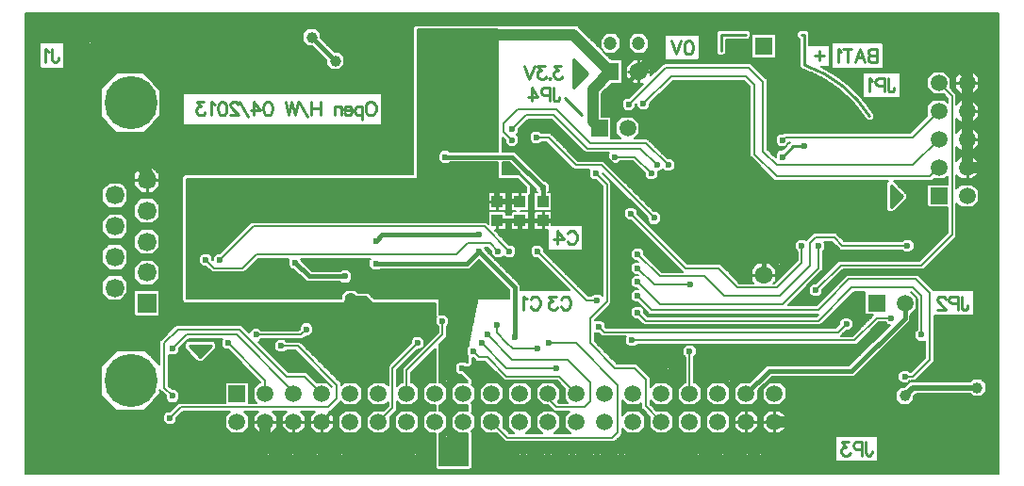
<source format=gbl>
%FSLAX42Y42*%
%MOMM*%
G71*
G01*
G75*
G04 Layer_Physical_Order=2*
%ADD10C,0.20*%
%ADD11R,1.50X1.30*%
%ADD12R,0.30X1.45*%
%ADD13R,1.30X1.50*%
%ADD14C,1.00*%
%ADD15R,1.55X0.60*%
%ADD16R,1.80X1.60*%
%ADD17R,0.85X1.00*%
%ADD18R,1.80X0.60*%
%ADD19R,5.50X1.50*%
%ADD20R,1.45X0.30*%
%ADD21R,0.60X2.00*%
%ADD22R,3.00X3.00*%
%ADD23R,1.00X1.10*%
%ADD24R,0.60X2.20*%
%ADD25R,1.10X1.00*%
%ADD26R,1.80X2.15*%
%ADD27R,2.15X1.80*%
%ADD28R,0.60X2.25*%
%ADD29C,1.00*%
%ADD30C,0.25*%
%ADD31C,0.40*%
%ADD32C,0.50*%
%ADD33C,0.30*%
%ADD34C,0.25*%
%ADD35R,1.50X1.50*%
%ADD36C,1.50*%
%ADD37R,1.60X1.60*%
%ADD38C,1.60*%
%ADD39C,1.20*%
%ADD40C,4.76*%
%ADD41R,1.69X1.69*%
%ADD42C,1.69*%
%ADD43C,0.60*%
D10*
X5628Y-1172D02*
G03*
X5600Y-1160I-28J-28D01*
G01*
X5775Y-485D02*
G03*
X5747Y-497I0J-40D01*
G01*
X7575Y-984D02*
G03*
X7653Y-962I36J23D01*
G01*
G03*
X7647Y-939I-43J0D01*
G01*
X7575Y-984D02*
G03*
X7017Y-543I-912J-578D01*
G01*
X7647Y-939D02*
G03*
X7175Y-516I-984J-624D01*
G01*
X5447Y-853D02*
X5642Y-658D01*
X7998Y-1400D02*
X8230Y-1168D01*
X5575Y-850D02*
X5825Y-600D01*
X8152Y-1500D02*
X8230Y-1422D01*
X5100Y-1200D02*
X5600D01*
X4450Y-900D02*
X4800D01*
X5600Y-1200D02*
X5800Y-1400D01*
X4325Y-1100D02*
X4400Y-1175D01*
X4800Y-900D02*
X5100Y-1200D01*
X5075Y-1250D02*
X5550D01*
X4525Y-950D02*
X4775D01*
X5550Y-1250D02*
X5700Y-1400D01*
X4400Y-1075D02*
X4525Y-950D01*
X4775D02*
X5075Y-1250D01*
X7994Y-1150D02*
X8230Y-914D01*
X6825Y-1175D02*
X6850Y-1150D01*
X7994D01*
X4325Y-1025D02*
X4450Y-900D01*
X5200Y-1400D02*
X5675Y-1875D01*
X4975Y-1400D02*
X5200D01*
X4615Y-1150D02*
X4725D01*
X4975Y-1400D01*
X5642Y-658D02*
X5775Y-525D01*
X5957Y-2325D02*
X6250D01*
X5466Y-1834D02*
X5957Y-2325D01*
X7000Y-2275D02*
Y-2125D01*
X6370Y-2445D02*
X6425Y-2500D01*
X6250Y-2325D02*
X6370Y-2445D01*
X7325Y-2900D02*
X7400Y-2825D01*
X5175Y-2850D02*
X5225Y-2900D01*
X8075Y-2925D02*
Y-2575D01*
X5525Y-2725D02*
X5600Y-2800D01*
X7475Y-2975D02*
X7675Y-2775D01*
X8000Y-3300D02*
X8150Y-3150D01*
X7925Y-3300D02*
X8000D01*
X5525Y-2575D02*
X5650Y-2700D01*
X3775Y-2925D02*
Y-2800D01*
X3454Y-3454D02*
Y-3246D01*
X5825Y-600D02*
X6500D01*
X5775Y-525D02*
X6525D01*
X6650Y-1275D02*
Y-650D01*
X6525Y-525D02*
X6650Y-650D01*
X6500Y-600D02*
X6575Y-675D01*
Y-1300D02*
Y-675D01*
Y-1300D02*
X6775Y-1500D01*
X8152D01*
X6775Y-1400D02*
X7998D01*
X6650Y-1275D02*
X6775Y-1400D01*
X4265Y-2908D02*
Y-2840D01*
X4407Y-3050D02*
X4630D01*
X4265Y-2908D02*
X4351Y-2994D01*
X4407Y-3050D01*
X7365Y-2125D02*
X7950D01*
X7125Y-2050D02*
X7290D01*
X7365Y-2125D01*
X5525Y-2200D02*
X5725Y-2400D01*
X4325Y-1100D02*
Y-1025D01*
X4725Y-3000D02*
X4975D01*
X4216Y-3708D02*
X4358Y-3850D01*
X4975Y-3000D02*
X5350Y-3375D01*
X4350Y-3225D02*
X4800D01*
X4125Y-3000D02*
X4350Y-3225D01*
X4351Y-3300D02*
X4824D01*
X4978Y-3454D01*
X4175Y-3124D02*
X4351Y-3300D01*
X4099Y-3124D02*
X4175D01*
X4050Y-3075D02*
X4099Y-3124D01*
X4400Y-3150D02*
X4900D01*
X4175Y-2925D02*
X4400Y-3150D01*
X5100Y-3525D02*
Y-3350D01*
X4900Y-3150D02*
X5100Y-3350D01*
X8350Y-2025D02*
Y-781D01*
X8230Y-660D02*
X8350Y-781D01*
X7350Y-2300D02*
X8075D01*
X7125Y-2525D02*
X7350Y-2300D01*
X5525Y-2325D02*
X5675Y-2475D01*
X6000D01*
X8075Y-2300D02*
X8350Y-2025D01*
X6825Y-2650D02*
X7150Y-2325D01*
X5525Y-2450D02*
X5725Y-2650D01*
X7150Y-2325D02*
Y-2125D01*
X5725Y-2650D02*
X6825D01*
X7225Y-2625D02*
X7425Y-2425D01*
X8150Y-3150D02*
Y-2550D01*
X7425Y-2425D02*
X8025D01*
X8150Y-2550D01*
X7150Y-2800D02*
X7450Y-2500D01*
X8000D02*
X8075Y-2575D01*
X7450Y-2500D02*
X8000D01*
X5725Y-2400D02*
X6125D01*
X6300Y-2575D01*
X7150Y-2700D02*
X7225Y-2625D01*
X5650Y-2700D02*
X7150D01*
X5600Y-2800D02*
X7150D01*
X4625Y-2175D02*
X5063Y-2613D01*
X5163D01*
X5250Y-2625D02*
Y-1575D01*
X5100Y-3000D02*
X5325Y-3225D01*
X5150Y-1475D02*
X5250Y-1575D01*
X5600Y-3568D02*
X5740Y-3708D01*
X5100Y-3000D02*
Y-2775D01*
X5250Y-2625D01*
X5225Y-2900D02*
X7325D01*
X5994Y-3454D02*
Y-3075D01*
X5500Y-1325D02*
X5650Y-1475D01*
X5325Y-1325D02*
X5500D01*
X6425Y-2500D02*
X6775D01*
X7000Y-2275D01*
X6800Y-2575D02*
X7075Y-2300D01*
X6300Y-2575D02*
X6800D01*
X2475Y-3025D02*
X2825Y-3375D01*
X2325Y-3025D02*
X2475D01*
X1325Y-3675D02*
X1425Y-3575D01*
X2750D01*
X2538Y-3300D02*
X2692Y-3454D01*
X1275Y-3400D02*
X1350Y-3475D01*
X1275Y-3400D02*
Y-3000D01*
X1400Y-2875D01*
X1950D01*
X2375Y-3300D01*
X2538D01*
X1925Y-2925D02*
X2438Y-3438D01*
Y-3454D02*
Y-3438D01*
X1475Y-2925D02*
X1925D01*
X1350Y-3050D02*
X1475Y-2925D01*
X2500D02*
X2550Y-2875D01*
X2100Y-2925D02*
X2500D01*
X1850Y-3000D02*
X2184Y-3334D01*
Y-3454D02*
Y-3334D01*
X2750Y-3575D02*
X2825Y-3500D01*
Y-3375D01*
X3325Y-3584D02*
Y-3225D01*
X3550Y-3000D01*
X3200Y-3708D02*
X3325Y-3584D01*
X5050Y-3575D02*
X5100Y-3525D01*
X4800Y-3575D02*
X5050D01*
X4724Y-3499D02*
X4800Y-3575D01*
X4724Y-3499D02*
Y-3454D01*
X3454Y-3246D02*
X3775Y-2925D01*
X4358Y-3850D02*
X5300D01*
X5350Y-3800D01*
Y-3375D01*
X3900Y-2200D02*
X4000Y-2100D01*
X4200D01*
X1775Y-2250D02*
X2075Y-1950D01*
X4150D02*
X4375Y-2175D01*
X2075Y-1950D02*
X4150D01*
X1975Y-2325D02*
X2100Y-2200D01*
X1725Y-2325D02*
X1975D01*
X1650Y-2250D02*
X1725Y-2325D01*
X4200Y-2100D02*
X4275Y-2175D01*
X2100Y-2200D02*
X3900D01*
X5600Y-3568D02*
Y-3325D01*
X5500Y-3225D02*
X5600Y-3325D01*
X5325Y-3225D02*
X5500D01*
X7075Y-2300D02*
Y-2100D01*
X7125Y-2050D01*
X3975Y-1875D02*
X4175D01*
X3975Y-1855D02*
X3995Y-1875D01*
X3975Y-1835D02*
X4015Y-1875D01*
X3975Y-1815D02*
X4035Y-1875D01*
X3975Y-1795D02*
X4055Y-1875D01*
X4105D02*
X4175Y-1805D01*
X4125Y-1875D02*
X4175Y-1825D01*
X3975Y-1775D02*
X4075Y-1875D01*
X3975Y-1755D02*
X4095Y-1875D01*
X3975Y-1735D02*
X4115Y-1875D01*
X3975Y-1715D02*
X4135Y-1875D01*
X3975Y-1695D02*
X4155Y-1875D01*
X3975Y-1675D02*
X4175Y-1875D01*
X3975D02*
Y-1525D01*
X4085Y-1875D02*
X4175Y-1785D01*
X4005Y-1875D02*
X4187Y-1693D01*
X4025Y-1875D02*
X4187Y-1713D01*
X4045Y-1875D02*
X4187Y-1733D01*
X4145Y-1875D02*
X4175Y-1845D01*
X4065Y-1875D02*
X4187Y-1753D01*
X4165Y-1875D02*
X4175Y-1865D01*
Y-1875D02*
Y-1775D01*
X3975Y-1865D02*
X4187Y-1653D01*
X3975Y-1865D02*
X4187Y-1653D01*
X3975Y-1655D02*
X4175Y-1855D01*
X3975Y-1635D02*
X4175Y-1835D01*
X3985Y-1875D02*
X4187Y-1673D01*
X3975Y-1845D02*
X4295Y-1525D01*
X3975Y-1615D02*
X4175Y-1815D01*
X3975Y-1825D02*
X4275Y-1525D01*
X3975Y-1595D02*
X4175Y-1795D01*
X3975Y-1575D02*
X4175Y-1775D01*
X3975Y-1555D02*
X4187Y-1767D01*
X4175Y-1775D02*
X4187D01*
X3975Y-1535D02*
X4187Y-1747D01*
X3975Y-1545D02*
X3995Y-1525D01*
X3975Y-1565D02*
X4015Y-1525D01*
X3975Y-1625D02*
X4075Y-1525D01*
X3975Y-1645D02*
X4095Y-1525D01*
X3975Y-1585D02*
X4035Y-1525D01*
X3975Y-1605D02*
X4055Y-1525D01*
X3975Y-1705D02*
X4155Y-1525D01*
X3975Y-1725D02*
X4175Y-1525D01*
X3975Y-1665D02*
X4115Y-1525D01*
X3975Y-1685D02*
X4135Y-1525D01*
X3975Y-1745D02*
X4195Y-1525D01*
X3975Y-1765D02*
X4215Y-1525D01*
X3985D02*
X4187Y-1727D01*
X4005Y-1525D02*
X4187Y-1707D01*
X4025Y-1525D02*
X4187Y-1687D01*
X4045Y-1525D02*
X4187Y-1667D01*
X4065Y-1525D02*
X4187Y-1647D01*
X4085Y-1525D02*
X4202Y-1642D01*
X3975Y-1785D02*
X4235Y-1525D01*
X3975Y-1805D02*
X4255Y-1525D01*
X4105D02*
X4222Y-1642D01*
X3975Y-1525D02*
X4450D01*
X4125D02*
X4242Y-1642D01*
X4145Y-1525D02*
X4262Y-1642D01*
X4165Y-1525D02*
X4282Y-1642D01*
X4185Y-1525D02*
X4302Y-1642D01*
X4347Y-1775D02*
X4390D01*
X4347Y-1767D02*
X4355Y-1775D01*
X4347Y-1747D02*
X4375Y-1775D01*
X4347Y-1773D02*
X4390Y-1730D01*
X4365Y-1775D02*
X4390Y-1750D01*
X4385Y-1775D02*
X4390Y-1770D01*
X4347Y-1727D02*
X4390Y-1770D01*
X4187Y-1775D02*
Y-1642D01*
Y-1653D02*
X4198Y-1642D01*
X4187Y-1653D02*
X4198Y-1642D01*
X4347Y-1775D02*
Y-1642D01*
X4390Y-1775D02*
Y-1642D01*
X4347Y-1753D02*
X4390Y-1710D01*
X4347Y-1707D02*
X4390Y-1750D01*
X4347Y-1733D02*
X4390Y-1690D01*
X4347Y-1687D02*
X4390Y-1730D01*
X4347Y-1713D02*
X4390Y-1670D01*
X4347Y-1667D02*
X4390Y-1710D01*
X4347Y-1647D02*
X4390Y-1690D01*
X4347Y-1693D02*
X4390Y-1650D01*
X4245Y-1525D02*
X4390Y-1670D01*
X4265Y-1525D02*
X4390Y-1650D01*
X4347Y-1673D02*
X4473Y-1548D01*
X4390Y-1650D02*
X4398Y-1642D01*
X4347Y-1653D02*
X4463Y-1538D01*
X4187Y-1642D02*
X4347D01*
X4198D02*
X4315Y-1525D01*
X4198Y-1642D02*
X4315Y-1525D01*
X4205D02*
X4322Y-1642D01*
X4218D02*
X4335Y-1525D01*
X4225D02*
X4342Y-1642D01*
X4338D02*
X4453Y-1528D01*
X4238Y-1642D02*
X4355Y-1525D01*
X4258Y-1642D02*
X4375Y-1525D01*
X4278Y-1642D02*
X4395Y-1525D01*
X4285D02*
X4402Y-1642D01*
X4298D02*
X4415Y-1525D01*
X4305D02*
X4422Y-1642D01*
X4318D02*
X4435Y-1525D01*
X4325D02*
X4442Y-1642D01*
X4418D02*
X4493Y-1568D01*
X4390Y-1642D02*
X4525D01*
X4438D02*
X4503Y-1578D01*
X4458Y-1642D02*
X4513Y-1588D01*
X4478Y-1642D02*
X4522Y-1598D01*
X4498Y-1642D02*
X4525Y-1615D01*
X4518Y-1642D02*
X4525Y-1635D01*
Y-1642D02*
Y-1600D01*
X4345Y-1525D02*
X4462Y-1642D01*
X4365Y-1525D02*
X4482Y-1642D01*
X4398D02*
X4483Y-1558D01*
X4385Y-1525D02*
X4502Y-1642D01*
X4405Y-1525D02*
X4522Y-1642D01*
X4425Y-1525D02*
X4525Y-1625D01*
X4450Y-1525D02*
X4525Y-1600D01*
X4445Y-1525D02*
X4525Y-1605D01*
X5475Y-2975D02*
X7475D01*
X7675Y-2775D02*
X7800D01*
X3550Y-1490D02*
X3609Y-1550D01*
X3550Y-1470D02*
X3629Y-1550D01*
X3550Y-1450D02*
X3649Y-1550D01*
X3550Y-1430D02*
X3669Y-1550D01*
X3550Y-1410D02*
X3689Y-1550D01*
X3550Y-1390D02*
X3709Y-1550D01*
X3550Y-1370D02*
X3729Y-1550D01*
X3550D02*
X3743Y-1358D01*
X3550Y-1550D02*
X3743Y-1358D01*
X3550Y-1350D02*
X3749Y-1550D01*
X3550Y-1330D02*
X3769Y-1550D01*
X3550Y-1310D02*
X3789Y-1550D01*
X3550Y-1530D02*
X3740Y-1340D01*
X3550Y-1510D02*
X3740Y-1320D01*
X3550Y-1490D02*
X3740Y-1300D01*
X3550Y-1290D02*
X3809Y-1550D01*
X3550Y-1270D02*
X3829Y-1550D01*
X3550Y-1250D02*
X3849Y-1550D01*
X3550Y-1230D02*
X3869Y-1550D01*
X3550Y-1210D02*
X3889Y-1550D01*
X3550Y-1190D02*
X3909Y-1550D01*
X3550Y-1150D02*
X3740Y-1340D01*
X3550Y-1130D02*
X3740Y-1320D01*
X3550Y-1110D02*
X3740Y-1300D01*
X3550Y-1090D02*
X3747Y-1288D01*
X3550Y-1070D02*
X3757Y-1278D01*
X3550Y-970D02*
X3855Y-1275D01*
X3550Y-1550D02*
Y-180D01*
Y-950D02*
X3875Y-1275D01*
X3550Y-930D02*
X3895Y-1275D01*
X3550Y-1050D02*
X3767Y-1268D01*
X3550Y-1030D02*
X3785Y-1265D01*
X3550Y-1010D02*
X3805Y-1265D01*
X3550Y-990D02*
X3825Y-1265D01*
X3550Y-910D02*
X3915Y-1275D01*
X3550Y-1170D02*
X3929Y-1550D01*
X3550Y-890D02*
X3935Y-1275D01*
X3550Y-1550D02*
X4275D01*
X3550Y-870D02*
X3955Y-1275D01*
X3550Y-850D02*
X3975Y-1275D01*
X3550Y-830D02*
X3995Y-1275D01*
X3550Y-810D02*
X4015Y-1275D01*
X3550Y-790D02*
X4035Y-1275D01*
X3550Y-770D02*
X4055Y-1275D01*
X3550Y-1470D02*
X4275Y-745D01*
X3550Y-1450D02*
X4275Y-725D01*
X3550Y-1430D02*
X4275Y-705D01*
X3550Y-1410D02*
X4275Y-685D01*
X3550Y-750D02*
X4075Y-1275D01*
X3550Y-730D02*
X4095Y-1275D01*
X3550Y-710D02*
X4115Y-1275D01*
X3550Y-690D02*
X4135Y-1275D01*
X3550Y-670D02*
X4155Y-1275D01*
X3550Y-1390D02*
X4275Y-665D01*
X3550Y-1370D02*
X4275Y-645D01*
X3550Y-1350D02*
X4275Y-625D01*
X3550Y-1330D02*
X4275Y-605D01*
X3550Y-650D02*
X4175Y-1275D01*
X3550Y-630D02*
X4195Y-1275D01*
X3550Y-610D02*
X4215Y-1275D01*
X3550Y-590D02*
X4235Y-1275D01*
X3550Y-1310D02*
X4275Y-585D01*
X3550Y-570D02*
X4255Y-1275D01*
X3550Y-1290D02*
X4275Y-565D01*
X3550Y-550D02*
X4275Y-1275D01*
X3550Y-1270D02*
X4275Y-545D01*
X3550Y-530D02*
X4275Y-1255D01*
X3550Y-1250D02*
X4275Y-525D01*
X3550Y-510D02*
X4275Y-1235D01*
X3550Y-1230D02*
X4275Y-505D01*
X3550Y-490D02*
X4275Y-1215D01*
X3550Y-190D02*
X3560Y-180D01*
X3550Y-210D02*
X3580Y-180D01*
X3550Y-230D02*
X3600Y-180D01*
X3550Y-250D02*
X3620Y-180D01*
X3550D02*
X3590D01*
X3550D02*
X3590D01*
X3550D02*
X3590D01*
X3550D02*
X3590D01*
X3550Y-370D02*
X3740Y-180D01*
X3550Y-390D02*
X3760Y-180D01*
X3550Y-410D02*
X3780Y-180D01*
X3550Y-430D02*
X3800Y-180D01*
X3550Y-270D02*
X3640Y-180D01*
X3550Y-290D02*
X3660Y-180D01*
X3550Y-310D02*
X3680Y-180D01*
X3550Y-330D02*
X3700Y-180D01*
X3550Y-350D02*
X3720Y-180D01*
X3550Y-550D02*
X3920Y-180D01*
X3550Y-570D02*
X3940Y-180D01*
X3550Y-590D02*
X3960Y-180D01*
X3550Y-610D02*
X3980Y-180D01*
X3550Y-450D02*
X3820Y-180D01*
X3550Y-470D02*
X3840Y-180D01*
X3550Y-490D02*
X3860Y-180D01*
X3550Y-510D02*
X3880Y-180D01*
X3550Y-530D02*
X3900Y-180D01*
X3550Y-730D02*
X4100Y-180D01*
X3550Y-750D02*
X4120Y-180D01*
X3550Y-770D02*
X4140Y-180D01*
X3550Y-790D02*
X4160Y-180D01*
X3550Y-630D02*
X4000Y-180D01*
X3550Y-650D02*
X4020Y-180D01*
X3550Y-670D02*
X4040Y-180D01*
X3550Y-690D02*
X4060Y-180D01*
X3550Y-710D02*
X4080Y-180D01*
X3550Y-1210D02*
X4275Y-485D01*
X3550Y-470D02*
X4275Y-1195D01*
X3550Y-1190D02*
X4275Y-465D01*
X3550Y-450D02*
X4275Y-1175D01*
X3550Y-1170D02*
X4275Y-445D01*
X3550Y-430D02*
X4275Y-1155D01*
X3550Y-1150D02*
X4275Y-425D01*
X3550Y-410D02*
X4275Y-1135D01*
X3550Y-1130D02*
X4275Y-405D01*
X3550Y-390D02*
X4275Y-1115D01*
X3550Y-1110D02*
X4275Y-385D01*
X3550Y-370D02*
X4275Y-1095D01*
X3550Y-1090D02*
X4275Y-365D01*
X3550Y-350D02*
X4275Y-1075D01*
X3550Y-1070D02*
X4275Y-345D01*
X3550Y-330D02*
X4275Y-1055D01*
X3550Y-1050D02*
X4275Y-325D01*
X3550Y-310D02*
X4275Y-1035D01*
X3550Y-1030D02*
X4275Y-305D01*
X3550Y-290D02*
X4275Y-1015D01*
X3550Y-1010D02*
X4275Y-285D01*
X3550Y-270D02*
X4275Y-995D01*
X3550Y-990D02*
X4275Y-265D01*
X3550Y-250D02*
X4275Y-975D01*
X3550Y-970D02*
X4275Y-245D01*
X3550Y-230D02*
X4275Y-955D01*
X3550Y-950D02*
X4275Y-225D01*
X3550Y-210D02*
X4275Y-935D01*
X3550Y-930D02*
X4275Y-205D01*
X3550Y-190D02*
X4275Y-915D01*
X3550Y-910D02*
X4275Y-185D01*
X3550Y-810D02*
X4180Y-180D01*
X3550Y-830D02*
X4200Y-180D01*
X3550Y-850D02*
X4220Y-180D01*
X3550Y-870D02*
X4240Y-180D01*
X3550Y-890D02*
X4260Y-180D01*
X3550Y-1530D02*
X3569Y-1550D01*
X3550Y-1510D02*
X3589Y-1550D01*
X3610D02*
X3775Y-1385D01*
X3590Y-1550D02*
X3763Y-1378D01*
X3630Y-1550D02*
X3795Y-1385D01*
X3650Y-1550D02*
X3815Y-1385D01*
X3670Y-1550D02*
X3845Y-1375D01*
X3690Y-1550D02*
X3865Y-1375D01*
X3710Y-1550D02*
X3885Y-1375D01*
X3730Y-1550D02*
X3905Y-1375D01*
X3785Y-1385D02*
X3949Y-1550D01*
X3750D02*
X3925Y-1375D01*
X3770Y-1385D02*
X3830D01*
X3840Y-1375D01*
X3805Y-1385D02*
X3969Y-1550D01*
X3825Y-1385D02*
X3989Y-1550D01*
X3837Y-1378D02*
X4009Y-1550D01*
X3770D02*
X3945Y-1375D01*
X3570Y-1550D02*
X3753Y-1368D01*
X3790Y-1550D02*
X3965Y-1375D01*
X3810Y-1550D02*
X3985Y-1375D01*
X3740Y-1355D02*
X3770Y-1385D01*
X3740Y-1355D02*
Y-1295D01*
X3830Y-1550D02*
X4005Y-1375D01*
X3740Y-1295D02*
X3770Y-1265D01*
X3740Y-1300D02*
X3775Y-1265D01*
X3850Y-1550D02*
X4025Y-1375D01*
X3855D02*
X4029Y-1550D01*
X3870D02*
X4045Y-1375D01*
X3875D02*
X4049Y-1550D01*
X3890D02*
X4065Y-1375D01*
X3830Y-1265D02*
X3840Y-1275D01*
X3895Y-1375D02*
X4069Y-1550D01*
X3910D02*
X4085Y-1375D01*
X3915D02*
X4089Y-1550D01*
X3930D02*
X4105Y-1375D01*
X3935D02*
X4109Y-1550D01*
X3950D02*
X4125Y-1375D01*
X3955D02*
X4129Y-1550D01*
X3970D02*
X4145Y-1375D01*
X3975D02*
X4149Y-1550D01*
X3990D02*
X4165Y-1375D01*
X3995D02*
X4169Y-1550D01*
X4015Y-1375D02*
X4189Y-1550D01*
X4110D02*
X4275Y-1385D01*
X4010Y-1550D02*
X4185Y-1375D01*
X4150Y-1550D02*
X4275Y-1425D01*
X4130Y-1550D02*
X4275Y-1405D01*
X4190Y-1550D02*
X4275Y-1465D01*
X4170Y-1550D02*
X4275Y-1445D01*
X4250Y-1550D02*
X4275Y-1525D01*
X4210Y-1550D02*
X4275Y-1485D01*
X4230Y-1550D02*
X4275Y-1505D01*
X4030Y-1550D02*
X4205Y-1375D01*
X4035D02*
X4209Y-1550D01*
X4050D02*
X4225Y-1375D01*
X4055D02*
X4229Y-1550D01*
X4070D02*
X4245Y-1375D01*
X4075D02*
X4249Y-1550D01*
X4090D02*
X4265Y-1375D01*
X3840D02*
X4275D01*
X4095D02*
X4269Y-1550D01*
X4275D02*
Y-1375D01*
X4115D02*
X4275Y-1535D01*
X4135Y-1375D02*
X4275Y-1515D01*
X4155Y-1375D02*
X4275Y-1495D01*
X4175Y-1375D02*
X4275Y-1475D01*
X4195Y-1375D02*
X4275Y-1455D01*
X4215Y-1375D02*
X4275Y-1435D01*
X4235Y-1375D02*
X4275Y-1415D01*
X4255Y-1375D02*
X4275Y-1395D01*
X3840Y-1275D02*
X4275D01*
X3965D02*
X4275Y-965D01*
X4005Y-1275D02*
X4275Y-1005D01*
X3985Y-1275D02*
X4275Y-985D01*
X3770Y-1265D02*
X3830D01*
X4025Y-1275D02*
X4275Y-1025D01*
X4085Y-1275D02*
X4275Y-1085D01*
X4045Y-1275D02*
X4275Y-1045D01*
X4065Y-1275D02*
X4275Y-1065D01*
X4125Y-1275D02*
X4275Y-1125D01*
X4105Y-1275D02*
X4275Y-1105D01*
X4165Y-1275D02*
X4275Y-1165D01*
X4145Y-1275D02*
X4275Y-1145D01*
X4205Y-1275D02*
X4275Y-1205D01*
X4185Y-1275D02*
X4275Y-1185D01*
X4265Y-1275D02*
X4275Y-1265D01*
X4225Y-1275D02*
X4275Y-1225D01*
X4245Y-1275D02*
X4275Y-1245D01*
X3795Y-1265D02*
X4275Y-785D01*
X3775Y-1265D02*
X4275Y-765D01*
X3815Y-1265D02*
X4275Y-805D01*
X3560Y-180D02*
X4275Y-895D01*
X3590Y-180D02*
X4235D01*
X3590D02*
X4235D01*
X3580D02*
X4275Y-875D01*
X3600Y-180D02*
X4275Y-855D01*
X3620Y-180D02*
X4275Y-835D01*
X3865Y-1275D02*
X4275Y-865D01*
X3845Y-1275D02*
X4275Y-845D01*
X3905Y-1275D02*
X4275Y-905D01*
X3885Y-1275D02*
X4275Y-885D01*
X3945Y-1275D02*
X4275Y-945D01*
X3925Y-1275D02*
X4275Y-925D01*
X3833Y-1268D02*
X4275Y-825D01*
X3833Y-1268D02*
X4275Y-825D01*
Y-1275D02*
Y-180D01*
X3640D02*
X4275Y-815D01*
X3660Y-180D02*
X4275Y-795D01*
X3680Y-180D02*
X4275Y-775D01*
X3700Y-180D02*
X4275Y-755D01*
X3720Y-180D02*
X4275Y-735D01*
X3740Y-180D02*
X4275Y-715D01*
X3760Y-180D02*
X4275Y-695D01*
X3780Y-180D02*
X4275Y-675D01*
X3800Y-180D02*
X4275Y-655D01*
X3820Y-180D02*
X4275Y-635D01*
X3840Y-180D02*
X4275Y-615D01*
X3860Y-180D02*
X4275Y-595D01*
X3880Y-180D02*
X4275Y-575D01*
X3900Y-180D02*
X4275Y-555D01*
X3920Y-180D02*
X4275Y-535D01*
X3940Y-180D02*
X4275Y-515D01*
X3960Y-180D02*
X4275Y-495D01*
X3980Y-180D02*
X4275Y-475D01*
X4000Y-180D02*
X4275Y-455D01*
X4020Y-180D02*
X4275Y-435D01*
X4040Y-180D02*
X4275Y-415D01*
X4060Y-180D02*
X4275Y-395D01*
X4080Y-180D02*
X4275Y-375D01*
X4100Y-180D02*
X4275Y-355D01*
X4120Y-180D02*
X4275Y-335D01*
X4140Y-180D02*
X4275Y-315D01*
X4160Y-180D02*
X4275Y-295D01*
X4180Y-180D02*
X4275Y-275D01*
X4200Y-180D02*
X4275Y-255D01*
X4220Y-180D02*
X4275Y-235D01*
X4240Y-180D02*
X4275Y-215D01*
X4260Y-180D02*
X4275Y-195D01*
X4235Y-180D02*
X4275D01*
X4235D02*
X4275D01*
X4235D02*
X4275D01*
X4235D02*
X4275D01*
X1475Y-2575D02*
X1500Y-2600D01*
X1475Y-2555D02*
X1520Y-2600D01*
X1475Y-2535D02*
X1540Y-2600D01*
X1475Y-2515D02*
X1560Y-2600D01*
X1475Y-2495D02*
X1580Y-2600D01*
X1475Y-2475D02*
X1600Y-2600D01*
X1475Y-2455D02*
X1620Y-2600D01*
X1475Y-2435D02*
X1640Y-2600D01*
X1475Y-2415D02*
X1660Y-2600D01*
X1475Y-2395D02*
X1680Y-2600D01*
X1475Y-2375D02*
X1700Y-2600D01*
X1480D02*
X1715Y-2365D01*
X1475Y-2355D02*
X1720Y-2600D01*
X1500D02*
X1735Y-2365D01*
X1475Y-2585D02*
X1700Y-2360D01*
X1520Y-2600D02*
X1755Y-2365D01*
X1475Y-2585D02*
X1700Y-2360D01*
X1540Y-2600D02*
X1775Y-2365D01*
X1475Y-2565D02*
X1690Y-2350D01*
X1685Y-2345D02*
X1705Y-2365D01*
X1685Y-2345D02*
X1705Y-2365D01*
X1560Y-2600D02*
X1795Y-2365D01*
X1580Y-2600D02*
X1815Y-2365D01*
X1600Y-2600D02*
X1835Y-2365D01*
X1620Y-2600D02*
X1855Y-2365D01*
X1640Y-2600D02*
X1875Y-2365D01*
X1660Y-2600D02*
X1895Y-2365D01*
X1680Y-2600D02*
X1915Y-2365D01*
X1700Y-2600D02*
X1935Y-2365D01*
X1720Y-2600D02*
X1955Y-2365D01*
X1725D02*
X1960Y-2600D01*
X1740D02*
X1975Y-2365D01*
X1745D02*
X1980Y-2600D01*
X1765Y-2365D02*
X2000Y-2600D01*
X1785Y-2365D02*
X2020Y-2600D01*
X1805Y-2365D02*
X2040Y-2600D01*
X1825Y-2365D02*
X2060Y-2600D01*
X1845Y-2365D02*
X2080Y-2600D01*
X1865Y-2365D02*
X2100Y-2600D01*
X1885Y-2365D02*
X2120Y-2600D01*
X1905Y-2365D02*
X2140Y-2600D01*
X1925Y-2365D02*
X2160Y-2600D01*
X1705Y-2365D02*
X1745D01*
X1705D02*
X1745D01*
X1955D01*
X1995D01*
X1955D02*
X1995D01*
X2015Y-2345D01*
X1995Y-2365D02*
X2015Y-2345D01*
X1945Y-2365D02*
X2180Y-2600D01*
X1965Y-2365D02*
X2200Y-2600D01*
X1985Y-2365D02*
X2220Y-2600D01*
X2240D02*
X2470Y-2370D01*
X2000Y-2360D02*
X2240Y-2600D01*
X2010Y-2350D02*
X2260Y-2600D01*
X2200D02*
X2450Y-2350D01*
X2220Y-2600D02*
X2460Y-2360D01*
X1475Y-2335D02*
X1740Y-2600D01*
X1475Y-2315D02*
X1760Y-2600D01*
X1475Y-2295D02*
X1780Y-2600D01*
X1475Y-2275D02*
X1800Y-2600D01*
X1475Y-2255D02*
X1820Y-2600D01*
X1475Y-2235D02*
X1840Y-2600D01*
X1475D02*
Y-1525D01*
X1630Y-2310D02*
X1920Y-2600D01*
X1650Y-2310D02*
X1940Y-2600D01*
X1760D02*
X2120Y-2240D01*
X1475Y-2215D02*
X1860Y-2600D01*
X1475Y-2195D02*
X1880Y-2600D01*
X1475Y-2175D02*
X1900Y-2600D01*
X1780D02*
X2140Y-2240D01*
X1475Y-2465D02*
X1630Y-2310D01*
X1475Y-2445D02*
X1615Y-2305D01*
X1475Y-2425D02*
X1605Y-2295D01*
X1475Y-2405D02*
X1595Y-2285D01*
X1475Y-2385D02*
X1590Y-2270D01*
X1475Y-2365D02*
X1590Y-2250D01*
X1475Y-2345D02*
X1590Y-2230D01*
X1475Y-2545D02*
X1680Y-2340D01*
X1475Y-2525D02*
X1670Y-2330D01*
X1475Y-2505D02*
X1660Y-2320D01*
X1475Y-2485D02*
X1650Y-2310D01*
X1800Y-2600D02*
X2160Y-2240D01*
X1650Y-2310D02*
X1685Y-2345D01*
X1820Y-2600D02*
X2180Y-2240D01*
X1840Y-2600D02*
X2200Y-2240D01*
X1860Y-2600D02*
X2220Y-2240D01*
X2020Y-2340D02*
X2280Y-2600D01*
X2030Y-2330D02*
X2300Y-2600D01*
X1880D02*
X2240Y-2240D01*
X1900Y-2600D02*
X2260Y-2240D01*
X1920Y-2600D02*
X2280Y-2240D01*
X1940Y-2600D02*
X2300Y-2240D01*
X2040Y-2320D02*
X2320Y-2600D01*
X2040D02*
X2390Y-2250D01*
X2050Y-2310D02*
X2340Y-2600D01*
X1960D02*
X2320Y-2240D01*
X1980Y-2600D02*
X2340Y-2240D01*
X2000Y-2600D02*
X2360Y-2240D01*
X2020Y-2600D02*
X2380Y-2240D01*
X2060Y-2300D02*
X2360Y-2600D01*
X2070Y-2290D02*
X2380Y-2600D01*
X2100D02*
X2393Y-2308D01*
X2060Y-2600D02*
X2390Y-2270D01*
X2015Y-2345D02*
X2120Y-2240D01*
X2080Y-2600D02*
X2390Y-2290D01*
X2080Y-2280D02*
X2400Y-2600D01*
X2120D02*
X2403Y-2318D01*
X2140Y-2600D02*
X2413Y-2328D01*
X2160Y-2600D02*
X2425Y-2335D01*
X2180Y-2600D02*
X2440Y-2340D01*
X2090Y-2270D02*
X2420Y-2600D01*
X2100Y-2260D02*
X2440Y-2600D01*
X2110Y-2250D02*
X2460Y-2600D01*
X2120Y-2240D02*
X2480Y-2600D01*
X2400D02*
X2550Y-2450D01*
X2420Y-2600D02*
X2570Y-2450D01*
X2440Y-2600D02*
X2590Y-2450D01*
X2360Y-2600D02*
X2530Y-2430D01*
X2380Y-2600D02*
X2540Y-2440D01*
X2460Y-2600D02*
X2610Y-2450D01*
X2480Y-2600D02*
X2630Y-2450D01*
X1475Y-2600D02*
X2870D01*
X2500D02*
X2650Y-2450D01*
X2520Y-2600D02*
X2670Y-2450D01*
X2540Y-2600D02*
X2690Y-2450D01*
X2560Y-2600D02*
X2710Y-2450D01*
X2570D02*
X2720Y-2600D01*
X2580D02*
X2730Y-2450D01*
X2550D02*
X2600D01*
X2590D02*
X2740Y-2600D01*
X2550Y-2450D02*
X2600D01*
X2600Y-2600D02*
X2750Y-2450D01*
X2525Y-2425D02*
X2550Y-2450D01*
X2610D02*
X2760Y-2600D01*
X2620D02*
X2770Y-2450D01*
X2630D02*
X2780Y-2600D01*
X2640D02*
X2790Y-2450D01*
X2650D02*
X2800Y-2600D01*
X2660D02*
X2810Y-2450D01*
X2670D02*
X2820Y-2600D01*
X2600Y-2450D02*
X2860D01*
X2680Y-2600D02*
X2830Y-2450D01*
X2690D02*
X2840Y-2600D01*
X2840D02*
X2870Y-2570D01*
X2860Y-2600D02*
X2870Y-2590D01*
Y-2600D02*
Y-2560D01*
X2700Y-2600D02*
X2850Y-2450D01*
X2710D02*
X2860Y-2600D01*
X2720D02*
X2865Y-2455D01*
X2870Y-2600D02*
Y-2560D01*
X2740Y-2600D02*
X2880Y-2460D01*
X2870Y-2600D02*
Y-2560D01*
Y-2600D02*
Y-2560D01*
X2730Y-2450D02*
X2870Y-2590D01*
X2750Y-2450D02*
X2870Y-2570D01*
X2760Y-2600D02*
X2900Y-2460D01*
X2780Y-2600D02*
X2920Y-2460D01*
X2870Y-2560D02*
X2890Y-2540D01*
X2870Y-2560D02*
X2890Y-2540D01*
X2870Y-2560D02*
X2890Y-2540D01*
X2770Y-2450D02*
X2875Y-2555D01*
X2790Y-2450D02*
X2885Y-2545D01*
X2870Y-2560D02*
X2890Y-2540D01*
X2860Y-2450D02*
X2870Y-2460D01*
X2890Y-2540D02*
X2910Y-2520D01*
X2870Y-2460D02*
X2930D01*
X2890Y-2540D02*
X2910Y-2520D01*
X2890Y-2540D02*
X2910Y-2520D01*
X2810Y-2450D02*
X2895Y-2535D01*
X2830Y-2450D02*
X2905Y-2525D01*
X2850Y-2450D02*
X2920Y-2520D01*
X2880Y-2460D02*
X2940Y-2520D01*
X2280Y-2600D02*
X2490Y-2390D01*
X2300Y-2600D02*
X2500Y-2400D01*
X2320Y-2600D02*
X2510Y-2410D01*
X2140Y-2240D02*
X2500Y-2600D01*
X2160Y-2240D02*
X2520Y-2600D01*
X2180Y-2240D02*
X2540Y-2600D01*
X2260D02*
X2480Y-2380D01*
X2200Y-2240D02*
X2560Y-2600D01*
X2220Y-2240D02*
X2580Y-2600D01*
X2240Y-2240D02*
X2600Y-2600D01*
X2260Y-2240D02*
X2620Y-2600D01*
X2280Y-2240D02*
X2640Y-2600D01*
X2300Y-2240D02*
X2660Y-2600D01*
X2320Y-2240D02*
X2680Y-2600D01*
X2340D02*
X2520Y-2420D01*
X2525Y-2425D02*
X2550Y-2450D01*
X2435Y-2335D02*
X2525Y-2425D01*
X2510Y-2260D02*
X2600Y-2350D01*
X2510Y-2250D02*
X2610Y-2350D01*
X2520Y-2240D02*
X2630Y-2350D01*
X2540Y-2240D02*
X2650Y-2350D01*
X2435Y-2335D02*
X2700Y-2600D01*
X2560Y-2240D02*
X2670Y-2350D01*
X2580Y-2240D02*
X2690Y-2350D01*
X2600D02*
X2860D01*
X2600Y-2240D02*
X2710Y-2350D01*
X2595Y-2345D02*
X2700Y-2240D01*
X2610Y-2350D02*
X2720Y-2240D01*
X2620D02*
X2730Y-2350D01*
X2630D02*
X2740Y-2240D01*
X2640D02*
X2750Y-2350D01*
X2650D02*
X2760Y-2240D01*
X2660D02*
X2770Y-2350D01*
X2670D02*
X2780Y-2240D01*
X2680D02*
X2790Y-2350D01*
X2690D02*
X2800Y-2240D01*
X2700D02*
X2810Y-2350D01*
X2800Y-2600D02*
X3115Y-2285D01*
X2820Y-2600D02*
X3115Y-2305D01*
X2840Y-2240D02*
X3200Y-2600D01*
X2710Y-2350D02*
X2820Y-2240D01*
X2860D02*
X3220Y-2600D01*
X2880Y-2240D02*
X3240Y-2600D01*
X2720Y-2240D02*
X2830Y-2350D01*
X2730D02*
X2840Y-2240D01*
X2860Y-2350D02*
X2870Y-2340D01*
X2740Y-2240D02*
X2850Y-2350D01*
X2750D02*
X2860Y-2240D01*
X2770Y-2350D02*
X2880Y-2240D01*
X2760D02*
X2865Y-2345D01*
X2790Y-2350D02*
X2900Y-2240D01*
X2780D02*
X2880Y-2340D01*
X2800Y-2240D02*
X2900Y-2340D01*
X2870D02*
X2930D01*
X2810Y-2350D02*
X2920Y-2240D01*
X2820D02*
X2920Y-2340D01*
X2830Y-2350D02*
X2940Y-2240D01*
X2850Y-2350D02*
X2960Y-2240D01*
X1475Y-2155D02*
X1590Y-2270D01*
X1475Y-2135D02*
X1590Y-2250D01*
X1475Y-2115D02*
X1590Y-2230D01*
X1475Y-2095D02*
X1595Y-2215D01*
X1475Y-2075D02*
X1605Y-2205D01*
X1475Y-2055D02*
X1615Y-2195D01*
X1475Y-2035D02*
X1630Y-2190D01*
X1475Y-2015D02*
X1650Y-2190D01*
X1475Y-1975D02*
X1717Y-2218D01*
X1475Y-1995D02*
X1670Y-2190D01*
X1475Y-1955D02*
X1727Y-2208D01*
X1475Y-1935D02*
X1737Y-2198D01*
X1475Y-1915D02*
X1750Y-2190D01*
X1475Y-1895D02*
X1770Y-2190D01*
X1475Y-1875D02*
X1782Y-2183D01*
X1475Y-1855D02*
X1792Y-2173D01*
X1475Y-1835D02*
X1802Y-2163D01*
X1475Y-1815D02*
X1812Y-2153D01*
X1475Y-1795D02*
X1822Y-2143D01*
X1475Y-1775D02*
X1832Y-2133D01*
X1475Y-1755D02*
X1842Y-2123D01*
X1475Y-1735D02*
X1852Y-2113D01*
X1475Y-1715D02*
X1862Y-2103D01*
X1475Y-1695D02*
X1872Y-2093D01*
X1475Y-1675D02*
X1882Y-2083D01*
X1475Y-1655D02*
X1892Y-2073D01*
X1475Y-1635D02*
X1902Y-2063D01*
X1475Y-1615D02*
X1912Y-2053D01*
X1475Y-1595D02*
X1922Y-2043D01*
X1590Y-2280D02*
X1620Y-2310D01*
X1650D01*
X1590Y-2280D02*
Y-2220D01*
X1620Y-2190D01*
X1680D01*
X1710Y-2250D02*
Y-2220D01*
X1715Y-2255D02*
Y-2220D01*
X1680Y-2190D02*
X1710Y-2220D01*
X1715Y-2225D02*
X1750Y-2190D01*
X1715Y-2220D02*
X1745Y-2190D01*
X1475Y-1575D02*
X1932Y-2033D01*
X1475Y-1555D02*
X1942Y-2023D01*
X1745Y-2190D02*
X1775D01*
X2035Y-1930D01*
X1475Y-1545D02*
X1495Y-1525D01*
X1475Y-1585D02*
X1535Y-1525D01*
X1475Y-1565D02*
X1515Y-1525D01*
X1475Y-1625D02*
X1575Y-1525D01*
X1475Y-1605D02*
X1555Y-1525D01*
X1475Y-1665D02*
X1615Y-1525D01*
X1475Y-1645D02*
X1595Y-1525D01*
X2035Y-1930D02*
X2055Y-1910D01*
X2035Y-1930D02*
X2055Y-1910D01*
X2095D01*
X2055D02*
X2095D01*
X1475Y-1535D02*
X1952Y-2013D01*
X1475Y-1685D02*
X1635Y-1525D01*
X1475Y-1725D02*
X1675Y-1525D01*
X1475Y-1705D02*
X1655Y-1525D01*
X1475Y-2045D02*
X1995Y-1525D01*
X1475Y-2085D02*
X2035Y-1525D01*
X1475Y-2065D02*
X2015Y-1525D01*
X1475Y-2125D02*
X2075Y-1525D01*
X1475Y-2105D02*
X2055Y-1525D01*
X1475Y-2165D02*
X2115Y-1525D01*
X1475Y-2145D02*
X2095Y-1525D01*
X1475Y-2185D02*
X2135Y-1525D01*
X1475Y-2225D02*
X2175Y-1525D01*
X1475Y-2205D02*
X2155Y-1525D01*
X1475Y-2265D02*
X2215Y-1525D01*
X1475Y-2245D02*
X2195Y-1525D01*
X1475Y-2305D02*
X2255Y-1525D01*
X1475Y-2285D02*
X2235Y-1525D01*
X1475Y-1745D02*
X1695Y-1525D01*
X1475Y-1785D02*
X1735Y-1525D01*
X1475Y-1765D02*
X1715Y-1525D01*
X1475Y-1825D02*
X1775Y-1525D01*
X1475Y-1805D02*
X1755Y-1525D01*
X1475Y-1865D02*
X1815Y-1525D01*
X1475Y-1845D02*
X1795Y-1525D01*
X1475Y-1905D02*
X1855Y-1525D01*
X1475Y-1885D02*
X1835Y-1525D01*
X1475Y-1945D02*
X1895Y-1525D01*
X1475Y-1925D02*
X1875Y-1525D01*
X1475Y-1985D02*
X1935Y-1525D01*
X1475Y-1965D02*
X1915Y-1525D01*
X1475Y-2025D02*
X1975Y-1525D01*
X1475Y-2005D02*
X1955Y-1525D01*
X1485D02*
X1962Y-2003D01*
X1505Y-1525D02*
X1972Y-1993D01*
X1525Y-1525D02*
X1982Y-1983D01*
X1545Y-1525D02*
X1992Y-1973D01*
X1565Y-1525D02*
X2002Y-1963D01*
X1585Y-1525D02*
X2012Y-1953D01*
X1605Y-1525D02*
X2022Y-1943D01*
X1625Y-1525D02*
X2032Y-1933D01*
X1645Y-1525D02*
X2042Y-1923D01*
X1665Y-1525D02*
X2052Y-1913D01*
X1475Y-2325D02*
X2275Y-1525D01*
X1630Y-2190D02*
X2295Y-1525D01*
X1650Y-2190D02*
X2315Y-1525D01*
X1670Y-2190D02*
X2335Y-1525D01*
X1685D02*
X2070Y-1910D01*
X1705Y-1525D02*
X2090Y-1910D01*
X1725Y-1525D02*
X2110Y-1910D01*
X1745Y-1525D02*
X2130Y-1910D01*
X1765Y-1525D02*
X2150Y-1910D01*
X1785Y-1525D02*
X2170Y-1910D01*
X1805Y-1525D02*
X2190Y-1910D01*
X1825Y-1525D02*
X2210Y-1910D01*
X1845Y-1525D02*
X2230Y-1910D01*
X1865Y-1525D02*
X2250Y-1910D01*
X1885Y-1525D02*
X2270Y-1910D01*
X1905Y-1525D02*
X2290Y-1910D01*
X1925Y-1525D02*
X2310Y-1910D01*
X1945Y-1525D02*
X2330Y-1910D01*
X1965Y-1525D02*
X2350Y-1910D01*
X1685Y-2195D02*
X2355Y-1525D01*
X2120Y-2240D02*
X2395D01*
X1695Y-2205D02*
X2375Y-1525D01*
X1705Y-2215D02*
X2395Y-1525D01*
X1750Y-2190D02*
X2415Y-1525D01*
X1985D02*
X2370Y-1910D01*
X2005Y-1525D02*
X2390Y-1910D01*
X2025Y-1525D02*
X2410Y-1910D01*
X2045Y-1525D02*
X2430Y-1910D01*
X2095D02*
X4130D01*
X1770Y-2190D02*
X2435Y-1525D01*
X2065D02*
X2450Y-1910D01*
X2070D02*
X2455Y-1525D01*
X2085D02*
X2470Y-1910D01*
X2090D02*
X2475Y-1525D01*
X2105D02*
X2490Y-1910D01*
X2110D02*
X2495Y-1525D01*
X2125D02*
X2510Y-1910D01*
X2130D02*
X2515Y-1525D01*
X2145D02*
X2530Y-1910D01*
X2150D02*
X2535Y-1525D01*
X2150Y-1910D02*
X2535Y-1525D01*
X2165D02*
X2550Y-1910D01*
X2170D02*
X2555Y-1525D01*
X2185D02*
X2570Y-1910D01*
X2190D02*
X2575Y-1525D01*
X2205D02*
X2590Y-1910D01*
X2210D02*
X2595Y-1525D01*
X2225D02*
X2610Y-1910D01*
X2390Y-2305D02*
X2420Y-2335D01*
X2435D01*
X2390Y-2305D02*
Y-2245D01*
X2340Y-2240D02*
X2390Y-2290D01*
X2360Y-2240D02*
X2390Y-2270D01*
X2535Y-2285D02*
X2580Y-2240D01*
X2525Y-2275D02*
X2560Y-2240D01*
X2545Y-2295D02*
X2600Y-2240D01*
X2565Y-2315D02*
X2640Y-2240D01*
X2555Y-2305D02*
X2620Y-2240D01*
X2585Y-2335D02*
X2680Y-2240D01*
X2575Y-2325D02*
X2660Y-2240D01*
X2880Y-2340D02*
X2980Y-2240D01*
X2900Y-2340D02*
X3000Y-2240D01*
X2380D02*
X2390Y-2250D01*
X2510Y-2260D02*
Y-2245D01*
Y-2250D02*
X2520Y-2240D01*
X2230Y-1910D02*
X2615Y-1525D01*
X2245D02*
X2630Y-1910D01*
X2515Y-2265D02*
X2540Y-2240D01*
X2250Y-1910D02*
X2635Y-1525D01*
X2265D02*
X2650Y-1910D01*
X2270D02*
X2655Y-1525D01*
X2505Y-2240D02*
X3131D01*
X2285Y-1525D02*
X2670Y-1910D01*
X2290D02*
X2675Y-1525D01*
X2305D02*
X2690Y-1910D01*
X2310D02*
X2695Y-1525D01*
X2325D02*
X2710Y-1910D01*
X2330D02*
X2715Y-1525D01*
X2345D02*
X2730Y-1910D01*
X2350D02*
X2735Y-1525D01*
X2365D02*
X2750Y-1910D01*
X2370D02*
X2755Y-1525D01*
X2385D02*
X2770Y-1910D01*
X2390D02*
X2775Y-1525D01*
X2405D02*
X2790Y-1910D01*
X2410D02*
X2795Y-1525D01*
X2425D02*
X2810Y-1910D01*
X2430D02*
X2815Y-1525D01*
X2445D02*
X2830Y-1910D01*
X2450D02*
X2835Y-1525D01*
X2465D02*
X2850Y-1910D01*
X2470D02*
X2855Y-1525D01*
X2485D02*
X2870Y-1910D01*
X2490D02*
X2875Y-1525D01*
X2505D02*
X2890Y-1910D01*
X2510D02*
X2895Y-1525D01*
X2525D02*
X2910Y-1910D01*
X2530D02*
X2915Y-1525D01*
X2545D02*
X2930Y-1910D01*
X2550D02*
X2935Y-1525D01*
X2565D02*
X2950Y-1910D01*
X2570D02*
X2955Y-1525D01*
X2585D02*
X2970Y-1910D01*
X1475Y-1525D02*
X4435D01*
X2590Y-1910D02*
X2975Y-1525D01*
X2605D02*
X2990Y-1910D01*
X2610D02*
X2995Y-1525D01*
X2625D02*
X3010Y-1910D01*
X2630D02*
X3015Y-1525D01*
X2645D02*
X3030Y-1910D01*
X2650D02*
X3035Y-1525D01*
X2665D02*
X3050Y-1910D01*
X2670D02*
X3055Y-1525D01*
X2685D02*
X3070Y-1910D01*
X2690D02*
X3075Y-1525D01*
X2705D02*
X3090Y-1910D01*
X2710D02*
X3095Y-1525D01*
X2725D02*
X3110Y-1910D01*
X2730D02*
X3115Y-1525D01*
X2745D02*
X3130Y-1910D01*
X2750D02*
X3135Y-1525D01*
X2765D02*
X3150Y-1910D01*
X2770D02*
X3155Y-1525D01*
X2785D02*
X3170Y-1910D01*
X2790D02*
X3175Y-1525D01*
X2805D02*
X3190Y-1910D01*
X2810D02*
X3195Y-1525D01*
X2825D02*
X3210Y-1910D01*
X2830D02*
X3215Y-1525D01*
X2845D02*
X3230Y-1910D01*
X2850D02*
X3235Y-1525D01*
X2865D02*
X3250Y-1910D01*
X2870D02*
X3255Y-1525D01*
X2885D02*
X3270Y-1910D01*
X2890D02*
X3275Y-1525D01*
X3015Y-2545D02*
X3052D01*
X3015D02*
X3052D01*
X3015D02*
X3052D01*
X3015D02*
X3052D01*
X3015D02*
X3052D01*
X3015D02*
X3052D01*
X3067D01*
X3115Y-2552D02*
X3127Y-2565D01*
X3115Y-2552D02*
X3127Y-2565D01*
X3115Y-2552D02*
X3127Y-2565D01*
X3052Y-2545D02*
X3067D01*
X3052D02*
X3067D01*
X3052D02*
X3067D01*
X3052D02*
X3067D01*
X3052D02*
X3067D01*
X3052D02*
X3067D01*
X3092D01*
X3067D02*
X3092D01*
X3067D02*
X3092D01*
X3067D02*
X3092D01*
X3067D02*
X3092D01*
X3067D02*
X3092D01*
X3067D02*
X3092D01*
X3067D02*
X3092D01*
X3067D02*
X3092D01*
X3108D01*
X3092D02*
X3108D01*
X3092D02*
X3108D01*
X3142Y-2580D02*
X3155Y-2592D01*
X3142Y-2580D02*
X3155Y-2592D01*
X3142Y-2580D02*
X3155Y-2592D01*
X3135Y-2573D02*
X3142Y-2580D01*
X3135Y-2573D02*
X3142Y-2580D01*
X3155Y-2592D01*
X3135Y-2573D02*
X3142Y-2580D01*
X3155Y-2592D02*
X3162Y-2600D01*
X3155Y-2592D02*
X3162Y-2600D01*
X3155Y-2592D02*
X3162Y-2600D01*
X3142Y-2580D02*
X3155Y-2592D01*
X3142Y-2580D02*
X3155Y-2592D01*
X3162Y-2600D01*
X3142Y-2580D02*
X3155Y-2592D01*
X3115Y-2552D02*
X3127Y-2565D01*
X3135Y-2573D01*
X3115Y-2552D02*
X3127Y-2565D01*
X3115Y-2552D02*
X3127Y-2565D01*
X3115Y-2552D02*
X3127Y-2565D01*
X3115Y-2552D02*
X3127Y-2565D01*
X3115Y-2552D02*
X3127Y-2565D01*
X3135Y-2573D01*
X3127Y-2565D02*
X3135Y-2573D01*
X3142Y-2580D01*
X3135Y-2573D02*
X3142Y-2580D01*
X3127Y-2565D02*
X3135Y-2573D01*
X3127Y-2565D02*
X3135Y-2573D01*
X3127Y-2565D02*
X3135Y-2573D01*
X3127Y-2565D02*
X3135Y-2573D01*
X2900Y-2460D02*
X2960Y-2520D01*
X2910D02*
X2950D01*
X2910D02*
X2950D01*
X2935Y-2455D02*
X3025Y-2545D01*
X2945Y-2445D02*
X3045Y-2545D01*
X2955Y-2435D02*
X3065Y-2545D01*
X2960Y-2420D02*
X3085Y-2545D01*
X2900Y-2240D02*
X3260Y-2600D01*
X2960Y-2380D02*
X3180Y-2600D01*
X2960Y-2400D02*
X3105Y-2545D01*
X2920Y-2240D02*
X3280Y-2600D01*
X2940Y-2240D02*
X3300Y-2600D01*
X2960Y-2240D02*
X3320Y-2600D01*
X2980Y-2240D02*
X3340Y-2600D01*
X2910Y-2520D02*
X2950D01*
X2990D01*
X2950D02*
X2990D01*
X2920Y-2460D02*
X2980Y-2520D01*
X2930Y-2460D02*
X2960Y-2430D01*
Y-2370D01*
X2930Y-2340D02*
X2960Y-2370D01*
X2920Y-2520D02*
X3120Y-2321D01*
X2940Y-2520D02*
X3130Y-2331D01*
X2960Y-2520D02*
X3140Y-2341D01*
X2980Y-2520D02*
X3154Y-2346D01*
X2960Y-2420D02*
X3115Y-2265D01*
X2955Y-2365D02*
X3080Y-2240D01*
X2960Y-2400D02*
X3120Y-2240D01*
X2960Y-2380D02*
X3100Y-2240D01*
X3108Y-2545D02*
X3115Y-2552D01*
X3108Y-2545D02*
X3115Y-2552D01*
X3108Y-2545D02*
X3115Y-2552D01*
X3108Y-2545D02*
X3115Y-2552D01*
X3108Y-2545D02*
X3115Y-2552D01*
X3121Y-2559D02*
X3344Y-2336D01*
X3108Y-2545D02*
X3115Y-2552D01*
X3131Y-2569D02*
X3364Y-2336D01*
X3146Y-2346D02*
X3400Y-2600D01*
X3141Y-2579D02*
X3384Y-2336D01*
X3000Y-2240D02*
X3360Y-2600D01*
X3020Y-2240D02*
X3380Y-2600D01*
X3161Y-2599D02*
X3424Y-2336D01*
X3151Y-2589D02*
X3404Y-2336D01*
X3092Y-2545D02*
X3108D01*
X3092D02*
X3108D01*
X3092D02*
X3108D01*
X2995Y-2525D02*
X3010Y-2540D01*
X2995Y-2525D02*
X3010Y-2540D01*
X2995Y-2525D02*
X3010Y-2540D01*
X2995Y-2525D02*
X3010Y-2540D01*
X3005Y-2535D02*
X3194Y-2346D01*
X2995Y-2525D02*
X3174Y-2346D01*
X3015Y-2545D02*
X3224Y-2336D01*
X3035Y-2545D02*
X3244Y-2336D01*
X3055Y-2545D02*
X3264Y-2336D01*
X3075Y-2545D02*
X3284Y-2336D01*
X3111Y-2549D02*
X3324Y-2336D01*
X3095Y-2545D02*
X3304Y-2336D01*
X3166Y-2346D02*
X3420Y-2600D01*
X3186Y-2346D02*
X3440Y-2600D01*
X3205Y-2346D02*
X3460Y-2600D01*
X3180D02*
X3444Y-2336D01*
X3200Y-2600D02*
X3464Y-2336D01*
X3216D02*
X3480Y-2600D01*
X3220D02*
X3484Y-2336D01*
X3162Y-2600D02*
X4225D01*
X3236Y-2336D02*
X3500Y-2600D01*
X3240D02*
X3504Y-2336D01*
X3256D02*
X3520Y-2600D01*
X3260D02*
X3524Y-2336D01*
X3276D02*
X3540Y-2600D01*
X3280D02*
X3544Y-2336D01*
X3296D02*
X3560Y-2600D01*
X3300D02*
X3564Y-2336D01*
X3316D02*
X3580Y-2600D01*
X3320D02*
X3584Y-2336D01*
X3336D02*
X3600Y-2600D01*
X3340D02*
X3604Y-2336D01*
X3356D02*
X3620Y-2600D01*
X3360D02*
X3624Y-2336D01*
X3376D02*
X3640Y-2600D01*
X3380D02*
X3644Y-2336D01*
X3396D02*
X3660Y-2600D01*
X3400D02*
X3664Y-2336D01*
X3416D02*
X3680Y-2600D01*
X3420D02*
X3684Y-2336D01*
X3436D02*
X3700Y-2600D01*
X3440D02*
X3704Y-2336D01*
X3940Y-2600D02*
X4195Y-2345D01*
X3960Y-2600D02*
X4205Y-2355D01*
X3456Y-2336D02*
X3720Y-2600D01*
X3460D02*
X3724Y-2336D01*
X3476D02*
X3740Y-2600D01*
X3480D02*
X3744Y-2336D01*
X4060Y-2600D02*
X4255Y-2405D01*
X4080Y-2600D02*
X4265Y-2415D01*
X4100Y-2600D02*
X4275Y-2425D01*
X3980Y-2600D02*
X4215Y-2365D01*
X4000Y-2600D02*
X4225Y-2375D01*
X4020Y-2600D02*
X4235Y-2385D01*
X4040Y-2600D02*
X4245Y-2395D01*
X4200Y-2600D02*
X4325Y-2475D01*
X4220Y-2600D02*
X4335Y-2485D01*
X4240Y-2600D02*
X4345Y-2495D01*
X4120Y-2600D02*
X4285Y-2435D01*
X4140Y-2600D02*
X4295Y-2445D01*
X4160Y-2600D02*
X4305Y-2455D01*
X4180Y-2600D02*
X4315Y-2465D01*
X4225Y-2600D02*
X4375D01*
X4320D02*
X4375Y-2545D01*
X4340Y-2600D02*
X4375Y-2565D01*
X4360Y-2600D02*
X4375Y-2585D01*
X4260Y-2600D02*
X4355Y-2505D01*
X4280Y-2600D02*
X4365Y-2515D01*
X4300Y-2600D02*
X4375Y-2525D01*
X4375Y-2600D02*
Y-2525D01*
X3496Y-2336D02*
X3760Y-2600D01*
X3500D02*
X3764Y-2336D01*
X3516D02*
X3780Y-2600D01*
X3520D02*
X3784Y-2336D01*
X3536D02*
X3800Y-2600D01*
X3540D02*
X3804Y-2336D01*
X3556D02*
X3820Y-2600D01*
X3560D02*
X3824Y-2336D01*
X3576D02*
X3840Y-2600D01*
X3580D02*
X3844Y-2336D01*
X3596D02*
X3860Y-2600D01*
X3600D02*
X3864Y-2336D01*
X3616D02*
X3880Y-2600D01*
X3620D02*
X3884Y-2336D01*
X3636D02*
X3900Y-2600D01*
X3640D02*
X3904Y-2336D01*
X3656D02*
X3920Y-2600D01*
X3660D02*
X3924Y-2336D01*
X3676D02*
X3940Y-2600D01*
X3680D02*
X3944Y-2336D01*
X3696D02*
X3960Y-2600D01*
X3700D02*
X3964Y-2336D01*
X3716D02*
X3980Y-2600D01*
X3720D02*
X3984Y-2336D01*
X3736D02*
X4000Y-2600D01*
X3740D02*
X4004Y-2336D01*
X3756D02*
X4020Y-2600D01*
X3760D02*
X4105Y-2255D01*
X3776Y-2336D02*
X4040Y-2600D01*
X3796Y-2336D02*
X4060Y-2600D01*
X3816Y-2336D02*
X4080Y-2600D01*
X3836Y-2336D02*
X4100Y-2600D01*
X3780D02*
X4115Y-2265D01*
X3800Y-2600D02*
X4125Y-2275D01*
X3820Y-2600D02*
X4135Y-2285D01*
X3856Y-2336D02*
X4120Y-2600D01*
X3876Y-2336D02*
X4140Y-2600D01*
X3896Y-2336D02*
X4160Y-2600D01*
X3916Y-2336D02*
X4180Y-2600D01*
X3840D02*
X4145Y-2295D01*
X3860Y-2600D02*
X4155Y-2305D01*
X3880Y-2600D02*
X4165Y-2315D01*
X3900Y-2600D02*
X4175Y-2325D01*
X3920Y-2600D02*
X4185Y-2335D01*
X3936Y-2336D02*
X4200Y-2600D01*
X3956Y-2336D02*
X4220Y-2600D01*
X3976Y-2336D02*
X4240Y-2600D01*
X3996Y-2336D02*
X4260Y-2600D01*
X4015Y-2335D02*
X4280Y-2600D01*
X4025Y-2325D02*
X4300Y-2600D01*
X4035Y-2315D02*
X4320Y-2600D01*
X4045Y-2305D02*
X4340Y-2600D01*
X4055Y-2295D02*
X4360Y-2600D01*
X4065Y-2285D02*
X4375Y-2595D01*
X4075Y-2275D02*
X4375Y-2575D01*
X4085Y-2265D02*
X4375Y-2555D01*
X4095Y-2255D02*
X4375Y-2535D01*
X4100Y-2250D02*
X4375Y-2525D01*
X2920Y-2340D02*
X3020Y-2240D01*
X2945Y-2355D02*
X3060Y-2240D01*
X2935Y-2345D02*
X3040Y-2240D01*
X3040D02*
X3115Y-2315D01*
X3060Y-2240D02*
X3115Y-2295D01*
X3080Y-2240D02*
X3115Y-2275D01*
X3100Y-2240D02*
X3115Y-2256D01*
X2905Y-1525D02*
X3290Y-1910D01*
X2910D02*
X3295Y-1525D01*
X2925D02*
X3310Y-1910D01*
X2930D02*
X3315Y-1525D01*
X2945D02*
X3330Y-1910D01*
X2950D02*
X3335Y-1525D01*
X2965D02*
X3350Y-1910D01*
X2970D02*
X3355Y-1525D01*
X2985D02*
X3370Y-1910D01*
X2990D02*
X3375Y-1525D01*
X3005D02*
X3390Y-1910D01*
X3010D02*
X3395Y-1525D01*
X3025D02*
X3410Y-1910D01*
X3030D02*
X3415Y-1525D01*
X3045D02*
X3430Y-1910D01*
X3050D02*
X3435Y-1525D01*
X3065D02*
X3450Y-1910D01*
X3070D02*
X3455Y-1525D01*
X3085D02*
X3470Y-1910D01*
X3090D02*
X3475Y-1525D01*
X3105D02*
X3490Y-1910D01*
X3110D02*
X3495Y-1525D01*
X3115Y-2316D02*
X3145Y-2346D01*
X3205D01*
X3215Y-2336D01*
X3115Y-2315D02*
X3146Y-2346D01*
X3115Y-2316D02*
Y-2256D01*
X3131Y-2240D01*
X3120D02*
X3125Y-2246D01*
X3215Y-2336D02*
X3964D01*
X4014D01*
X3964D02*
X4014D01*
X4039Y-2311D01*
X4014Y-2336D02*
X4039Y-2311D01*
X4100Y-2250D01*
X4170Y-1910D02*
X4187Y-1927D01*
X3125Y-1525D02*
X3510Y-1910D01*
X3130D02*
X3515Y-1525D01*
X3145D02*
X3530Y-1910D01*
X3150D02*
X3535Y-1525D01*
X3165D02*
X3550Y-1910D01*
X3170D02*
X3555Y-1525D01*
X3185D02*
X3570Y-1910D01*
X4130D02*
X4170D01*
X4130D02*
X4170D01*
X4187Y-1927D01*
X4180Y-1920D02*
X4187Y-1913D01*
X3190Y-1910D02*
X3575Y-1525D01*
X3205D02*
X3590Y-1910D01*
X4187Y-1927D02*
Y-1812D01*
X3210Y-1910D02*
X3595Y-1525D01*
X3225D02*
X3610Y-1910D01*
X3230D02*
X3615Y-1525D01*
X3245D02*
X3630Y-1910D01*
X3250D02*
X3635Y-1525D01*
X3265D02*
X3650Y-1910D01*
X3270D02*
X3655Y-1525D01*
X3285D02*
X3670Y-1910D01*
X3290D02*
X3675Y-1525D01*
X3305D02*
X3690Y-1910D01*
X3310D02*
X3695Y-1525D01*
X3325D02*
X3710Y-1910D01*
X3330D02*
X3715Y-1525D01*
X3345D02*
X3730Y-1910D01*
X3350D02*
X3735Y-1525D01*
X3365D02*
X3750Y-1910D01*
X3370D02*
X3755Y-1525D01*
X3385D02*
X3770Y-1910D01*
X3390D02*
X3775Y-1525D01*
X3405D02*
X3790Y-1910D01*
X3410D02*
X3795Y-1525D01*
X3425D02*
X3810Y-1910D01*
X3430D02*
X3815Y-1525D01*
X3445D02*
X3830Y-1910D01*
X3450D02*
X3835Y-1525D01*
X3465D02*
X3850Y-1910D01*
X3470D02*
X3855Y-1525D01*
X3485D02*
X3870Y-1910D01*
X3490D02*
X3875Y-1525D01*
X3505D02*
X3890Y-1910D01*
X3510D02*
X3895Y-1525D01*
X3525D02*
X3910Y-1910D01*
X3530D02*
X3915Y-1525D01*
X3545D02*
X3930Y-1910D01*
X3550D02*
X3935Y-1525D01*
X3565D02*
X3950Y-1910D01*
X3570D02*
X3955Y-1525D01*
X3585D02*
X3970Y-1910D01*
X3590D02*
X3975Y-1525D01*
X3605D02*
X3990Y-1910D01*
X3610D02*
X3995Y-1525D01*
X3625D02*
X4010Y-1910D01*
X3630D02*
X4015Y-1525D01*
X3645D02*
X4030Y-1910D01*
X3650D02*
X4035Y-1525D01*
X3665D02*
X4050Y-1910D01*
X3670D02*
X4055Y-1525D01*
X3685D02*
X4070Y-1910D01*
X3690D02*
X4075Y-1525D01*
X3705D02*
X4090Y-1910D01*
X3710D02*
X4095Y-1525D01*
X3725D02*
X4110Y-1910D01*
X3730D02*
X4115Y-1525D01*
X3745D02*
X4130Y-1910D01*
X3750D02*
X4135Y-1525D01*
X3765D02*
X4150Y-1910D01*
X3770D02*
X4155Y-1525D01*
X3785D02*
X4170Y-1910D01*
X3790D02*
X4175Y-1525D01*
X4010Y-1910D02*
X4187Y-1733D01*
X4030Y-1910D02*
X4187Y-1753D01*
X4050Y-1910D02*
X4187Y-1773D01*
X3930Y-1910D02*
X4187Y-1653D01*
X3950Y-1910D02*
X4187Y-1673D01*
X3970Y-1910D02*
X4187Y-1693D01*
X3990Y-1910D02*
X4187Y-1713D01*
X4130Y-1910D02*
X4187Y-1853D01*
X4150Y-1910D02*
X4187Y-1873D01*
X4170Y-1910D02*
X4187Y-1893D01*
X4070Y-1910D02*
X4187Y-1793D01*
X4090Y-1910D02*
X4187Y-1813D01*
X4110Y-1910D02*
X4187Y-1833D01*
X4350Y-1847D02*
X4367D01*
X4187Y-1812D02*
X4347D01*
Y-1847D02*
Y-1812D01*
X4332D02*
X4347Y-1827D01*
X4350Y-1847D02*
X4367D01*
X4350D02*
X4367D01*
X4350D02*
X4367D01*
X4350D02*
X4367D01*
X4350D02*
X4367D01*
X4187Y-1812D02*
X4347D01*
Y-1827D02*
X4367Y-1847D01*
X4347Y-1807D02*
X4387Y-1847D01*
X4370D02*
X4387D01*
X4370D02*
X4387D01*
X4370D02*
X4387D01*
X4353D02*
X4390Y-1810D01*
X4370Y-1847D02*
X4387D01*
X4370D02*
X4387D01*
X4370D02*
X4387D01*
X4373D02*
X4390Y-1830D01*
Y-1847D02*
Y-1812D01*
Y-1830D02*
X4408Y-1812D01*
X4347Y-1833D02*
X4390Y-1790D01*
X4347Y-1787D02*
X4390Y-1830D01*
X4347Y-1813D02*
X4390Y-1770D01*
X4347Y-1767D02*
X4390Y-1810D01*
X4347Y-1747D02*
X4390Y-1790D01*
X4347Y-1793D02*
X4390Y-1750D01*
X4347Y-1773D02*
X4390Y-1730D01*
X4347Y-1727D02*
X4390Y-1770D01*
X4347Y-1753D02*
X4390Y-1710D01*
X4347Y-1707D02*
X4390Y-1750D01*
X4347Y-1733D02*
X4390Y-1690D01*
Y-1812D02*
X4435D01*
X4347Y-1687D02*
X4390Y-1730D01*
Y-1812D02*
X4435D01*
X4347Y-1713D02*
X4390Y-1670D01*
X4347Y-1667D02*
X4390Y-1710D01*
X4347Y-1647D02*
X4390Y-1690D01*
X4347Y-1693D02*
X4390Y-1650D01*
X3805Y-1525D02*
X4187Y-1907D01*
X3825Y-1525D02*
X4187Y-1887D01*
Y-1812D02*
Y-1642D01*
X3845Y-1525D02*
X4187Y-1867D01*
X3865Y-1525D02*
X4187Y-1847D01*
X3885Y-1525D02*
X4187Y-1827D01*
X3905Y-1525D02*
X4187Y-1807D01*
X3810Y-1910D02*
X4195Y-1525D01*
X3830Y-1910D02*
X4215Y-1525D01*
X3925D02*
X4187Y-1787D01*
X3850Y-1910D02*
X4235Y-1525D01*
X3870Y-1910D02*
X4255Y-1525D01*
X3890Y-1910D02*
X4275Y-1525D01*
X3910Y-1910D02*
X4295Y-1525D01*
X3945D02*
X4187Y-1767D01*
X3965Y-1525D02*
X4187Y-1747D01*
X3985Y-1525D02*
X4187Y-1727D01*
X4005Y-1525D02*
X4187Y-1707D01*
X4025Y-1525D02*
X4187Y-1687D01*
X4045Y-1525D02*
X4187Y-1667D01*
X4065Y-1525D02*
X4187Y-1647D01*
X4085Y-1525D02*
X4202Y-1642D01*
X4105Y-1525D02*
X4222Y-1642D01*
X4187Y-1653D02*
X4198Y-1642D01*
X4187D02*
X4347D01*
X4125Y-1525D02*
X4242Y-1642D01*
X4145Y-1525D02*
X4262Y-1642D01*
X4165Y-1525D02*
X4282Y-1642D01*
X4185Y-1525D02*
X4302Y-1642D01*
X4198D02*
X4315Y-1525D01*
X4347Y-1812D02*
Y-1642D01*
X4205Y-1525D02*
X4322Y-1642D01*
X4218D02*
X4335Y-1525D01*
X4225D02*
X4342Y-1642D01*
X4238D02*
X4355Y-1525D01*
X4258Y-1642D02*
X4375Y-1525D01*
X4347Y-1673D02*
X4435Y-1585D01*
X4390Y-1812D02*
Y-1642D01*
Y-1650D02*
X4398Y-1642D01*
X4245Y-1525D02*
X4390Y-1670D01*
X4265Y-1525D02*
X4390Y-1650D01*
X4347Y-1653D02*
X4435Y-1565D01*
X4278Y-1642D02*
X4395Y-1525D01*
X4338Y-1642D02*
X4435Y-1545D01*
X4390Y-1642D02*
X4435D01*
X4398D02*
X4435Y-1605D01*
X4285Y-1525D02*
X4402Y-1642D01*
X4298D02*
X4415Y-1525D01*
X4305D02*
X4422Y-1642D01*
X4318D02*
X4435Y-1525D01*
X4325D02*
X4435Y-1635D01*
X4345Y-1525D02*
X4435Y-1615D01*
X4418Y-1642D02*
X4435Y-1625D01*
Y-1642D02*
Y-1525D01*
X4365D02*
X4435Y-1595D01*
X4385Y-1525D02*
X4435Y-1575D01*
X4405Y-1525D02*
X4435Y-1555D01*
X4425Y-1525D02*
X4435Y-1535D01*
X30Y-4150D02*
X50Y-4170D01*
X30Y-4130D02*
X70Y-4170D01*
X30Y-4110D02*
X90Y-4170D01*
X30Y-4090D02*
X110Y-4170D01*
X30Y-4070D02*
X130Y-4170D01*
X30Y-4050D02*
X150Y-4170D01*
X30Y-4030D02*
X170Y-4170D01*
X30Y-4010D02*
X190Y-4170D01*
X30Y-3990D02*
X210Y-4170D01*
X30Y-3970D02*
X230Y-4170D01*
X30Y-3950D02*
X250Y-4170D01*
X30Y-3930D02*
X270Y-4170D01*
X30Y-3910D02*
X290Y-4170D01*
X30Y-3890D02*
X310Y-4170D01*
X30Y-3870D02*
X330Y-4170D01*
X30Y-3850D02*
X350Y-4170D01*
X30Y-3830D02*
X370Y-4170D01*
X30Y-3810D02*
X390Y-4170D01*
X30Y-3790D02*
X410Y-4170D01*
X30Y-3770D02*
X430Y-4170D01*
X30Y-3750D02*
X450Y-4170D01*
X30Y-3730D02*
X470Y-4170D01*
X30Y-3710D02*
X490Y-4170D01*
X30Y-3690D02*
X510Y-4170D01*
X30Y-3670D02*
X530Y-4170D01*
X30Y-3650D02*
X550Y-4170D01*
X30Y-3630D02*
X570Y-4170D01*
X30Y-3610D02*
X590Y-4170D01*
X270D02*
X838Y-3602D01*
X290Y-4170D02*
X855Y-3605D01*
X310Y-4170D02*
X875Y-3605D01*
X330Y-4170D02*
X895Y-3605D01*
X350Y-4170D02*
X915Y-3605D01*
X370Y-4170D02*
X935Y-3605D01*
X390Y-4170D02*
X955Y-3605D01*
X410Y-4170D02*
X975Y-3605D01*
X30Y-3590D02*
X610Y-4170D01*
X30Y-3570D02*
X630Y-4170D01*
X30Y-3550D02*
X650Y-4170D01*
X30Y-3530D02*
X670Y-4170D01*
X30Y-3510D02*
X690Y-4170D01*
X30Y-3490D02*
X710Y-4170D01*
X30D02*
X718Y-3482D01*
X30Y-4170D02*
X718Y-3482D01*
X30Y-3470D02*
X730Y-4170D01*
X30Y-3450D02*
X750Y-4170D01*
X30Y-3430D02*
X770Y-4170D01*
X30Y-3410D02*
X790Y-4170D01*
X30Y-3390D02*
X810Y-4170D01*
X30Y-3370D02*
X830Y-4170D01*
X30Y-3350D02*
X850Y-4170D01*
X30Y-3330D02*
X870Y-4170D01*
X30Y-3310D02*
X890Y-4170D01*
X30Y-3290D02*
X910Y-4170D01*
X90D02*
X748Y-3512D01*
X110Y-4170D02*
X758Y-3522D01*
X50Y-4170D02*
X728Y-3492D01*
X70Y-4170D02*
X738Y-3502D01*
X30Y-3270D02*
X930Y-4170D01*
X30Y-3250D02*
X950Y-4170D01*
X30Y-3230D02*
X970Y-4170D01*
X30Y-3210D02*
X990Y-4170D01*
X30Y-3190D02*
X1010Y-4170D01*
X170D02*
X788Y-3552D01*
X190Y-4170D02*
X798Y-3562D01*
X130Y-4170D02*
X768Y-3532D01*
X150Y-4170D02*
X778Y-3542D01*
X430Y-4170D02*
X995Y-3605D01*
X450Y-4170D02*
X1015Y-3605D01*
X210Y-4170D02*
X808Y-3572D01*
X230Y-4170D02*
X818Y-3582D01*
X250Y-4170D02*
X828Y-3592D01*
X790Y-4170D02*
X1265Y-3695D01*
X810Y-4170D02*
X1270Y-3710D01*
X750Y-4170D02*
X1265Y-3655D01*
X770Y-4170D02*
X1265Y-3675D01*
X870Y-4170D02*
X1305Y-3735D01*
X890Y-4170D02*
X1325Y-3735D01*
X830Y-4170D02*
X1280Y-3720D01*
X850Y-4170D02*
X1290Y-3730D01*
X910Y-4170D02*
X1345Y-3735D01*
X930Y-4170D02*
X1485Y-3615D01*
X950Y-4170D02*
X1505Y-3615D01*
X970Y-4170D02*
X1525Y-3615D01*
X990Y-4170D02*
X1545Y-3615D01*
X1010Y-4170D02*
X1565Y-3615D01*
X1030Y-4170D02*
X1585Y-3615D01*
X1050Y-4170D02*
X1605Y-3615D01*
X1070Y-4170D02*
X1625Y-3615D01*
X1090Y-4170D02*
X1645Y-3615D01*
X1110Y-4170D02*
X1665Y-3615D01*
X1130Y-4170D02*
X1685Y-3615D01*
X1150Y-4170D02*
X1705Y-3615D01*
X1170Y-4170D02*
X1725Y-3615D01*
X1315Y-3735D02*
X1750Y-4170D01*
X1330D02*
X1825Y-3675D01*
X1190Y-4170D02*
X1745Y-3615D01*
X1210Y-4170D02*
X1765Y-3615D01*
X1230Y-4170D02*
X1785Y-3615D01*
X1335Y-3735D02*
X1770Y-4170D01*
X1355Y-3735D02*
X1790Y-4170D01*
X1350D02*
X1825Y-3695D01*
X1365Y-3725D02*
X1810Y-4170D01*
X1375Y-3715D02*
X1830Y-4170D01*
X1390D02*
X1825Y-3735D01*
X1370Y-4170D02*
X1825Y-3715D01*
X1385Y-3705D02*
X1850Y-4170D01*
X1385Y-3685D02*
X1870Y-4170D01*
X470D02*
X1035Y-3605D01*
X490Y-4170D02*
X1055Y-3605D01*
X30Y-3170D02*
X1030Y-4170D01*
X30Y-3150D02*
X1050Y-4170D01*
X510D02*
X1075Y-3605D01*
X530Y-4170D02*
X1095Y-3605D01*
X550Y-4170D02*
X1268Y-3453D01*
X570Y-4170D02*
X1278Y-3463D01*
X590Y-4170D02*
X1288Y-3473D01*
X650Y-4170D02*
X1303Y-3518D01*
X670Y-4170D02*
X1313Y-3528D01*
X610Y-4170D02*
X1290Y-3490D01*
X630Y-4170D02*
X1293Y-3508D01*
X845Y-3605D02*
X1410Y-4170D01*
X865Y-3605D02*
X1430Y-4170D01*
X690D02*
X1325Y-3535D01*
X710Y-4170D02*
X1345Y-3535D01*
X730Y-4170D02*
X1365Y-3535D01*
X885Y-3605D02*
X1450Y-4170D01*
X905Y-3605D02*
X1470Y-4170D01*
X925Y-3605D02*
X1490Y-4170D01*
X945Y-3605D02*
X1510Y-4170D01*
X965Y-3605D02*
X1530Y-4170D01*
X985Y-3605D02*
X1550Y-4170D01*
X1005Y-3605D02*
X1570Y-4170D01*
X1025Y-3605D02*
X1590Y-4170D01*
X1045Y-3605D02*
X1610Y-4170D01*
X1065Y-3605D02*
X1630Y-4170D01*
X1085Y-3605D02*
X1650Y-4170D01*
X1105Y-3605D02*
X1670Y-4170D01*
X1117Y-3597D02*
X1690Y-4170D01*
X1127Y-3587D02*
X1710Y-4170D01*
X1250D02*
X1805Y-3615D01*
X1270Y-4170D02*
X1825Y-3615D01*
X1137Y-3577D02*
X1730Y-4170D01*
X1290D02*
X1845Y-3615D01*
X1310Y-4170D02*
X1865Y-3615D01*
X1147Y-3567D02*
X1265Y-3685D01*
Y-3705D02*
Y-3645D01*
X30Y-4150D02*
X708Y-3472D01*
X1157Y-3557D02*
X1265Y-3665D01*
Y-3705D02*
X1295Y-3735D01*
X1355D01*
X1167Y-3547D02*
X1265Y-3645D01*
Y-3645D02*
X1295Y-3615D01*
X1177Y-3537D02*
X1275Y-3635D01*
X842Y-3605D02*
X1110D01*
X1187Y-3527D02*
X1285Y-3625D01*
X1197Y-3517D02*
X1295Y-3615D01*
X1207Y-3507D02*
X1315Y-3615D01*
X1295D02*
X1325D01*
X1290Y-3505D02*
X1320Y-3535D01*
X1217Y-3497D02*
X1330Y-3610D01*
X1227Y-3487D02*
X1340Y-3600D01*
X1237Y-3477D02*
X1350Y-3590D01*
X1355Y-3735D02*
X1385Y-3705D01*
Y-3675D01*
X1325Y-3615D02*
X1385Y-3555D01*
X1335Y-3535D02*
X1370Y-3570D01*
X1385Y-3675D02*
X1445Y-3615D01*
X1385Y-3675D02*
X1445Y-3615D01*
X1355Y-3535D02*
X1380Y-3560D01*
X1385Y-3555D02*
X1405Y-3535D01*
X1385Y-3555D02*
X1405Y-3535D01*
X1320Y-3535D02*
X1380D01*
X1375D02*
X1390Y-3550D01*
X1290Y-3505D02*
Y-3475D01*
X1387Y-3528D02*
X1400Y-3540D01*
X1405Y-3535D02*
X1445D01*
X1405D02*
X1445D01*
X1380Y-3535D02*
X1410Y-3505D01*
X1397Y-3518D02*
X1415Y-3535D01*
X1407Y-3508D02*
X1435Y-3535D01*
X30Y-4130D02*
X708Y-3452D01*
X30Y-4110D02*
X708Y-3432D01*
X30Y-4090D02*
X708Y-3412D01*
X30Y-4070D02*
X708Y-3392D01*
X30Y-4050D02*
X708Y-3372D01*
X30Y-4030D02*
X708Y-3352D01*
X30Y-4010D02*
X708Y-3332D01*
X30Y-3990D02*
X708Y-3312D01*
X30Y-3970D02*
X708Y-3292D01*
X30Y-3950D02*
X708Y-3272D01*
X30Y-3930D02*
X708Y-3252D01*
X30Y-3910D02*
X708Y-3232D01*
X30Y-3890D02*
X708Y-3212D01*
Y-3471D02*
X842Y-3605D01*
X708Y-3468D02*
X845Y-3605D01*
X708Y-3471D02*
Y-3203D01*
X1095Y-3605D02*
X1244Y-3456D01*
X1110Y-3605D02*
X1244Y-3471D01*
Y-3456D02*
X1258Y-3443D01*
X1244Y-3471D02*
Y-3429D01*
X1255Y-3440D01*
X1244Y-3429D02*
X1255Y-3440D01*
X1244Y-3464D02*
X1360Y-3580D01*
X1244Y-3444D02*
X1290Y-3490D01*
X1255Y-3440D02*
X1290Y-3475D01*
X1410Y-3505D02*
Y-3445D01*
X1375Y-3415D02*
X1410Y-3450D01*
X1235Y-3420D02*
X1244Y-3429D01*
X1235Y-3420D02*
X1244Y-3429D01*
X1210Y-3170D02*
X1235Y-3145D01*
X1220Y-3180D02*
X1235Y-3165D01*
X1350Y-3415D02*
X1380D01*
X1410Y-3445D01*
X1315Y-3380D02*
X1350Y-3415D01*
X1315Y-3375D02*
X1355Y-3415D01*
X1315Y-3355D02*
X1375Y-3415D01*
X1430Y-4170D02*
X1832Y-3768D01*
X1450Y-4170D02*
X1842Y-3778D01*
X1390Y-3670D02*
X1890Y-4170D01*
X1410D02*
X1825Y-3755D01*
X1400Y-3660D02*
X1910Y-4170D01*
X1410Y-3650D02*
X1930Y-4170D01*
X1420Y-3640D02*
X1950Y-4170D01*
X1430Y-3630D02*
X1970Y-4170D01*
X1440Y-3620D02*
X1990Y-4170D01*
X1470D02*
X1852Y-3788D01*
X1490Y-4170D02*
X1862Y-3798D01*
X1385Y-3695D02*
X1465Y-3615D01*
X1445D02*
X1866D01*
X1455D02*
X2010Y-4170D01*
X1510D02*
X1872Y-3808D01*
X1475Y-3615D02*
X2030Y-4170D01*
X1495Y-3615D02*
X2050Y-4170D01*
X1515Y-3615D02*
X2070Y-4170D01*
X1530D02*
X1887Y-3813D01*
X1550Y-4170D02*
X1907Y-3813D01*
X1570Y-4170D02*
X1927Y-3813D01*
X1590Y-4170D02*
X1947Y-3813D01*
X1535Y-3615D02*
X2090Y-4170D01*
X1610D02*
X1967Y-3813D01*
X1555Y-3615D02*
X2110Y-4170D01*
X1575Y-3615D02*
X2130Y-4170D01*
X1595Y-3615D02*
X2150Y-4170D01*
X1630D02*
X2079Y-3721D01*
X1650Y-4170D02*
X2079Y-3741D01*
X1695Y-3615D02*
X1825Y-3745D01*
X1715Y-3615D02*
X1825Y-3725D01*
X1690Y-4170D02*
X2089Y-3771D01*
X1710Y-4170D02*
X2099Y-3781D01*
X1615Y-3615D02*
X2170Y-4170D01*
X1635Y-3615D02*
X2190Y-4170D01*
X1670D02*
X2079Y-3761D01*
X1315Y-3335D02*
X1515Y-3535D01*
X1315Y-3315D02*
X1535Y-3535D01*
X1315Y-3295D02*
X1555Y-3535D01*
X1315Y-3275D02*
X1575Y-3535D01*
X1315Y-3255D02*
X1595Y-3535D01*
X1315Y-3235D02*
X1615Y-3535D01*
X1315Y-3215D02*
X1635Y-3535D01*
X1315Y-3195D02*
X1655Y-3535D01*
X1315Y-3175D02*
X1675Y-3535D01*
X1410Y-3490D02*
X1455Y-3535D01*
X1410Y-3470D02*
X1475Y-3535D01*
X1318Y-3383D02*
X1556Y-3144D01*
X1410Y-3450D02*
X1495Y-3535D01*
X1348Y-3413D02*
X1593Y-3167D01*
X1365Y-3415D02*
X1613Y-3167D01*
X1315Y-3155D02*
X1695Y-3535D01*
X1338Y-3403D02*
X1576Y-3164D01*
X1328Y-3393D02*
X1566Y-3154D01*
X1445Y-3535D02*
X1825D01*
X1665D02*
X1825Y-3375D01*
X1565Y-3535D02*
X1945Y-3155D01*
X1645Y-3535D02*
X1825Y-3355D01*
X1655Y-3615D02*
X2210Y-4170D01*
X1675Y-3615D02*
X2230Y-4170D01*
X1585Y-3535D02*
X1955Y-3165D01*
X1605Y-3535D02*
X1965Y-3175D01*
X1625Y-3535D02*
X1975Y-3185D01*
X1579Y-3167D02*
X1621D01*
X1685Y-3535D02*
X1825Y-3395D01*
X1557Y-3146D02*
X1579Y-3167D01*
X1557Y-3146D02*
X1579Y-3167D01*
X1621D01*
X1587D02*
X1825Y-3405D01*
X1705Y-3535D02*
X1825Y-3415D01*
X1607Y-3167D02*
X1825Y-3385D01*
X1624Y-3164D02*
X1825Y-3365D01*
X1634Y-3154D02*
X1829Y-3349D01*
X1770Y-4170D02*
X2129Y-3811D01*
X1790Y-4170D02*
X2147Y-3813D01*
X1730Y-4170D02*
X2109Y-3791D01*
X1750Y-4170D02*
X2119Y-3801D01*
X1810Y-4170D02*
X2167Y-3813D01*
X1830Y-4170D02*
X2187Y-3813D01*
X1850Y-4170D02*
X2207Y-3813D01*
X1870Y-4170D02*
X2227Y-3813D01*
X1893D02*
X2250Y-4170D01*
X1878Y-3813D02*
X1983D01*
X1913D02*
X2270Y-4170D01*
X1825Y-3761D02*
X1878Y-3813D01*
X1983D02*
X2035Y-3761D01*
X1933Y-3813D02*
X2290Y-4170D01*
X1953Y-3813D02*
X2310Y-4170D01*
X1950D02*
X2346Y-3774D01*
X1970Y-4170D02*
X2356Y-3784D01*
X1973Y-3813D02*
X2330Y-4170D01*
X1988Y-3808D02*
X2350Y-4170D01*
X2010D02*
X2376Y-3804D01*
X1990Y-4170D02*
X2366Y-3794D01*
X1998Y-3798D02*
X2370Y-4170D01*
X2030D02*
X2387Y-3813D01*
X2050Y-4170D02*
X2407Y-3813D01*
X2008Y-3788D02*
X2390Y-4170D01*
X2018Y-3778D02*
X2410Y-4170D01*
X2028Y-3768D02*
X2430Y-4170D01*
X2079Y-3761D02*
X2132Y-3813D01*
X2237D01*
X2079Y-3759D02*
X2133Y-3813D01*
X2237D02*
X2289Y-3761D01*
X2070Y-4170D02*
X2427Y-3813D01*
X2090Y-4170D02*
X2447Y-3813D01*
X2110Y-4170D02*
X2467Y-3813D01*
X2133D02*
X2490Y-4170D01*
X2130D02*
X2487Y-3813D01*
X2035Y-3715D02*
X2079Y-3759D01*
X2035Y-3745D02*
X2079Y-3701D01*
X1825Y-3761D02*
Y-3656D01*
X2035Y-3761D02*
Y-3656D01*
X1930Y-4170D02*
X2336Y-3764D01*
X2035Y-3755D02*
X2450Y-4170D01*
X1890D02*
X2333Y-3727D01*
X1910Y-4170D02*
X2333Y-3747D01*
X2035Y-3735D02*
X2470Y-4170D01*
X2035Y-3695D02*
X2079Y-3739D01*
X2035Y-3725D02*
X2079Y-3681D01*
X1735Y-3615D02*
X1825Y-3705D01*
X1755Y-3615D02*
X1825Y-3685D01*
X2035Y-3675D02*
X2079Y-3719D01*
X2035Y-3705D02*
X2079Y-3661D01*
X1995Y-3615D02*
X2079Y-3699D01*
X2015Y-3615D02*
X2079Y-3679D01*
X2035Y-3685D02*
X2105Y-3615D01*
X2289Y-3709D02*
X2333Y-3753D01*
X2079Y-3761D02*
Y-3656D01*
X2289Y-3761D02*
Y-3656D01*
X2333Y-3761D02*
X2386Y-3813D01*
X2333Y-3753D02*
X2393Y-3813D01*
X2289Y-3751D02*
X2333Y-3707D01*
Y-3761D02*
Y-3656D01*
X2289Y-3689D02*
X2333Y-3733D01*
X2289Y-3731D02*
X2333Y-3687D01*
X2289Y-3669D02*
X2333Y-3713D01*
X2255Y-3615D02*
X2333Y-3693D01*
X2289Y-3711D02*
X2333Y-3667D01*
X2289Y-3691D02*
X2365Y-3615D01*
X2153Y-3813D02*
X2510Y-4170D01*
X2173Y-3813D02*
X2530Y-4170D01*
X2193Y-3813D02*
X2550Y-4170D01*
X2213Y-3813D02*
X2570Y-4170D01*
X2233Y-3813D02*
X2590Y-4170D01*
X2245Y-3805D02*
X2610Y-4170D01*
X2190D02*
X2593Y-3767D01*
X2210Y-4170D02*
X2603Y-3777D01*
X2230Y-4170D02*
X2613Y-3787D01*
X2250Y-4170D02*
X2623Y-3797D01*
X2270Y-4170D02*
X2633Y-3807D01*
X2255Y-3795D02*
X2630Y-4170D01*
X2265Y-3785D02*
X2650Y-4170D01*
X2290D02*
X2647Y-3813D01*
X2310Y-4170D02*
X2667Y-3813D01*
X2275Y-3775D02*
X2670Y-4170D01*
X2330D02*
X2687Y-3813D01*
X2350Y-4170D02*
X2707Y-3813D01*
X2370Y-4170D02*
X2727Y-3813D01*
X2393D02*
X2750Y-4170D01*
X2413Y-3813D02*
X2770Y-4170D01*
X2433Y-3813D02*
X2790Y-4170D01*
X2453Y-3813D02*
X2810Y-4170D01*
X2473Y-3813D02*
X2830Y-4170D01*
X2470D02*
X2860Y-3780D01*
X2492Y-3812D02*
X2850Y-4170D01*
X2490D02*
X2870Y-3790D01*
X2386Y-3813D02*
X2491D01*
X2640D02*
X2745D01*
X2502Y-3802D02*
X2870Y-4170D01*
X2510D02*
X2880Y-3800D01*
X2530Y-4170D02*
X2890Y-3810D01*
X2550Y-4170D02*
X2907Y-3813D01*
X2512Y-3792D02*
X2890Y-4170D01*
X2522Y-3782D02*
X2910Y-4170D01*
X2570D02*
X2927Y-3813D01*
X2170Y-4170D02*
X2587Y-3753D01*
X2285Y-3765D02*
X2690Y-4170D01*
X2150D02*
X2587Y-3733D01*
X2289Y-3749D02*
X2710Y-4170D01*
X2430D02*
X2841Y-3759D01*
X2450Y-4170D02*
X2850Y-3770D01*
X2289Y-3729D02*
X2730Y-4170D01*
X2390D02*
X2841Y-3719D01*
X2410Y-4170D02*
X2841Y-3739D01*
X2487Y-3813D02*
X2543Y-3757D01*
X2491Y-3813D02*
X2543Y-3761D01*
Y-3757D02*
X2587Y-3713D01*
X2532Y-3772D02*
X2930Y-4170D01*
X2543Y-3703D02*
X2587Y-3747D01*
X2515Y-3615D02*
X2587Y-3687D01*
X2543Y-3737D02*
X2587Y-3693D01*
X2543Y-3683D02*
X2587Y-3727D01*
Y-3761D02*
X2640Y-3813D01*
X2543Y-3761D02*
Y-3656D01*
X2587Y-3761D02*
Y-3656D01*
X2745Y-3813D02*
X2797Y-3761D01*
X2841D02*
X2894Y-3813D01*
X2797Y-3743D02*
X2841Y-3699D01*
X2797Y-3761D02*
Y-3656D01*
X2841Y-3761D02*
Y-3656D01*
X2543Y-3717D02*
X2587Y-3673D01*
X2543Y-3663D02*
X2587Y-3707D01*
X2543Y-3697D02*
X2625Y-3615D01*
X2797Y-3697D02*
X2841Y-3741D01*
X2797Y-3677D02*
X2841Y-3721D01*
X2797Y-3723D02*
X2841Y-3679D01*
X2797Y-3657D02*
X2841Y-3701D01*
X2797Y-3703D02*
X2841Y-3659D01*
X1775Y-3615D02*
X1825Y-3665D01*
X1795Y-3615D02*
X1831Y-3651D01*
X1815Y-3615D02*
X1841Y-3641D01*
X1825Y-3656D02*
X1866Y-3615D01*
X1994D02*
X2035Y-3656D01*
X2020Y-3640D02*
X2045Y-3615D01*
X2030Y-3650D02*
X2065Y-3615D01*
X2035Y-3665D02*
X2085Y-3615D01*
X2035D02*
X2079Y-3659D01*
X1835Y-3615D02*
X1851Y-3631D01*
X1855Y-3615D02*
X1861Y-3621D01*
X1785Y-3535D02*
X1825Y-3495D01*
X1805Y-3535D02*
X1825Y-3515D01*
X1994Y-3615D02*
X2120D01*
X2010Y-3630D02*
X2025Y-3615D01*
X2035Y-3535D02*
X2108D01*
X2035Y-3515D02*
X2055Y-3535D01*
X2045D02*
X2079Y-3501D01*
X2055Y-3615D02*
X2088Y-3648D01*
X2075Y-3615D02*
X2098Y-3638D01*
X2079Y-3656D02*
X2120Y-3615D01*
X2249D02*
X2289Y-3656D01*
X2277Y-3643D02*
X2305Y-3615D01*
X2287Y-3653D02*
X2325Y-3615D01*
X2275D02*
X2333Y-3673D01*
X2289Y-3671D02*
X2345Y-3615D01*
X2295D02*
X2335Y-3655D01*
X2085Y-3535D02*
X2096Y-3524D01*
X2095Y-3615D02*
X2108Y-3628D01*
X2065Y-3535D02*
X2086Y-3514D01*
X2079Y-3507D02*
X2108Y-3535D01*
X2257Y-3623D02*
X2265Y-3615D01*
X2267Y-3633D02*
X2285Y-3615D01*
X2315D02*
X2345Y-3645D01*
X2335Y-3615D02*
X2355Y-3635D01*
X2355Y-3615D02*
X2365Y-3625D01*
X1745Y-3535D02*
X1825Y-3455D01*
X1765Y-3535D02*
X1825Y-3475D01*
X1725Y-3535D02*
X1825Y-3435D01*
Y-3535D02*
Y-3349D01*
X2035Y-3495D02*
X2075Y-3535D01*
X2035Y-3525D02*
X2079Y-3481D01*
X1825Y-3349D02*
X2035D01*
X2029D02*
X2035Y-3355D01*
X1831Y-3349D02*
X1985Y-3195D01*
X1891Y-3349D02*
X2015Y-3225D01*
X1911Y-3349D02*
X2025Y-3235D01*
X1851Y-3349D02*
X1995Y-3205D01*
X1871Y-3349D02*
X2005Y-3215D01*
X1991Y-3349D02*
X2065Y-3275D01*
X2011Y-3349D02*
X2075Y-3285D01*
X1931Y-3349D02*
X2035Y-3245D01*
X1951Y-3349D02*
X2045Y-3255D01*
X1971Y-3349D02*
X2055Y-3265D01*
X2035Y-3505D02*
X2079Y-3461D01*
X2035Y-3455D02*
X2079Y-3499D01*
X2035Y-3535D02*
Y-3349D01*
X2079Y-3507D02*
Y-3402D01*
X2035Y-3475D02*
X2095Y-3535D01*
X2035Y-3485D02*
X2079Y-3441D01*
X2035Y-3435D02*
X2079Y-3479D01*
X2035Y-3465D02*
X2079Y-3421D01*
X2035Y-3415D02*
X2079Y-3459D01*
X2035Y-3395D02*
X2079Y-3439D01*
X2035Y-3375D02*
X2079Y-3419D01*
X2035Y-3355D02*
X2081Y-3401D01*
X2035Y-3365D02*
X2095Y-3305D01*
X2031Y-3349D02*
X2085Y-3295D01*
X2035Y-3445D02*
X2135Y-3345D01*
X2079Y-3402D02*
X2132Y-3349D01*
X2035Y-3425D02*
X2125Y-3335D01*
X2035Y-3405D02*
X2115Y-3325D01*
X2035Y-3385D02*
X2105Y-3315D01*
X2333Y-3656D02*
X2374Y-3615D01*
X2502D02*
X2543Y-3656D01*
X2534Y-3646D02*
X2565Y-3615D01*
X2535D02*
X2587Y-3667D01*
X2543Y-3657D02*
X2585Y-3615D01*
X2555D02*
X2592Y-3652D01*
X2543Y-3677D02*
X2605Y-3615D01*
X2587Y-3656D02*
X2628Y-3615D01*
X2757D02*
X2797Y-3656D01*
X2249Y-3615D02*
X2374D01*
X2514Y-3626D02*
X2525Y-3615D01*
X2524Y-3636D02*
X2545Y-3615D01*
X2575D02*
X2602Y-3642D01*
X2595Y-3615D02*
X2612Y-3632D01*
X2615Y-3615D02*
X2622Y-3622D01*
X2502Y-3615D02*
X2628D01*
X2757D02*
X2770D01*
X2757D02*
X2770D01*
X2772Y-3613D02*
X2841Y-3681D01*
X2782Y-3603D02*
X2841Y-3661D01*
X2781Y-3639D02*
X2877Y-3543D01*
X2792Y-3593D02*
X2849Y-3649D01*
X2841Y-3656D02*
X2894Y-3603D01*
X2841Y-3659D02*
X2897Y-3603D01*
X2791Y-3649D02*
X2887Y-3553D01*
X2797Y-3683D02*
X2921Y-3559D01*
X2797Y-3663D02*
X2901Y-3559D01*
X2770Y-3615D02*
X2790Y-3595D01*
X2770Y-3615D02*
X2790Y-3595D01*
X2845Y-3540D01*
X2802Y-3583D02*
X2859Y-3639D01*
X2812Y-3573D02*
X2869Y-3629D01*
X2822Y-3563D02*
X2879Y-3619D01*
X2771Y-3629D02*
X2867Y-3533D01*
X2832Y-3553D02*
X2889Y-3609D01*
X2842Y-3543D02*
X2903Y-3603D01*
X2395Y-3260D02*
X2518D01*
X2558D02*
X2578Y-3280D01*
X2558Y-3260D02*
X2578Y-3280D01*
X2569Y-3271D02*
X2615Y-3225D01*
X2578Y-3280D02*
X2647Y-3349D01*
X2609Y-3311D02*
X2655Y-3265D01*
X2579Y-3281D02*
X2625Y-3235D01*
X2599Y-3301D02*
X2645Y-3255D01*
X2589Y-3291D02*
X2635Y-3245D01*
X2518Y-3260D02*
X2558D01*
X2518D02*
X2558D01*
X2440D02*
X2545Y-3155D01*
X2460Y-3260D02*
X2555Y-3165D01*
X2540Y-3260D02*
X2595Y-3205D01*
X2559Y-3261D02*
X2605Y-3215D01*
X2480Y-3260D02*
X2565Y-3175D01*
X2500Y-3260D02*
X2575Y-3185D01*
X2520Y-3260D02*
X2585Y-3195D01*
X2845Y-3540D02*
X2860Y-3525D01*
X2845Y-3540D02*
X2860Y-3525D01*
X2739Y-3349D02*
X2785Y-3395D01*
X2865Y-3378D02*
Y-3355D01*
X2852Y-3533D02*
X2923Y-3603D01*
X2860Y-3525D02*
X2894Y-3559D01*
X2865Y-3365D02*
X2872Y-3372D01*
X2865Y-3378D02*
Y-3355D01*
Y-3378D02*
X2894Y-3349D01*
X2651D02*
X2695Y-3305D01*
X2671Y-3349D02*
X2705Y-3315D01*
X2619Y-3321D02*
X2665Y-3275D01*
X2639Y-3341D02*
X2685Y-3295D01*
X2629Y-3331D02*
X2675Y-3285D01*
X2647Y-3349D02*
X2739D01*
X2711D02*
X2725Y-3335D01*
X2691Y-3349D02*
X2715Y-3325D01*
X2845Y-3335D02*
X2865Y-3355D01*
X2845Y-3335D02*
X2865Y-3355D01*
X30Y-3130D02*
X1070Y-4170D01*
X30Y-3770D02*
X1044Y-2756D01*
X30Y-3790D02*
X1064Y-2756D01*
X30Y-3810D02*
X1084Y-2756D01*
X30Y-3110D02*
X1090Y-4170D01*
X30Y-3090D02*
X1110Y-4170D01*
X30Y-3070D02*
X1130Y-4170D01*
X30Y-3850D02*
X1124Y-2756D01*
X30Y-3830D02*
X1104Y-2756D01*
X30Y-2790D02*
X708Y-3468D01*
X30Y-2770D02*
X708Y-3448D01*
X30Y-2750D02*
X708Y-3428D01*
X30Y-2730D02*
X708Y-3408D01*
X30Y-3730D02*
X1004Y-2756D01*
X30Y-3750D02*
X1024Y-2756D01*
X30Y-3710D02*
X1003Y-2737D01*
X30Y-3690D02*
X1003Y-2717D01*
X30Y-2710D02*
X708Y-3388D01*
X30Y-3410D02*
X822Y-2618D01*
X30Y-3430D02*
X842Y-2618D01*
X30Y-3450D02*
X862Y-2618D01*
X30Y-3470D02*
X882Y-2618D01*
X30Y-3670D02*
X1003Y-2697D01*
X30Y-3650D02*
X1003Y-2677D01*
X30Y-3630D02*
X1003Y-2657D01*
X30Y-3610D02*
X1003Y-2637D01*
X30Y-3590D02*
X1003Y-2617D01*
X30Y-2690D02*
X708Y-3368D01*
X30Y-2670D02*
X708Y-3348D01*
X30Y-2650D02*
X708Y-3328D01*
X30Y-2630D02*
X708Y-3308D01*
Y-3203D02*
X842Y-3069D01*
X708Y-3212D02*
X851Y-3069D01*
X30Y-3370D02*
X782Y-2618D01*
X30Y-3390D02*
X802Y-2618D01*
X30Y-2610D02*
X708Y-3288D01*
X30Y-3330D02*
X759Y-2601D01*
X30Y-2590D02*
X708Y-3268D01*
X30Y-3310D02*
X749Y-2591D01*
X30Y-3290D02*
X739Y-2581D01*
X30Y-3350D02*
X769Y-2611D01*
X30Y-3570D02*
X1003Y-2597D01*
X30Y-3550D02*
X1003Y-2577D01*
X30Y-3530D02*
X1003Y-2557D01*
X30Y-3510D02*
X1003Y-2537D01*
X30Y-2570D02*
X708Y-3248D01*
X30Y-3250D02*
X719Y-2561D01*
X30Y-2550D02*
X708Y-3228D01*
X30Y-2530D02*
X708Y-3208D01*
X30Y-3270D02*
X729Y-2571D01*
X30Y-3230D02*
X719Y-2541D01*
X30Y-3210D02*
X719Y-2521D01*
X30Y-2510D02*
X715Y-3195D01*
X30Y-3190D02*
X719Y-2501D01*
X30Y-2490D02*
X725Y-3185D01*
X30Y-3170D02*
X719Y-2481D01*
X30Y-3150D02*
X719Y-2461D01*
X30Y-4170D02*
Y-30D01*
Y-2470D02*
X735Y-3175D01*
X30Y-3490D02*
X1051Y-2469D01*
X30Y-2450D02*
X745Y-3165D01*
X30Y-2430D02*
X755Y-3155D01*
X30Y-2410D02*
X765Y-3145D01*
X30Y-2390D02*
X775Y-3135D01*
X30Y-2370D02*
X785Y-3125D01*
X30Y-2350D02*
X795Y-3115D01*
X30Y-3090D02*
X779Y-2341D01*
X30Y-3110D02*
X799Y-2341D01*
X30Y-3130D02*
X819Y-2341D01*
X30Y-2330D02*
X805Y-3105D01*
X30Y-2310D02*
X815Y-3095D01*
X30Y-2290D02*
X825Y-3085D01*
X1315Y-3380D02*
Y-3105D01*
Y-3305D02*
X1516Y-3104D01*
X1315Y-3285D02*
X1506Y-3094D01*
X1315Y-3265D02*
X1496Y-3084D01*
X1315Y-3365D02*
X1546Y-3134D01*
X1315Y-3135D02*
X1715Y-3535D01*
X1315Y-3345D02*
X1536Y-3124D01*
X1315Y-3115D02*
X1735Y-3535D01*
X1315Y-3325D02*
X1526Y-3114D01*
X1190Y-3150D02*
X1235Y-3105D01*
X1200Y-3160D02*
X1235Y-3125D01*
X1110Y-3069D02*
X1235Y-3194D01*
X1180Y-3140D02*
X1235Y-3085D01*
X1315Y-3125D02*
X1330Y-3110D01*
X1315Y-3145D02*
X1350Y-3110D01*
X1170Y-3130D02*
X1235Y-3065D01*
X1315Y-3165D02*
X1370Y-3110D01*
X1320D02*
X1380D01*
X1330D02*
X1755Y-3535D01*
X1350Y-3110D02*
X1775Y-3535D01*
X1370Y-3110D02*
X1795Y-3535D01*
X1385Y-3105D02*
X1815Y-3535D01*
X1465D02*
X1895Y-3105D01*
X1485Y-3535D02*
X1905Y-3115D01*
X1405Y-3535D02*
X1865Y-3075D01*
X1425Y-3535D02*
X1875Y-3085D01*
X1445Y-3535D02*
X1885Y-3095D01*
X1315Y-3245D02*
X1486Y-3074D01*
X1380Y-3110D02*
X1410Y-3080D01*
X1315Y-3225D02*
X1476Y-3064D01*
X1479Y-3067D02*
X1557Y-3146D01*
X1395Y-3095D02*
X1825Y-3525D01*
X1505Y-3535D02*
X1915Y-3125D01*
X1405Y-3085D02*
X1825Y-3505D01*
X1410Y-3070D02*
X1825Y-3485D01*
X1410Y-3470D02*
X1820Y-3060D01*
X30Y-3050D02*
X1150Y-4170D01*
X30Y-3030D02*
X1170Y-4170D01*
X30Y-3010D02*
X1190Y-4170D01*
X30Y-2990D02*
X1210Y-4170D01*
X30Y-2970D02*
X1230Y-4170D01*
X30Y-2950D02*
X1250Y-4170D01*
X30Y-2930D02*
X1270Y-4170D01*
X30Y-2910D02*
X1290Y-4170D01*
X30Y-2890D02*
X1310Y-4170D01*
X30Y-3870D02*
X1144Y-2756D01*
X30Y-1970D02*
X1235Y-3175D01*
X30Y-1950D02*
X1235Y-3155D01*
X30Y-1930D02*
X1235Y-3135D01*
X30Y-2870D02*
X1330Y-4170D01*
X30Y-2850D02*
X1350Y-4170D01*
X30Y-2830D02*
X1370Y-4170D01*
X30Y-2810D02*
X1390Y-4170D01*
X30Y-1910D02*
X1235Y-3115D01*
X1403Y-3438D02*
X1800Y-3040D01*
X1410Y-3450D02*
X1810Y-3050D01*
X1383Y-3418D02*
X1790Y-3010D01*
X1393Y-3428D02*
X1790Y-3030D01*
X1305Y-3615D02*
X1855Y-3065D01*
X1410Y-3490D02*
X1840Y-3060D01*
X1410Y-3050D02*
X1825Y-3465D01*
X1420Y-3040D02*
X1825Y-3445D01*
X1430Y-3030D02*
X1825Y-3425D01*
X1150Y-3110D02*
X1235Y-3025D01*
X1160Y-3120D02*
X1235Y-3045D01*
X30Y-1890D02*
X1235Y-3095D01*
Y-3194D02*
Y-3020D01*
X1140Y-3100D02*
X1235Y-3005D01*
X1315Y-3205D02*
X1466Y-3054D01*
X1315Y-3185D02*
X1457Y-3043D01*
X1120Y-3080D02*
X1560Y-2640D01*
X1130Y-3090D02*
X1235Y-2985D01*
X1120Y-3080D02*
X1560Y-2640D01*
X842Y-3069D02*
X1110D01*
X851D02*
X1164Y-2756D01*
X30Y-3070D02*
X768Y-2332D01*
X30Y-3050D02*
X758Y-2322D01*
X871Y-3069D02*
X1184Y-2756D01*
X891Y-3069D02*
X1204Y-2756D01*
X778Y-2618D02*
X1235Y-3075D01*
X911Y-3069D02*
X1224Y-2756D01*
X798Y-2618D02*
X1235Y-3055D01*
X878Y-2618D02*
X1003Y-2743D01*
X894Y-2614D02*
X1003Y-2723D01*
X904Y-2604D02*
X1003Y-2703D01*
X914Y-2594D02*
X1003Y-2683D01*
X818Y-2618D02*
X1235Y-3035D01*
X838Y-2618D02*
X1235Y-3015D01*
X858Y-2618D02*
X1235Y-2995D01*
X924Y-2584D02*
X1003Y-2663D01*
X934Y-2574D02*
X1003Y-2643D01*
X1235Y-3020D02*
Y-2980D01*
Y-3020D02*
Y-2980D01*
X1016Y-2756D02*
X1237Y-2978D01*
X1036Y-2756D02*
X1247Y-2968D01*
X1235Y-2980D02*
X1255Y-2960D01*
X1235Y-2980D02*
X1255Y-2960D01*
X1056Y-2756D02*
X1257Y-2958D01*
X1076Y-2756D02*
X1267Y-2948D01*
X1096Y-2756D02*
X1277Y-2938D01*
X1003Y-2756D02*
X1232D01*
X1003Y-2743D02*
X1016Y-2756D01*
X1003D02*
Y-2527D01*
X1224Y-2756D02*
X1232Y-2748D01*
X1116Y-2756D02*
X1287Y-2928D01*
X1136Y-2756D02*
X1297Y-2918D01*
X1156Y-2756D02*
X1307Y-2908D01*
X1176Y-2756D02*
X1317Y-2898D01*
X1232Y-2756D02*
Y-2527D01*
X30Y-2270D02*
X835Y-3075D01*
X30Y-2250D02*
X849Y-3069D01*
X30Y-2230D02*
X869Y-3069D01*
X30Y-2210D02*
X889Y-3069D01*
X30Y-2190D02*
X909Y-3069D01*
X30Y-2170D02*
X929Y-3069D01*
X30Y-2150D02*
X949Y-3069D01*
X30Y-2130D02*
X969Y-3069D01*
X30Y-2110D02*
X989Y-3069D01*
X30Y-2970D02*
X719Y-2281D01*
X30Y-2950D02*
X719Y-2261D01*
X30Y-2930D02*
X719Y-2241D01*
X30Y-2910D02*
X719Y-2221D01*
X30Y-3030D02*
X748Y-2312D01*
X30Y-3010D02*
X738Y-2302D01*
X30Y-2990D02*
X728Y-2292D01*
X30Y-2890D02*
X719Y-2201D01*
X30Y-2870D02*
X719Y-2181D01*
X30Y-2090D02*
X1009Y-3069D01*
X30Y-2810D02*
X776Y-2064D01*
X30Y-2830D02*
X796Y-2064D01*
X30Y-2850D02*
X816Y-2064D01*
X30Y-2070D02*
X1029Y-3069D01*
X30Y-2050D02*
X1049Y-3069D01*
X30Y-2030D02*
X1069Y-3069D01*
X30Y-2010D02*
X1089Y-3069D01*
X30Y-1990D02*
X1109Y-3069D01*
X30Y-2690D02*
X719Y-2001D01*
X30Y-2670D02*
X719Y-1981D01*
X30Y-2650D02*
X719Y-1961D01*
X30Y-2630D02*
X719Y-1941D01*
X30Y-2790D02*
X766Y-2054D01*
X30Y-2770D02*
X756Y-2044D01*
X30Y-2750D02*
X746Y-2034D01*
X30Y-2730D02*
X736Y-2024D01*
X30Y-2710D02*
X726Y-2014D01*
X1196Y-2756D02*
X1327Y-2888D01*
X1255Y-2960D02*
X1360Y-2855D01*
X1216Y-2756D02*
X1337Y-2878D01*
X1232Y-2752D02*
X1347Y-2868D01*
X1410Y-3080D02*
Y-3050D01*
Y-3070D02*
X1457Y-3023D01*
X1031Y-3069D02*
X1460Y-2640D01*
X1051Y-3069D02*
X1480Y-2640D01*
X1071Y-3069D02*
X1500Y-2640D01*
X1360Y-2855D02*
X1380Y-2835D01*
X1360Y-2855D02*
X1380Y-2835D01*
X1232Y-2732D02*
X1357Y-2858D01*
X1232Y-2712D02*
X1367Y-2848D01*
X1380Y-2835D02*
X1420D01*
X1380D02*
X1420D01*
X1232Y-2692D02*
X1377Y-2838D01*
X1232Y-2672D02*
X1395Y-2835D01*
X1232Y-2652D02*
X1415Y-2835D01*
X1440Y-3020D02*
X1457Y-3038D01*
X1450Y-3010D02*
X1457Y-3018D01*
Y-3046D02*
Y-3004D01*
Y-3046D02*
Y-3004D01*
Y-3046D02*
X1479Y-3067D01*
X1457Y-3046D02*
X1479Y-3067D01*
X1410Y-3050D02*
X1495Y-2965D01*
X1410Y-3050D02*
X1495Y-2965D01*
X1457Y-3004D02*
X1479Y-2983D01*
X1457Y-3004D02*
X1479Y-2983D01*
X1504D01*
X1479D02*
X1504D01*
X1490Y-2970D02*
X1502Y-2983D01*
X1504D02*
X1521D01*
X1504D02*
X1521D01*
X1420Y-2835D02*
X1930D01*
X1504Y-2983D02*
X1521D01*
X1495Y-2965D02*
X1795D01*
X971Y-3069D02*
X1435Y-2605D01*
X991Y-3069D02*
X1438Y-2623D01*
X931Y-3069D02*
X1435Y-2565D01*
X951Y-3069D02*
X1435Y-2585D01*
X1091Y-3069D02*
X1520Y-2640D01*
X1110Y-3070D02*
X1540Y-2640D01*
X1011Y-3069D02*
X1448Y-2633D01*
X1187Y-2467D02*
X1555Y-2835D01*
X1197Y-2457D02*
X1575Y-2835D01*
X1232Y-2632D02*
X1435Y-2835D01*
X1232Y-2612D02*
X1455Y-2835D01*
X1232Y-2592D02*
X1475Y-2835D01*
X1232Y-2748D02*
X1435Y-2545D01*
X1232Y-2572D02*
X1495Y-2835D01*
X1232Y-2552D02*
X1515Y-2835D01*
X1207Y-2447D02*
X1595Y-2835D01*
X1217Y-2437D02*
X1615Y-2835D01*
X1227Y-2427D02*
X1635Y-2835D01*
X1385D02*
X1580Y-2640D01*
X1405Y-2835D02*
X1600Y-2640D01*
X1232Y-2532D02*
X1535Y-2835D01*
X1425D02*
X1620Y-2640D01*
X1445Y-2835D02*
X1640Y-2640D01*
X1460D02*
X1655Y-2835D01*
X1465D02*
X1660Y-2640D01*
X1480D02*
X1675Y-2835D01*
X1485D02*
X1680Y-2640D01*
X1232Y-2728D02*
X1435Y-2525D01*
X1232Y-2708D02*
X1435Y-2505D01*
X1232Y-2688D02*
X1435Y-2485D01*
X1232Y-2668D02*
X1435Y-2465D01*
X1232Y-2648D02*
X1435Y-2445D01*
X1455Y-2640D02*
X1495D01*
X1455D02*
X1495D01*
X1435Y-2620D02*
X1455Y-2640D01*
X1435Y-2620D02*
X1455Y-2640D01*
X1495D02*
X2890D01*
X1644Y-3144D02*
X1849Y-3349D01*
X1654Y-3134D02*
X1869Y-3349D01*
X1664Y-3124D02*
X1889Y-3349D01*
X1674Y-3114D02*
X1909Y-3349D01*
X1525Y-3535D02*
X1925Y-3135D01*
X1545Y-3535D02*
X1935Y-3145D01*
X1684Y-3104D02*
X1929Y-3349D01*
X1694Y-3094D02*
X1949Y-3349D01*
X1704Y-3084D02*
X1969Y-3349D01*
X1621Y-3167D02*
X1642Y-3146D01*
X1621Y-3167D02*
X1642Y-3146D01*
X1521Y-2983D02*
X1546D01*
X1521D02*
X1546D01*
X1642Y-3146D02*
X1721Y-3067D01*
X1714Y-3074D02*
X1989Y-3349D01*
X1546Y-2983D02*
X1679D01*
X1721D01*
X1679D02*
X1721D01*
X1724Y-3064D02*
X2009Y-3349D01*
X1734Y-3054D02*
X2029Y-3349D01*
X1721Y-3067D02*
X1742Y-3046D01*
X1721Y-3067D02*
X1742Y-3046D01*
X1840Y-3060D02*
X2131Y-3351D01*
X1850Y-3060D02*
X2139Y-3349D01*
X1742Y-3043D02*
X2091Y-3391D01*
X1742Y-3023D02*
X2101Y-3381D01*
X2228Y-3093D02*
X2265Y-3055D01*
X1742Y-3046D02*
Y-3004D01*
Y-3046D02*
Y-3004D01*
X1721Y-2983D02*
X1742Y-3004D01*
X1721Y-2983D02*
X1742Y-3004D01*
X1790Y-3030D02*
X1820Y-3060D01*
X1850D01*
X1742Y-3038D02*
X1790Y-2990D01*
Y-3030D02*
Y-2970D01*
X2120Y-2985D02*
X2130D01*
X1498Y-2983D02*
X1515Y-2965D01*
X1505D02*
X1522Y-2983D01*
X1518D02*
X1535Y-2965D01*
X1525D02*
X1542Y-2983D01*
X1538D02*
X1555Y-2965D01*
X1545D02*
X1562Y-2983D01*
X1558D02*
X1575Y-2965D01*
X1565D02*
X1582Y-2983D01*
X1578D02*
X1595Y-2965D01*
X1585D02*
X1602Y-2983D01*
X1598D02*
X1615Y-2965D01*
X1605D02*
X1622Y-2983D01*
X1618D02*
X1635Y-2965D01*
X1625D02*
X1642Y-2983D01*
X1638D02*
X1655Y-2965D01*
X1645D02*
X1662Y-2983D01*
X1658D02*
X1675Y-2965D01*
X1665D02*
X1682Y-2983D01*
X1742Y-3018D02*
X1790Y-2970D01*
X1739Y-3001D02*
X1775Y-2965D01*
X1705D02*
X2111Y-3371D01*
X1745Y-2965D02*
X1790Y-3010D01*
X1725Y-2965D02*
X2121Y-3361D01*
X2148Y-3013D02*
X2195Y-2965D01*
X2158Y-3023D02*
X2215Y-2965D01*
X2178Y-3043D02*
X2255Y-2965D01*
X2168Y-3033D02*
X2235Y-2965D01*
X1678Y-2983D02*
X1695Y-2965D01*
X1685D02*
X1702Y-2983D01*
X1698D02*
X1715Y-2965D01*
X1718Y-2983D02*
X1735Y-2965D01*
X1729Y-2991D02*
X1755Y-2965D01*
X1765D02*
X1790Y-2990D01*
X2128Y-2993D02*
X2155Y-2965D01*
X2138Y-3003D02*
X2175Y-2965D01*
X2130Y-2985D02*
X2150Y-2965D01*
X2278Y-3143D02*
X2335Y-3085D01*
X2288Y-3153D02*
X2375Y-3065D01*
X2298Y-3163D02*
X2395Y-3065D01*
X2308Y-3173D02*
X2415Y-3065D01*
X2305Y-3085D02*
X2480Y-3260D01*
X2325Y-3085D02*
X2500Y-3260D01*
X2318Y-3183D02*
X2435Y-3065D01*
X2338Y-3203D02*
X2465Y-3075D01*
X2328Y-3193D02*
X2455Y-3065D01*
X2218Y-3083D02*
X2265Y-3035D01*
X2238Y-3103D02*
X2275Y-3065D01*
X2198Y-3063D02*
X2265Y-2995D01*
X2208Y-3073D02*
X2265Y-3015D01*
X2258Y-3123D02*
X2295Y-3085D01*
X2268Y-3133D02*
X2315Y-3085D01*
X2248Y-3113D02*
X2285Y-3075D01*
X2265Y-3055D02*
X2295Y-3085D01*
X2355D01*
X2345D02*
X2520Y-3260D01*
X2360Y-3080D02*
X2540Y-3260D01*
X2370Y-3070D02*
X2649Y-3349D01*
X2385Y-3065D02*
X2669Y-3349D01*
X2405Y-3065D02*
X2689Y-3349D01*
X2425Y-3065D02*
X2709Y-3349D01*
X2445Y-3065D02*
X2729Y-3349D01*
X2455Y-3065D02*
X2739Y-3349D01*
X2515Y-3005D02*
X2845Y-3335D01*
X2348Y-3213D02*
X2475Y-3085D01*
X2358Y-3223D02*
X2485Y-3095D01*
X2355Y-3085D02*
X2375Y-3065D01*
X2455D01*
X2400Y-3260D02*
X2525Y-3135D01*
X2420Y-3260D02*
X2535Y-3145D01*
X2368Y-3233D02*
X2495Y-3105D01*
X2388Y-3253D02*
X2515Y-3125D01*
X2378Y-3243D02*
X2505Y-3115D01*
X2185Y-2965D02*
X2265Y-3045D01*
Y-3055D02*
Y-2995D01*
X2188Y-3053D02*
X2275Y-2965D01*
X2205D02*
X2265Y-3025D01*
X2120Y-2985D02*
X2395Y-3260D01*
X2125Y-2985D02*
X2400Y-3260D01*
X2137Y-2978D02*
X2420Y-3260D01*
X2147Y-2968D02*
X2440Y-3260D01*
X2165Y-2965D02*
X2460Y-3260D01*
X2225Y-2965D02*
X2265Y-3005D01*
X2245Y-2965D02*
X2270Y-2990D01*
X2265Y-2965D02*
X2280Y-2980D01*
X2265Y-2995D02*
X2295Y-2965D01*
X2265Y-2995D02*
X2295Y-2965D01*
X2375Y-2985D02*
X2455D01*
X2355Y-2965D02*
X2375Y-2985D01*
X2365Y-2965D02*
X2385Y-2985D01*
X2375D02*
X2395Y-2965D01*
X2495Y-2985D02*
X2515Y-3005D01*
X2495Y-2985D02*
X2515Y-3005D01*
X2385Y-2965D02*
X2405Y-2985D01*
X2395D02*
X2415Y-2965D01*
X2485D02*
X2882Y-3362D01*
X2505Y-2965D02*
X2892Y-3352D01*
X2505Y-2995D02*
X2565Y-2935D01*
X2522Y-2963D02*
X2909Y-3349D01*
X2515Y-3005D02*
X2880Y-2640D01*
X2405Y-2965D02*
X2425Y-2985D01*
X2415D02*
X2435Y-2965D01*
X2425D02*
X2445Y-2985D01*
X2435D02*
X2455Y-2965D01*
X2445D02*
X2465Y-2985D01*
X2455D02*
X2495D01*
X2455D02*
X2495D01*
X2455D02*
X2475Y-2965D01*
X2465D02*
X2485Y-2985D01*
X2475D02*
X2495Y-2965D01*
X1500Y-2640D02*
X1695Y-2835D01*
X1505D02*
X1700Y-2640D01*
X1520D02*
X1715Y-2835D01*
X1525D02*
X1720Y-2640D01*
X1540D02*
X1735Y-2835D01*
X1545D02*
X1740Y-2640D01*
X1560D02*
X1755Y-2835D01*
X1565D02*
X1760Y-2640D01*
X1580D02*
X1775Y-2835D01*
X1585D02*
X1780Y-2640D01*
X1600D02*
X1795Y-2835D01*
X1605D02*
X1800Y-2640D01*
X1620D02*
X1815Y-2835D01*
X1625D02*
X1820Y-2640D01*
X1640D02*
X1835Y-2835D01*
X1645D02*
X1840Y-2640D01*
X1660D02*
X1855Y-2835D01*
X1665D02*
X1860Y-2640D01*
X1970Y-2835D02*
X1990Y-2855D01*
X2040Y-2905D01*
X1680Y-2640D02*
X1875Y-2835D01*
X1970D02*
X1990Y-2855D01*
X2040Y-2905D02*
Y-2895D01*
Y-2900D02*
X2075Y-2865D01*
X2040Y-2895D02*
X2070Y-2865D01*
X2130D02*
X2150Y-2885D01*
X2070Y-2865D02*
X2130D01*
X1685Y-2835D02*
X1880Y-2640D01*
X1700D02*
X1895Y-2835D01*
X1705D02*
X1900Y-2640D01*
X1720D02*
X1915Y-2835D01*
X1930D02*
X1970D01*
X1930D02*
X1970D01*
X1725D02*
X1920Y-2640D01*
X1740D02*
X1935Y-2835D01*
X1745D02*
X1940Y-2640D01*
X1760D02*
X1955Y-2835D01*
X1780Y-2640D02*
X2040Y-2900D01*
X1800Y-2640D02*
X2047Y-2888D01*
X1820Y-2640D02*
X2057Y-2878D01*
X1840Y-2640D02*
X2067Y-2868D01*
X1860Y-2640D02*
X2085Y-2865D01*
X1880Y-2640D02*
X2105Y-2865D01*
X1920Y-2640D02*
X2165Y-2885D01*
X1900Y-2640D02*
X2125Y-2865D01*
X1765Y-2835D02*
X1960Y-2640D01*
X1785Y-2835D02*
X1980Y-2640D01*
X1805Y-2835D02*
X2000Y-2640D01*
X1825Y-2835D02*
X2020Y-2640D01*
X1845Y-2835D02*
X2040Y-2640D01*
X1865Y-2835D02*
X2060Y-2640D01*
X1885Y-2835D02*
X2080Y-2640D01*
X1905Y-2835D02*
X2100Y-2640D01*
X1925Y-2835D02*
X2120Y-2640D01*
X1940D02*
X2185Y-2885D01*
X1960Y-2640D02*
X2205Y-2885D01*
X1980Y-2640D02*
X2225Y-2885D01*
X2000Y-2640D02*
X2245Y-2885D01*
X2020Y-2640D02*
X2265Y-2885D01*
X2018Y-2883D02*
X2260Y-2640D01*
X2028Y-2893D02*
X2280Y-2640D01*
X2040D02*
X2285Y-2885D01*
X2060Y-2640D02*
X2305Y-2885D01*
X1945Y-2835D02*
X2140Y-2640D01*
X1965Y-2835D02*
X2160Y-2640D01*
X1978Y-2843D02*
X2180Y-2640D01*
X1998Y-2863D02*
X2220Y-2640D01*
X1988Y-2853D02*
X2200Y-2640D01*
X2008Y-2873D02*
X2240Y-2640D01*
X2075Y-2865D02*
X2300Y-2640D01*
X2080D02*
X2325Y-2885D01*
X2095Y-2865D02*
X2320Y-2640D01*
X2115Y-2865D02*
X2340Y-2640D01*
X2295Y-2965D02*
X2355D01*
X2365Y-2975D02*
X2375Y-2965D01*
X2100Y-2640D02*
X2345Y-2885D01*
X2120Y-2640D02*
X2365Y-2885D01*
X2150Y-2965D02*
X2480D01*
X2150Y-2885D02*
X2480D01*
X2140Y-2640D02*
X2385Y-2885D01*
X2155D02*
X2400Y-2640D01*
X2160D02*
X2405Y-2885D01*
X2133Y-2868D02*
X2360Y-2640D01*
X2143Y-2878D02*
X2380Y-2640D01*
X2175Y-2885D02*
X2420Y-2640D01*
X2180D02*
X2425Y-2885D01*
X2195D02*
X2440Y-2640D01*
X2200D02*
X2445Y-2885D01*
X2220Y-2640D02*
X2465Y-2885D01*
X2215D02*
X2460Y-2640D01*
X2235Y-2885D02*
X2480Y-2640D01*
X2480Y-2965D02*
X2520D01*
X2495Y-2985D02*
X2515Y-2965D01*
X2480D02*
X2520D01*
X2540Y-2945D01*
X2520Y-2965D02*
X2540Y-2945D01*
X2550Y-2935D01*
X2580D01*
X2610Y-2905D01*
Y-2845D01*
X2475Y-2885D02*
X2490Y-2870D01*
X2480Y-2885D02*
X2490Y-2875D01*
X2455Y-2885D02*
X2490Y-2850D01*
Y-2875D02*
Y-2845D01*
Y-2850D02*
X2525Y-2815D01*
X2490Y-2845D02*
X2520Y-2815D01*
X2580D01*
X2575D02*
X2610Y-2850D01*
X2580Y-2815D02*
X2610Y-2845D01*
X2240Y-2640D02*
X2482Y-2883D01*
X2255Y-2885D02*
X2500Y-2640D01*
X2275Y-2885D02*
X2520Y-2640D01*
X2295Y-2885D02*
X2540Y-2640D01*
X2315Y-2885D02*
X2560Y-2640D01*
X2335Y-2885D02*
X2580Y-2640D01*
X2355Y-2885D02*
X2600Y-2640D01*
X2375Y-2885D02*
X2620Y-2640D01*
X2395Y-2885D02*
X2640Y-2640D01*
X2260D02*
X2490Y-2870D01*
X2280Y-2640D02*
X2490Y-2850D01*
X2300Y-2640D02*
X2497Y-2838D01*
X2320Y-2640D02*
X2507Y-2828D01*
X2340Y-2640D02*
X2517Y-2818D01*
X2360Y-2640D02*
X2535Y-2815D01*
X2380Y-2640D02*
X2555Y-2815D01*
X2415Y-2885D02*
X2660Y-2640D01*
X2400D02*
X2575Y-2815D01*
X2435Y-2885D02*
X2680Y-2640D01*
X2525Y-2815D02*
X2700Y-2640D01*
X2545Y-2815D02*
X2720Y-2640D01*
X2565Y-2815D02*
X2740Y-2640D01*
X2593Y-2828D02*
X2780Y-2640D01*
X2603Y-2838D02*
X2800Y-2640D01*
X2610Y-2850D02*
X2820Y-2640D01*
X2610Y-2890D02*
X2860Y-2640D01*
X2610Y-2870D02*
X2840Y-2640D01*
X2583Y-2818D02*
X2760Y-2640D01*
X2850Y-2640D02*
X2890D01*
X2850D02*
X2890D01*
X2850D02*
X2890D01*
X2850D02*
X2890D01*
Y-2640D02*
X2910Y-2620D01*
X2890Y-2640D02*
X2910Y-2620D01*
X2890Y-2640D02*
X2910Y-2620D01*
X2890Y-2640D02*
X2910Y-2620D01*
X2890Y-2640D02*
X2910Y-2620D01*
X2590Y-4170D02*
X2947Y-3813D01*
X2610Y-4170D02*
X2967Y-3813D01*
X2630Y-4170D02*
X2987Y-3813D01*
X2653D02*
X3010Y-4170D01*
X2673Y-3813D02*
X3030Y-4170D01*
X2693Y-3813D02*
X3050Y-4170D01*
X2713Y-3813D02*
X3070Y-4170D01*
X2733Y-3813D02*
X3090Y-4170D01*
X2749Y-3809D02*
X3110Y-4170D01*
X2790D02*
X3147Y-3813D01*
X2810Y-4170D02*
X3167Y-3813D01*
X2759Y-3799D02*
X3130Y-4170D01*
X2770D02*
X3137Y-3803D01*
X2830Y-4170D02*
X3187Y-3813D01*
X2850Y-4170D02*
X3207Y-3813D01*
X2870Y-4170D02*
X3227Y-3813D01*
X2890Y-4170D02*
X3247Y-3813D01*
X2913D02*
X3270Y-4170D01*
X2933Y-3813D02*
X3290Y-4170D01*
X2953Y-3813D02*
X3310Y-4170D01*
X2973Y-3813D02*
X3330Y-4170D01*
X2993Y-3813D02*
X3350Y-4170D01*
X3050D02*
X3407Y-3813D01*
X3070Y-4170D02*
X3427Y-3813D01*
X3006Y-3806D02*
X3370Y-4170D01*
X3090D02*
X3447Y-3813D01*
X3110Y-4170D02*
X3467Y-3813D01*
X3130Y-4170D02*
X3487Y-3813D01*
X3150Y-4170D02*
X3507Y-3813D01*
X3153D02*
X3510Y-4170D01*
X3173Y-3813D02*
X3530Y-4170D01*
X3193Y-3813D02*
X3550Y-4170D01*
X3213Y-3813D02*
X3570Y-4170D01*
X3233Y-3813D02*
X3590Y-4170D01*
X3253Y-3813D02*
X3610Y-4170D01*
X3290D02*
X3651Y-3809D01*
X2542Y-3762D02*
X2950Y-4170D01*
X2543Y-3743D02*
X2970Y-4170D01*
X2543Y-3723D02*
X2990Y-4170D01*
X2650D02*
X3095Y-3725D01*
X2730Y-4170D02*
X3117Y-3783D01*
X2750Y-4170D02*
X3127Y-3793D01*
X2670Y-4170D02*
X3095Y-3745D01*
X2690Y-4170D02*
X3097Y-3763D01*
X2710Y-4170D02*
X3107Y-3773D01*
X2769Y-3789D02*
X3150Y-4170D01*
X2779Y-3779D02*
X3170Y-4170D01*
X2789Y-3769D02*
X3190Y-4170D01*
X2797Y-3757D02*
X3210Y-4170D01*
X2930D02*
X3349Y-3751D01*
X2950Y-4170D02*
X3354Y-3766D01*
X2797Y-3737D02*
X3230Y-4170D01*
X2797Y-3717D02*
X3250Y-4170D01*
X2910D02*
X3349Y-3731D01*
X3010Y-4170D02*
X3384Y-3796D01*
X3016Y-3796D02*
X3390Y-4170D01*
X2970D02*
X3364Y-3776D01*
X2990Y-4170D02*
X3374Y-3786D01*
X3026Y-3786D02*
X3410Y-4170D01*
X3030D02*
X3394Y-3806D01*
X3036Y-3776D02*
X3430Y-4170D01*
X3046Y-3766D02*
X3450Y-4170D01*
X3051Y-3751D02*
X3470Y-4170D01*
X3190D02*
X3603Y-3757D01*
X3210Y-4170D02*
X3611Y-3769D01*
X3051Y-3731D02*
X3490Y-4170D01*
X3170D02*
X3603Y-3737D01*
X3263Y-3803D02*
X3630Y-4170D01*
X3270D02*
X3641Y-3799D01*
X3230Y-4170D02*
X3621Y-3779D01*
X3250Y-4170D02*
X3631Y-3789D01*
X3273Y-3793D02*
X3650Y-4170D01*
X3710D02*
X3740Y-4140D01*
X3730Y-4170D02*
X3760Y-4140D01*
X3740D02*
X3770Y-4170D01*
X3750D02*
X3780Y-4140D01*
X30Y-4170D02*
X8770D01*
X3760Y-4140D02*
X3790Y-4170D01*
X3770D02*
X3800Y-4140D01*
X3780D02*
X3810Y-4170D01*
X3790D02*
X3820Y-4140D01*
X3730D02*
X3770D01*
X3730D02*
X3770D01*
X3800D02*
X3830Y-4170D01*
X3810D02*
X3840Y-4140D01*
X3820D02*
X3850Y-4170D01*
X3830D02*
X3860Y-4140D01*
X3770D02*
X3980D01*
X3840D02*
X3870Y-4170D01*
X3850D02*
X3880Y-4140D01*
X3860D02*
X3890Y-4170D01*
X3870D02*
X3900Y-4140D01*
X3880D02*
X3910Y-4170D01*
X3890D02*
X3920Y-4140D01*
X3900D02*
X3930Y-4170D01*
X3910D02*
X3940Y-4140D01*
X3920D02*
X3950Y-4170D01*
X3930D02*
X3960Y-4140D01*
X3940D02*
X3970Y-4170D01*
X3950D02*
X3980Y-4140D01*
X3960D02*
X3990Y-4170D01*
X3970D02*
X4000Y-4140D01*
X3980D02*
X4010Y-4170D01*
X3980Y-4140D02*
X4020D01*
X3990Y-4170D02*
X4020Y-4140D01*
X3980D02*
X4020D01*
X4000D02*
X4030Y-4170D01*
X4020Y-4140D02*
X4050Y-4170D01*
X3310D02*
X3667Y-3813D01*
X3330Y-4170D02*
X3687Y-3813D01*
X3283Y-3783D02*
X3670Y-4170D01*
X3293Y-3773D02*
X3690Y-4170D01*
X3350D02*
X3707Y-3813D01*
X3370Y-4170D02*
X3710Y-3830D01*
X3303Y-3763D02*
X3710Y-4170D01*
X3305Y-3745D02*
X3730Y-4170D01*
X3305Y-3725D02*
X3750Y-4170D01*
X3430D02*
X3710Y-3890D01*
X3450Y-4170D02*
X3710Y-3910D01*
X3390Y-4170D02*
X3710Y-3850D01*
X3410Y-4170D02*
X3710Y-3870D01*
X3530Y-4170D02*
X3710Y-3990D01*
X3550Y-4170D02*
X3710Y-4010D01*
X3470Y-4170D02*
X3710Y-3930D01*
X3490Y-4170D02*
X3710Y-3950D01*
X3510Y-4170D02*
X3710Y-3970D01*
X3610Y-4170D02*
X3710Y-4070D01*
X3630Y-4170D02*
X3710Y-4090D01*
X3570Y-4170D02*
X3710Y-4030D01*
X3590Y-4170D02*
X3710Y-4050D01*
X3670Y-4170D02*
X3715Y-4125D01*
X3690Y-4170D02*
X3725Y-4135D01*
X3650Y-4170D02*
X3710Y-4110D01*
X4010Y-4170D02*
X4314Y-3866D01*
X4030Y-4130D02*
X4070Y-4170D01*
X3710Y-4120D02*
X3730Y-4140D01*
X3710Y-4120D02*
X3730Y-4140D01*
X4040Y-4120D02*
X4090Y-4170D01*
X4040Y-4100D02*
X4110Y-4170D01*
X4040Y-4080D02*
X4130Y-4170D01*
X4040Y-4060D02*
X4150Y-4170D01*
X4040Y-4040D02*
X4170Y-4170D01*
X4030D02*
X4324Y-3876D01*
X4040Y-4020D02*
X4190Y-4170D01*
X4040Y-4000D02*
X4210Y-4170D01*
X2894Y-3813D02*
X2999D01*
X3051Y-3761D01*
Y-3711D02*
X3095Y-3755D01*
X3051Y-3761D02*
Y-3656D01*
X3095Y-3761D02*
X3148Y-3813D01*
X3253D01*
X3051Y-3749D02*
X3095Y-3705D01*
Y-3755D02*
X3153Y-3813D01*
X3095Y-3761D02*
Y-3656D01*
X3051Y-3691D02*
X3095Y-3735D01*
X3051Y-3729D02*
X3095Y-3685D01*
X2894Y-3603D02*
X2999D01*
X3051Y-3656D01*
Y-3671D02*
X3095Y-3715D01*
X3051Y-3709D02*
X3095Y-3665D01*
Y-3656D02*
X3148Y-3603D01*
X3095Y-3665D02*
X3157Y-3603D01*
X3148D02*
X3245D01*
X3253Y-3813D02*
X3305Y-3761D01*
X3247Y-3813D02*
X3305Y-3755D01*
X3349Y-3711D01*
X3305Y-3761D02*
Y-3663D01*
Y-3705D02*
X3349Y-3749D01*
Y-3761D02*
X3402Y-3813D01*
X3305Y-3735D02*
X3349Y-3691D01*
Y-3761D02*
Y-3656D01*
X3305Y-3685D02*
X3349Y-3729D01*
X3305Y-3715D02*
X3349Y-3671D01*
X3305Y-3665D02*
X3349Y-3709D01*
X3305Y-3663D02*
X3345Y-3624D01*
X3314Y-3654D02*
X3349Y-3689D01*
X3324Y-3644D02*
X3349Y-3669D01*
X3334Y-3634D02*
X3353Y-3653D01*
X3344Y-3624D02*
X3363Y-3643D01*
X3354Y-3614D02*
X3373Y-3633D01*
X3345Y-3624D02*
X3365Y-3604D01*
X2897Y-3603D02*
X2941Y-3559D01*
X2899D02*
X2943Y-3603D01*
X2959Y-3559D02*
X3095Y-3695D01*
X2979Y-3559D02*
X3095Y-3675D01*
X2999Y-3559D02*
X3096Y-3656D01*
X3051Y-3669D02*
X3161Y-3559D01*
X3009Y-3549D02*
X3106Y-3646D01*
X3051Y-3689D02*
X3181Y-3559D01*
X3048Y-3652D02*
X3144Y-3556D01*
X2919Y-3559D02*
X2963Y-3603D01*
X2917D02*
X2961Y-3559D01*
X2937Y-3603D02*
X2981Y-3559D01*
X2939D02*
X2983Y-3603D01*
X2894Y-3559D02*
X2999D01*
X3159D02*
X3203Y-3603D01*
X3148Y-3559D02*
X3253D01*
X3157Y-3603D02*
X3201Y-3559D01*
X3177Y-3603D02*
X3221Y-3559D01*
X3179D02*
X3223Y-3603D01*
X3345Y-3624D02*
X3365Y-3604D01*
X3197Y-3603D02*
X3241Y-3559D01*
X3365Y-3604D02*
Y-3564D01*
X3349Y-3656D02*
X3402Y-3603D01*
X3364Y-3604D02*
X3383Y-3623D01*
X3305Y-3675D02*
X3421Y-3559D01*
X3365Y-3585D02*
X3393Y-3613D01*
X3365Y-3604D02*
Y-3564D01*
X3199Y-3559D02*
X3243Y-3603D01*
X3219Y-3559D02*
X3254Y-3594D01*
X3239Y-3559D02*
X3264Y-3584D01*
X3256Y-3556D02*
X3274Y-3574D01*
X3245Y-3603D02*
X3285Y-3564D01*
X3365Y-3565D02*
X3403Y-3603D01*
X3237D02*
X3285Y-3555D01*
X3365Y-3595D02*
X3401Y-3559D01*
X3365Y-3575D02*
X3391Y-3549D01*
X3413Y-3813D02*
X3710Y-4110D01*
X3433Y-3813D02*
X3710Y-4090D01*
X3453Y-3813D02*
X3710Y-4070D01*
X3473Y-3813D02*
X3710Y-4050D01*
X3493Y-3813D02*
X3710Y-4030D01*
X3510Y-3810D02*
X3710Y-4010D01*
X3520Y-3800D02*
X3710Y-3990D01*
X3530Y-3790D02*
X3710Y-3970D01*
X3540Y-3780D02*
X3710Y-3950D01*
X3402Y-3813D02*
X3507D01*
X3559Y-3761D01*
X3507Y-3813D02*
X3559Y-3761D01*
X3603Y-3717D01*
X3550Y-3770D02*
X3710Y-3930D01*
X3559Y-3759D02*
X3710Y-3910D01*
X3559Y-3739D02*
X3710Y-3890D01*
X3559Y-3719D02*
X3710Y-3870D01*
X3559Y-3699D02*
X3603Y-3743D01*
X3710Y-4120D02*
Y-4080D01*
Y-4120D02*
Y-4080D01*
Y-4070D01*
Y-4030D01*
X4020Y-4140D02*
X4040Y-4120D01*
X4020Y-4140D02*
X4040Y-4120D01*
X4020Y-4140D02*
X4040Y-4120D01*
Y-4120D02*
Y-4080D01*
Y-4120D02*
Y-4080D01*
X3710Y-4070D02*
Y-4030D01*
Y-3833D01*
X3559Y-3741D02*
X3603Y-3697D01*
Y-3761D02*
X3656Y-3813D01*
X3673D02*
X3710Y-3850D01*
X3693Y-3813D02*
X3710Y-3830D01*
X3656Y-3813D02*
X3710D01*
Y-3833D02*
Y-3813D01*
Y-3833D02*
Y-3813D01*
X3507Y-3603D02*
X3559Y-3656D01*
Y-3679D02*
X3603Y-3723D01*
X3305Y-3695D02*
X3441Y-3559D01*
X3503Y-3603D02*
X3559Y-3659D01*
Y-3721D02*
X3603Y-3677D01*
X3559Y-3659D02*
X3603Y-3703D01*
X3479Y-3559D02*
X3603Y-3683D01*
X3499Y-3559D02*
X3603Y-3663D01*
X3513Y-3553D02*
X3610Y-3650D01*
X3419Y-3559D02*
X3463Y-3603D01*
X3417D02*
X3461Y-3559D01*
X3437Y-3603D02*
X3481Y-3559D01*
X3439D02*
X3483Y-3603D01*
X3402D02*
X3507D01*
X3459Y-3559D02*
X3503Y-3603D01*
X3402Y-3559D02*
X3507D01*
X3552Y-3648D02*
X3648Y-3552D01*
X3457Y-3603D02*
X3501Y-3559D01*
X3559Y-3761D02*
Y-3656D01*
X3603Y-3761D02*
Y-3656D01*
X3559Y-3701D02*
X3603Y-3657D01*
Y-3656D02*
X3656Y-3603D01*
X3603Y-3657D02*
X3657Y-3603D01*
X3656D02*
X3710D01*
X3559Y-3661D02*
X3661Y-3559D01*
X3559Y-3681D02*
X3681Y-3559D01*
X3659D02*
X3703Y-3603D01*
X3697D02*
X3710Y-3590D01*
Y-3603D02*
Y-3583D01*
X3657Y-3603D02*
X3701Y-3559D01*
X3677Y-3603D02*
X3710Y-3570D01*
Y-3603D02*
Y-3583D01*
X3679Y-3559D02*
X3710Y-3590D01*
Y-3579D02*
Y-3559D01*
X3656D02*
X3710D01*
Y-3579D02*
Y-3559D01*
X3699D02*
X3710Y-3570D01*
X4040Y-3980D02*
X4230Y-4170D01*
X4040Y-3960D02*
X4250Y-4170D01*
X4040Y-3940D02*
X4270Y-4170D01*
X4040Y-3920D02*
X4290Y-4170D01*
X4040Y-3900D02*
X4310Y-4170D01*
X4040Y-3880D02*
X4330Y-4170D01*
X4040Y-3860D02*
X4350Y-4170D01*
X4040Y-3840D02*
X4370Y-4170D01*
X4040Y-3820D02*
X4390Y-4170D01*
X4040Y-4080D02*
Y-3833D01*
Y-4060D02*
X4274Y-3826D01*
X4040Y-4040D02*
X4264Y-3816D01*
X4040Y-3940D02*
X4167Y-3813D01*
X4050Y-4170D02*
X4334Y-3886D01*
X4070Y-4170D02*
X4350Y-3890D01*
X4040Y-4120D02*
X4304Y-3856D01*
X4040Y-4100D02*
X4294Y-3846D01*
X4040Y-4080D02*
X4284Y-3836D01*
X4090Y-4170D02*
X4370Y-3890D01*
X4110Y-4170D02*
X4390Y-3890D01*
X4130Y-4170D02*
X4410Y-3890D01*
X4150Y-4170D02*
X4430Y-3890D01*
X4170Y-4170D02*
X4450Y-3890D01*
X4190Y-4170D02*
X4470Y-3890D01*
X4210Y-4170D02*
X4490Y-3890D01*
X4230Y-4170D02*
X4510Y-3890D01*
X4250Y-4170D02*
X4530Y-3890D01*
X4338D02*
X4378D01*
X4338D02*
X4378D01*
X4318Y-3870D02*
X4338Y-3890D01*
X4318Y-3870D02*
X4338Y-3890D01*
X4270Y-4170D02*
X4550Y-3890D01*
X4290Y-4170D02*
X4570Y-3890D01*
X4310Y-4170D02*
X4590Y-3890D01*
X4330Y-4170D02*
X4610Y-3890D01*
X4350D02*
X4630Y-4170D01*
X4040Y-3980D02*
X4207Y-3813D01*
X4040Y-4000D02*
X4227Y-3813D01*
X4040Y-4020D02*
X4247Y-3813D01*
X4040Y-3800D02*
X4410Y-4170D01*
X4044Y-3784D02*
X4430Y-4170D01*
X4054Y-3774D02*
X4450Y-4170D01*
X4064Y-3764D02*
X4470Y-4170D01*
X4067Y-3747D02*
X4490Y-4170D01*
X4067Y-3727D02*
X4510Y-4170D01*
X4040Y-3833D02*
Y-3793D01*
Y-3833D02*
Y-3793D01*
Y-3840D02*
X4115Y-3765D01*
X4040Y-3820D02*
X4111Y-3749D01*
X4040Y-3960D02*
X4187Y-3813D01*
X4040Y-3920D02*
X4155Y-3805D01*
X4040Y-3900D02*
X4145Y-3795D01*
X4040Y-3880D02*
X4135Y-3785D01*
X4040Y-3860D02*
X4125Y-3775D01*
X4164Y-3813D02*
X4261D01*
X4318Y-3870D01*
X4111Y-3761D02*
X4164Y-3813D01*
X4321Y-3753D02*
X4378Y-3810D01*
X4173Y-3813D02*
X4530Y-4170D01*
X4193Y-3813D02*
X4550Y-4170D01*
X4213Y-3813D02*
X4570Y-4170D01*
X4233Y-3813D02*
X4590Y-4170D01*
X4253Y-3813D02*
X4610Y-4170D01*
X4374Y-3806D02*
X4392Y-3788D01*
X4390Y-3810D02*
X4402Y-3798D01*
X4321Y-3741D02*
X4390Y-3810D01*
X4321Y-3721D02*
X4410Y-3810D01*
X4378D02*
X4415D01*
X4538Y-3798D02*
X4550Y-3810D01*
X4365Y-3761D02*
X4415Y-3810D01*
X4526D02*
X4575Y-3761D01*
X4530Y-3810D02*
X4619Y-3721D01*
X4350Y-4170D02*
X4630Y-3890D01*
X4370D02*
X4650Y-4170D01*
X4370D02*
X4650Y-3890D01*
X4390D02*
X4670Y-4170D01*
X4390D02*
X4670Y-3890D01*
X4410D02*
X4690Y-4170D01*
X4410D02*
X4690Y-3890D01*
X4430D02*
X4710Y-4170D01*
X4430D02*
X4710Y-3890D01*
X4450D02*
X4730Y-4170D01*
X4450D02*
X4730Y-3890D01*
X4470D02*
X4750Y-4170D01*
X4470D02*
X4750Y-3890D01*
X4490D02*
X4770Y-4170D01*
X4490D02*
X4770Y-3890D01*
X4510D02*
X4790Y-4170D01*
X4510D02*
X4790Y-3890D01*
X4530D02*
X4810Y-4170D01*
X4530D02*
X4810Y-3890D01*
X4550D02*
X4830Y-4170D01*
X4550D02*
X4830Y-3890D01*
X4570D02*
X4850Y-4170D01*
X4570D02*
X4850Y-3890D01*
X4590D02*
X4870Y-4170D01*
X4590D02*
X4870Y-3890D01*
X4610D02*
X4890Y-4170D01*
X4610D02*
X4890Y-3890D01*
X4630D02*
X4910Y-4170D01*
X4630D02*
X4910Y-3890D01*
X4650D02*
X4930Y-4170D01*
X4650D02*
X4930Y-3890D01*
X4670D02*
X4950Y-4170D01*
X4670D02*
X4950Y-3890D01*
X4690D02*
X4970Y-4170D01*
X4690D02*
X4970Y-3890D01*
X4710D02*
X4990Y-4170D01*
X4710D02*
X4990Y-3890D01*
X4730D02*
X5010Y-4170D01*
X4730D02*
X5010Y-3890D01*
X4750D02*
X5030Y-4170D01*
X4750D02*
X5030Y-3890D01*
X4770D02*
X5050Y-4170D01*
X4770D02*
X5050Y-3890D01*
X4790D02*
X5070Y-4170D01*
X4790D02*
X5070Y-3890D01*
X4810D02*
X5090Y-4170D01*
X4810D02*
X5090Y-3890D01*
X4526Y-3810D02*
X4669D01*
X4830Y-3890D02*
X5110Y-4170D01*
X4830D02*
X5110Y-3890D01*
X4850D02*
X5130Y-4170D01*
X4378Y-3890D02*
X5280D01*
X4850Y-4170D02*
X5130Y-3890D01*
X4870D02*
X5150Y-4170D01*
X4870D02*
X5150Y-3890D01*
X4890D02*
X5170Y-4170D01*
X4890D02*
X5170Y-3890D01*
X4910D02*
X5190Y-4170D01*
X4910D02*
X5190Y-3890D01*
X4930D02*
X5210Y-4170D01*
X4930D02*
X5210Y-3890D01*
X4950D02*
X5230Y-4170D01*
X4950D02*
X5230Y-3890D01*
X4970D02*
X5250Y-4170D01*
X4970D02*
X5250Y-3890D01*
X4990D02*
X5270Y-4170D01*
X4990D02*
X5270Y-3890D01*
X5010D02*
X5290Y-4170D01*
X5010D02*
X5290Y-3890D01*
X5030D02*
X5310Y-4170D01*
X5030D02*
X5310Y-3890D01*
X5050D02*
X5330Y-4170D01*
X5050D02*
X5420Y-3800D01*
X4037Y-3791D02*
X4067Y-3761D01*
X4040Y-3800D02*
X4111Y-3729D01*
X4067Y-3761D02*
Y-3656D01*
X4111Y-3761D02*
Y-3656D01*
X4067Y-3707D02*
X4111Y-3751D01*
X4067Y-3753D02*
X4111Y-3709D01*
X4324Y-3756D02*
X4365Y-3715D01*
X4321Y-3753D02*
Y-3656D01*
Y-3701D02*
X4365Y-3745D01*
X4067Y-3687D02*
X4111Y-3731D01*
X4067Y-3733D02*
X4111Y-3689D01*
X4037Y-3626D02*
X4067Y-3656D01*
Y-3713D02*
X4111Y-3669D01*
X4321Y-3739D02*
X4365Y-3695D01*
X4321Y-3681D02*
X4365Y-3725D01*
X4067Y-3667D02*
X4111Y-3711D01*
X4321Y-3719D02*
X4365Y-3675D01*
X4321Y-3661D02*
X4365Y-3705D01*
X4354Y-3786D02*
X4372Y-3768D01*
X4364Y-3796D02*
X4382Y-3778D01*
X4334Y-3766D02*
X4365Y-3735D01*
X4344Y-3776D02*
X4365Y-3755D01*
X4548Y-3788D02*
X4570Y-3810D01*
X4558Y-3778D02*
X4590Y-3810D01*
X4550D02*
X4619Y-3741D01*
X4568Y-3768D02*
X4610Y-3810D01*
X4570D02*
X4619Y-3761D01*
X4365Y-3761D02*
Y-3656D01*
X4575Y-3715D02*
X4619Y-3759D01*
X4575Y-3761D02*
Y-3656D01*
X4619Y-3761D02*
Y-3656D01*
X4575Y-3745D02*
X4619Y-3701D01*
X4575Y-3695D02*
X4619Y-3739D01*
X4575Y-3725D02*
X4619Y-3681D01*
X4575Y-3675D02*
X4619Y-3719D01*
X4575Y-3705D02*
X4619Y-3661D01*
X4040Y-3620D02*
X4111Y-3691D01*
X4040Y-3600D02*
X4111Y-3671D01*
X4040Y-3623D02*
Y-3583D01*
Y-3560D02*
X4124Y-3644D01*
X4066Y-3654D02*
X4162Y-3558D01*
X4111Y-3656D02*
X4164Y-3603D01*
X4067Y-3673D02*
X4181Y-3559D01*
X4067Y-3693D02*
X4201Y-3559D01*
X4239D02*
X4365Y-3685D01*
X4040Y-3623D02*
Y-3583D01*
X4177Y-3603D02*
X4221Y-3559D01*
X4179D02*
X4223Y-3603D01*
X4199Y-3559D02*
X4243Y-3603D01*
X4164D02*
X4269D01*
X4197D02*
X4241Y-3559D01*
X4164D02*
X4269D01*
X4217Y-3603D02*
X4261Y-3559D01*
X4219D02*
X4263Y-3603D01*
X4321Y-3661D01*
X4269Y-3603D02*
X4321Y-3656D01*
X4259Y-3559D02*
X4365Y-3665D01*
X4321Y-3659D02*
X4421Y-3559D01*
X4365Y-3656D02*
X4418Y-3603D01*
X4523D02*
X4575Y-3656D01*
X4321Y-3679D02*
X4441Y-3559D01*
X4321Y-3699D02*
X4461Y-3559D01*
X4479D02*
X4619Y-3699D01*
X4419Y-3559D02*
X4463Y-3603D01*
X4437D02*
X4481Y-3559D01*
X4274Y-3554D02*
X4371Y-3651D01*
X4313Y-3647D02*
X4409Y-3551D01*
X4439Y-3559D02*
X4483Y-3603D01*
X4418D02*
X4523D01*
X4459Y-3559D02*
X4503Y-3603D01*
X4418Y-3559D02*
X4523D01*
X4457Y-3603D02*
X4501Y-3559D01*
X4477Y-3603D02*
X4521Y-3559D01*
X4590Y-3810D02*
X4629Y-3771D01*
X4610Y-3810D02*
X4639Y-3781D01*
X4575Y-3755D02*
X4630Y-3810D01*
X4575Y-3735D02*
X4650Y-3810D01*
X4650D02*
X4659Y-3801D01*
X4780Y-3810D02*
X4922D01*
X4619Y-3761D02*
X4669Y-3810D01*
X4630D02*
X4649Y-3791D01*
X4780Y-3810D02*
X4829Y-3761D01*
X4780Y-3615D02*
X4788D01*
X4795Y-3795D02*
X4810Y-3810D01*
X4780Y-3615D02*
X4788D01*
X4797Y-3623D02*
X4805Y-3615D01*
X4805Y-3785D02*
X4830Y-3810D01*
X4815Y-3775D02*
X4850Y-3810D01*
X4790D02*
X4873Y-3727D01*
X4788Y-3615D02*
X4820D01*
X4788D02*
X4820D01*
X4825Y-3765D02*
X4870Y-3810D01*
X4850D02*
X4886Y-3774D01*
X4810Y-3810D02*
X4873Y-3747D01*
X4830Y-3810D02*
X4876Y-3764D01*
X4870Y-3810D02*
X4896Y-3784D01*
X4890Y-3810D02*
X4906Y-3794D01*
X4829Y-3749D02*
X4890Y-3810D01*
X4829Y-3729D02*
X4910Y-3810D01*
X4873Y-3761D02*
X4922Y-3810D01*
X4829Y-3709D02*
X4873Y-3753D01*
X4829Y-3751D02*
X4873Y-3707D01*
X4829Y-3761D02*
Y-3656D01*
X4873Y-3761D02*
Y-3656D01*
X4829Y-3689D02*
X4873Y-3733D01*
X4910Y-3810D02*
X4916Y-3804D01*
X4829Y-3731D02*
X4873Y-3687D01*
X4829Y-3669D02*
X4873Y-3713D01*
X4829Y-3711D02*
X4873Y-3667D01*
X4499Y-3559D02*
X4619Y-3679D01*
Y-3656D02*
X4672Y-3603D01*
X4519Y-3559D02*
X4619Y-3659D01*
X4531Y-3551D02*
X4628Y-3648D01*
X4619Y-3661D02*
X4677Y-3603D01*
X4672D02*
X4768D01*
X4575Y-3665D02*
X4681Y-3559D01*
X4575Y-3685D02*
X4701Y-3559D01*
X4570Y-3650D02*
X4666Y-3554D01*
X4677Y-3603D02*
X4721Y-3559D01*
X4697Y-3603D02*
X4732Y-3567D01*
X4672Y-3559D02*
X4724D01*
X4679D02*
X4723Y-3603D01*
X4717D02*
X4742Y-3577D01*
X4737Y-3603D02*
X4752Y-3587D01*
X4699Y-3559D02*
X4743Y-3603D01*
X4719Y-3559D02*
X4763Y-3603D01*
X4724Y-3559D02*
X4760Y-3595D01*
X4788Y-3615D02*
X4829Y-3656D01*
X4817Y-3643D02*
X4845Y-3615D01*
X4795D02*
X4873Y-3693D01*
X4827Y-3653D02*
X4865Y-3615D01*
X4815D02*
X4873Y-3673D01*
X4835Y-3615D02*
X4875Y-3655D01*
X4829Y-3671D02*
X4885Y-3615D01*
X4829Y-3691D02*
X4905Y-3615D01*
X4873Y-3656D02*
X4914Y-3615D01*
X4768Y-3603D02*
X4780Y-3615D01*
X4768Y-3603D02*
X4780Y-3615D01*
X4757Y-3603D02*
X4762Y-3597D01*
X4760Y-3595D02*
X4768Y-3603D01*
X4760Y-3595D02*
X4768Y-3603D01*
X4807Y-3633D02*
X4825Y-3615D01*
X4855D02*
X4885Y-3645D01*
X4820Y-3615D02*
X4914D01*
X4875D02*
X4895Y-3635D01*
X4895Y-3615D02*
X4905Y-3625D01*
X3019Y-3539D02*
X3116Y-3636D01*
X3018Y-3622D02*
X3114Y-3526D01*
X2957Y-3603D02*
X3095Y-3465D01*
X3008Y-3612D02*
X3104Y-3516D01*
X3028Y-3632D02*
X3124Y-3536D01*
X3038Y-3642D02*
X3134Y-3546D01*
X3029Y-3529D02*
X3126Y-3626D01*
X3039Y-3519D02*
X3136Y-3616D01*
X3049Y-3509D02*
X3146Y-3606D01*
X2977Y-3603D02*
X3095Y-3485D01*
X2999Y-3559D02*
X3051Y-3507D01*
X2894Y-3349D02*
X2999D01*
X3051Y-3402D01*
X2997Y-3603D02*
X3095Y-3505D01*
X3051Y-3491D02*
X3163Y-3603D01*
X3051Y-3471D02*
X3183Y-3603D01*
X3051Y-3451D02*
X3095Y-3495D01*
X3051Y-3489D02*
X3095Y-3445D01*
X3217Y-3603D02*
X3285Y-3535D01*
X3266Y-3546D02*
X3284Y-3564D01*
X3095Y-3507D02*
X3148Y-3559D01*
X3285Y-3564D02*
Y-3527D01*
X3276Y-3536D02*
X3285Y-3545D01*
X3365Y-3555D02*
X3381Y-3539D01*
X3253Y-3559D02*
X3285Y-3527D01*
X3365Y-3564D02*
Y-3522D01*
X3402Y-3559D01*
X3051Y-3431D02*
X3095Y-3475D01*
X3051Y-3469D02*
X3095Y-3425D01*
X3051Y-3507D02*
Y-3402D01*
X3095Y-3507D02*
Y-3402D01*
X3051Y-3411D02*
X3095Y-3455D01*
X3365Y-3535D02*
X3371Y-3529D01*
X3051Y-3449D02*
X3095Y-3405D01*
Y-3402D02*
X3148Y-3349D01*
X3365Y-3365D02*
X3376Y-3376D01*
X2587Y-2928D02*
X3095Y-3435D01*
X2597Y-2918D02*
X3095Y-3415D01*
X2607Y-2908D02*
X3099Y-3399D01*
X2610Y-2890D02*
X3109Y-3389D01*
X2420Y-2640D02*
X3139Y-3359D01*
X2440Y-2640D02*
X3149Y-3349D01*
X2460Y-2640D02*
X3169Y-3349D01*
X2560Y-2640D02*
X3285Y-3365D01*
X2480Y-2640D02*
X3189Y-3349D01*
X2532Y-2953D02*
X2929Y-3349D01*
X2542Y-2943D02*
X2949Y-3349D01*
X2555Y-2935D02*
X2969Y-3349D01*
X2575Y-2935D02*
X2989Y-3349D01*
X2500Y-2640D02*
X3209Y-3349D01*
X2520Y-2640D02*
X3229Y-3349D01*
X2540Y-2640D02*
X3249Y-3349D01*
X2580Y-2640D02*
X3285Y-3345D01*
X2600Y-2640D02*
X3285Y-3325D01*
X3095Y-3405D02*
X3151Y-3349D01*
X3253D02*
X3285Y-3381D01*
X2610Y-2870D02*
X3119Y-3379D01*
X2610Y-2850D02*
X3129Y-3369D01*
X3272Y-3368D02*
X3285Y-3355D01*
X3365Y-3386D02*
X3402Y-3349D01*
X3285Y-3381D02*
Y-3245D01*
X3365Y-3386D02*
Y-3245D01*
Y-3345D02*
X3386Y-3366D01*
X3148Y-3349D02*
X3253D01*
X3262Y-3358D02*
X3285Y-3335D01*
X3151Y-3349D02*
X3285Y-3215D01*
X3171Y-3349D02*
X3285Y-3235D01*
X3251Y-3349D02*
X3285Y-3315D01*
X3365Y-3325D02*
X3396Y-3356D01*
X3191Y-3349D02*
X3285Y-3255D01*
X3211Y-3349D02*
X3285Y-3275D01*
X3231Y-3349D02*
X3285Y-3295D01*
X3365Y-3545D02*
X3423Y-3603D01*
X3365Y-3525D02*
X3443Y-3603D01*
X3501Y-3559D02*
X3559Y-3501D01*
X3507Y-3559D02*
X3559Y-3507D01*
X3477Y-3603D02*
X3603Y-3477D01*
X3497Y-3603D02*
X3603Y-3497D01*
X3494Y-3334D02*
X3603Y-3443D01*
X3494Y-3314D02*
X3603Y-3423D01*
X3494Y-3294D02*
X3603Y-3403D01*
X3365Y-3375D02*
X3414Y-3326D01*
X3402Y-3349D02*
X3414D01*
X3365Y-3355D02*
X3414Y-3306D01*
X3365Y-3305D02*
X3409Y-3349D01*
X3494D02*
X3507D01*
X3559Y-3402D01*
X3365Y-3285D02*
X3414Y-3334D01*
X3494Y-3274D02*
X3613Y-3393D01*
X3365Y-3335D02*
X3414Y-3286D01*
X3523Y-3543D02*
X3620Y-3640D01*
X3533Y-3533D02*
X3630Y-3630D01*
X3512Y-3608D02*
X3608Y-3512D01*
X3522Y-3618D02*
X3618Y-3522D01*
X3532Y-3628D02*
X3628Y-3532D01*
X3542Y-3638D02*
X3638Y-3542D01*
X3543Y-3523D02*
X3640Y-3620D01*
X3553Y-3513D02*
X3650Y-3610D01*
X3559Y-3499D02*
X3663Y-3603D01*
X3559Y-3459D02*
X3603Y-3503D01*
X3559Y-3501D02*
X3603Y-3457D01*
X3559Y-3439D02*
X3603Y-3483D01*
X3559Y-3507D02*
Y-3402D01*
Y-3479D02*
X3683Y-3603D01*
X3559Y-3481D02*
X3603Y-3437D01*
X3559Y-3419D02*
X3603Y-3463D01*
X3559Y-3461D02*
X3603Y-3417D01*
X3559Y-3441D02*
X3710Y-3290D01*
X3051Y-3429D02*
X3490Y-2990D01*
X3051Y-3409D02*
X3490Y-2970D01*
X2865Y-3355D02*
X3580Y-2640D01*
X2865Y-3375D02*
X3600Y-2640D01*
X3035Y-3385D02*
X3710Y-2710D01*
X3045Y-3395D02*
X3710Y-2730D01*
X3005Y-3355D02*
X3710Y-2650D01*
X3025Y-3375D02*
X3710Y-2690D01*
X3015Y-3365D02*
X3710Y-2670D01*
X2825Y-3315D02*
X3500Y-2640D01*
X2835Y-3325D02*
X3520Y-2640D01*
X2845Y-3335D02*
X3540Y-2640D01*
X2855Y-3345D02*
X3560Y-2640D01*
X2911Y-3349D02*
X3620Y-2640D01*
X2931Y-3349D02*
X3640Y-2640D01*
X2951Y-3349D02*
X3660Y-2640D01*
X2971Y-3349D02*
X3680Y-2640D01*
X2991Y-3349D02*
X3700Y-2640D01*
X3500Y-3260D02*
X3623Y-3383D01*
X3559Y-3421D02*
X3710Y-3270D01*
X3510Y-3250D02*
X3633Y-3373D01*
X3520Y-3240D02*
X3643Y-3363D01*
X3549Y-3391D02*
X3710Y-3230D01*
X3559Y-3401D02*
X3710Y-3250D01*
X3519Y-3361D02*
X3710Y-3170D01*
X3539Y-3381D02*
X3710Y-3210D01*
X3529Y-3371D02*
X3710Y-3190D01*
X3414Y-3349D02*
Y-3266D01*
X3494Y-3349D02*
Y-3266D01*
X3530Y-3230D02*
X3653Y-3353D01*
X3540Y-3220D02*
X3669Y-3349D01*
X3550Y-3210D02*
X3689Y-3349D01*
X3560Y-3200D02*
X3709Y-3349D01*
X3570Y-3190D02*
X3710Y-3330D01*
X3494Y-3346D02*
X3710Y-3130D01*
X3509Y-3351D02*
X3710Y-3150D01*
X3494Y-3326D02*
X3710Y-3110D01*
X2705Y-3195D02*
X3260Y-2640D01*
X2715Y-3205D02*
X3280Y-2640D01*
X2620D02*
X3285Y-3305D01*
X2640Y-2640D02*
X3285Y-3285D01*
X2660Y-2640D02*
X3285Y-3265D01*
X2680Y-2640D02*
X3285Y-3245D01*
X2700Y-2640D02*
X3285Y-3225D01*
X2725Y-3215D02*
X3300Y-2640D01*
X2720D02*
X3285Y-3205D01*
X2645Y-3135D02*
X3141Y-2639D01*
X2655Y-3145D02*
X3160Y-2640D01*
X2665Y-3155D02*
X3180Y-2640D01*
X3142D02*
X3183D01*
X2675Y-3165D02*
X3200Y-2640D01*
X2685Y-3175D02*
X3220Y-2640D01*
X2695Y-3185D02*
X3240Y-2640D01*
X2740D02*
X3295Y-3195D01*
X2760Y-2640D02*
X3305Y-3185D01*
X3365Y-3315D02*
X3414Y-3266D01*
X3365Y-3265D02*
X3414Y-3314D01*
X3365Y-3245D02*
X3414Y-3294D01*
X3365Y-3295D02*
X3414Y-3246D01*
X3365Y-3275D02*
X3414Y-3226D01*
X3375Y-3235D02*
X3414Y-3274D01*
X3385Y-3225D02*
X3414Y-3254D01*
Y-3266D02*
Y-3226D01*
Y-3266D02*
Y-3226D01*
X3142Y-2640D02*
X3183D01*
X3142D02*
X3183D01*
X3142D02*
X3183D01*
X3142D02*
X3183D01*
X3285Y-3245D02*
Y-3205D01*
X3395Y-3215D02*
X3414Y-3234D01*
X3285Y-3245D02*
Y-3205D01*
X3305Y-3185D01*
X3285Y-3205D02*
X3305Y-3185D01*
X2635Y-3125D02*
X3131Y-2629D01*
X2780Y-2640D02*
X3315Y-3175D01*
X2615Y-3105D02*
X3111Y-2609D01*
X2625Y-3115D02*
X3121Y-2619D01*
X2735Y-3225D02*
X3320Y-2640D01*
X2745Y-3235D02*
X3340Y-2640D01*
X2755Y-3245D02*
X3360Y-2640D01*
X2775Y-3265D02*
X3400Y-2640D01*
X2765Y-3255D02*
X3380Y-2640D01*
X2545Y-3035D02*
X2995Y-2585D01*
X2555Y-3045D02*
X3015Y-2585D01*
X2525Y-3015D02*
X2975Y-2565D01*
X2535Y-3025D02*
X2985Y-2575D01*
X2565Y-3055D02*
X3035Y-2585D01*
X2605Y-3095D02*
X3101Y-2599D01*
X2575Y-3065D02*
X3055Y-2585D01*
X2595Y-3085D02*
X3091Y-2589D01*
X2585Y-3075D02*
X3075Y-2585D01*
X2800Y-2640D02*
X3325Y-3165D01*
X2820Y-2640D02*
X3335Y-3155D01*
X2840Y-2640D02*
X3345Y-3145D01*
X2860Y-2640D02*
X3355Y-3135D01*
X2880Y-2640D02*
X3365Y-3125D01*
X2895Y-2635D02*
X3375Y-3115D01*
X2905Y-2625D02*
X3385Y-3105D01*
X2910Y-2610D02*
X3395Y-3095D01*
X2910Y-2590D02*
X3405Y-3085D01*
X3123Y-2620D02*
X3135Y-2633D01*
X3123Y-2620D02*
X3135Y-2633D01*
X3123Y-2620D02*
X3135Y-2633D01*
X3123Y-2620D02*
X3135Y-2633D01*
X3142Y-2640D01*
X3135Y-2633D02*
X3142Y-2640D01*
X3135Y-2633D02*
X3142Y-2640D01*
X3135Y-2633D02*
X3142Y-2640D01*
X3135Y-2633D02*
X3142Y-2640D01*
X3405Y-3205D02*
X3420Y-3220D01*
X3414Y-3226D02*
X3434Y-3206D01*
X3414Y-3226D02*
X3434Y-3206D01*
X3415Y-3195D02*
X3430Y-3210D01*
X3494Y-3306D02*
X3710Y-3090D01*
X3494Y-3286D02*
X3710Y-3070D01*
X3365Y-3245D02*
X3550Y-3060D01*
X3365Y-3255D02*
X3560Y-3060D01*
X3414Y-3226D02*
X3735Y-2905D01*
X3425Y-3185D02*
X3440Y-3200D01*
X3435Y-3175D02*
X3450Y-3190D01*
X3445Y-3165D02*
X3460Y-3180D01*
X3455Y-3155D02*
X3470Y-3170D01*
X3465Y-3145D02*
X3480Y-3160D01*
X3475Y-3135D02*
X3490Y-3150D01*
X3305Y-3185D02*
X3490Y-3000D01*
X3434Y-3206D02*
X3735Y-2905D01*
X3485Y-3125D02*
X3500Y-3140D01*
X3495Y-3115D02*
X3510Y-3130D01*
X3505Y-3105D02*
X3520Y-3120D01*
X3515Y-3095D02*
X3530Y-3110D01*
X3525Y-3085D02*
X3540Y-3100D01*
X3535Y-3075D02*
X3550Y-3090D01*
X3580Y-3180D02*
X3710Y-3310D01*
X3494Y-3266D02*
X3710Y-3050D01*
X3494Y-3266D02*
X3710Y-3050D01*
X3545Y-3065D02*
X3560Y-3080D01*
X3490Y-3000D02*
Y-2970D01*
X3560Y-3060D02*
X3570Y-3070D01*
X3490Y-2970D02*
X3520Y-2940D01*
X3490Y-2970D02*
X3520Y-2940D01*
X3550Y-3060D02*
X3580D01*
X3610Y-3030D01*
X3520Y-2940D02*
X3580D01*
X3610Y-2970D01*
X3560Y-2940D02*
X3715Y-2785D01*
X2785Y-3275D02*
X3420Y-2640D01*
X2795Y-3285D02*
X3440Y-2640D01*
X2915Y-2575D02*
X3415Y-3075D01*
X2925Y-2565D02*
X3425Y-3065D01*
X2805Y-3295D02*
X3460Y-2640D01*
X2815Y-3305D02*
X3480Y-2640D01*
X2940Y-2560D02*
X3435Y-3055D01*
X2960Y-2560D02*
X3445Y-3045D01*
X3005Y-2585D02*
X3455Y-3035D01*
X3025Y-2585D02*
X3465Y-3025D01*
X3045Y-2585D02*
X3475Y-3015D01*
X3065Y-2585D02*
X3485Y-3005D01*
X3085Y-2585D02*
X3490Y-2990D01*
X3160Y-2640D02*
X3490Y-2970D01*
X3180Y-2640D02*
X3500Y-2960D01*
X3183Y-2640D02*
X3710D01*
X3200D02*
X3510Y-2950D01*
X3220Y-2640D02*
X3520Y-2940D01*
X3240Y-2640D02*
X3540Y-2940D01*
X3260Y-2640D02*
X3560Y-2940D01*
X3280Y-2640D02*
X3580Y-2940D01*
X3300Y-2640D02*
X3650Y-2990D01*
X3320Y-2640D02*
X3660Y-2980D01*
X3340Y-2640D02*
X3670Y-2970D01*
X3360Y-2640D02*
X3680Y-2960D01*
X3380Y-2640D02*
X3690Y-2950D01*
X3400Y-2640D02*
X3700Y-2940D01*
X3520Y-2940D02*
X3710Y-2750D01*
X3540Y-2940D02*
X3715Y-2765D01*
X3420Y-2640D02*
X3710Y-2930D01*
X3540Y-2640D02*
X3715Y-2815D01*
X3560Y-2640D02*
X3715Y-2795D01*
X3440Y-2640D02*
X3720Y-2920D01*
X3460Y-2640D02*
X3730Y-2910D01*
X3480Y-2640D02*
X3735Y-2895D01*
X3500Y-2640D02*
X3735Y-2875D01*
X3520Y-2640D02*
X3735Y-2855D01*
X4040Y-3540D02*
X4134Y-3634D01*
X4046Y-3634D02*
X4142Y-3538D01*
X4040Y-3620D02*
X4132Y-3528D01*
X4040Y-3600D02*
X4122Y-3518D01*
X4047Y-3527D02*
X4144Y-3624D01*
X4056Y-3644D02*
X4152Y-3548D01*
X4057Y-3517D02*
X4154Y-3614D01*
X4067Y-3507D02*
X4164Y-3604D01*
X4067Y-3487D02*
X4183Y-3603D01*
X4040Y-3579D02*
Y-3539D01*
Y-3579D02*
Y-3539D01*
X3603Y-3507D02*
X3656Y-3559D01*
X3603Y-3503D02*
X3659Y-3559D01*
X4037Y-3537D02*
X4067Y-3507D01*
X4040Y-3560D02*
X4111Y-3489D01*
X4040Y-3540D02*
X4111Y-3469D01*
X4067Y-3467D02*
X4203Y-3603D01*
X4067Y-3447D02*
X4111Y-3491D01*
X4284Y-3544D02*
X4381Y-3641D01*
X4283Y-3617D02*
X4379Y-3521D01*
X4237Y-3603D02*
X4365Y-3475D01*
X4273Y-3607D02*
X4369Y-3511D01*
X4294Y-3534D02*
X4391Y-3631D01*
X4303Y-3637D02*
X4399Y-3541D01*
X4293Y-3627D02*
X4389Y-3531D01*
X4304Y-3524D02*
X4401Y-3621D01*
X4314Y-3514D02*
X4411Y-3611D01*
X4111Y-3507D02*
X4164Y-3559D01*
X4269D02*
X4321Y-3507D01*
X4067Y-3493D02*
X4111Y-3449D01*
X4261Y-3559D02*
X4321Y-3499D01*
X4257Y-3603D02*
X4365Y-3495D01*
X4321Y-3461D02*
X4365Y-3505D01*
X4321Y-3499D02*
X4365Y-3455D01*
X4321Y-3441D02*
X4365Y-3485D01*
X4321Y-3479D02*
X4365Y-3435D01*
X4067Y-3427D02*
X4111Y-3471D01*
X4067Y-3473D02*
X4111Y-3429D01*
X3603Y-3507D02*
Y-3402D01*
X4067Y-3507D02*
Y-3402D01*
Y-3407D02*
X4111Y-3451D01*
X4067Y-3453D02*
X4111Y-3409D01*
X4040Y-3360D02*
X4111Y-3431D01*
X4067Y-3433D02*
X4246Y-3254D01*
X4067Y-3413D02*
X4236Y-3244D01*
X3603Y-3402D02*
X3656Y-3349D01*
X4037Y-3372D02*
X4067Y-3402D01*
X3932Y-3213D02*
X4117Y-3397D01*
X4040Y-3340D02*
X4111Y-3411D01*
X4053Y-3387D02*
X4216Y-3224D01*
X4063Y-3397D02*
X4226Y-3234D01*
X3945Y-3205D02*
X4127Y-3387D01*
X3975Y-3215D02*
X4137Y-3377D01*
X4043Y-3377D02*
X4206Y-3214D01*
X4111Y-3507D02*
Y-3402D01*
X4321Y-3507D02*
Y-3402D01*
X4111Y-3409D02*
X4171Y-3349D01*
X4365Y-3507D02*
Y-3402D01*
X4321Y-3421D02*
X4365Y-3465D01*
X4321Y-3459D02*
X4365Y-3415D01*
X4084Y-3164D02*
X4365Y-3445D01*
X4104Y-3164D02*
X4365Y-3425D01*
X4321Y-3419D02*
X4400Y-3340D01*
X4111Y-3402D02*
X4164Y-3349D01*
X4269D02*
X4321Y-3402D01*
X4300Y-3380D02*
X4340Y-3340D01*
X4310Y-3390D02*
X4360Y-3340D01*
X4320Y-3400D02*
X4380Y-3340D01*
X4340D02*
X4384Y-3384D01*
X4124Y-3164D02*
X4365Y-3405D01*
X4144Y-3164D02*
X4374Y-3394D01*
X4360Y-3340D02*
X4394Y-3374D01*
X4541Y-3541D02*
X4638Y-3638D01*
X4540Y-3620D02*
X4636Y-3524D01*
X4321Y-3501D02*
X4423Y-3603D01*
X4530Y-3610D02*
X4626Y-3514D01*
X4550Y-3630D02*
X4646Y-3534D01*
X4560Y-3640D02*
X4656Y-3544D01*
X4551Y-3531D02*
X4648Y-3628D01*
X4561Y-3521D02*
X4658Y-3618D01*
X4571Y-3511D02*
X4668Y-3608D01*
X4365Y-3507D02*
X4418Y-3559D01*
X4365Y-3505D02*
X4419Y-3559D01*
X4321Y-3481D02*
X4443Y-3603D01*
X4523Y-3559D02*
X4575Y-3507D01*
X4517Y-3603D02*
X4619Y-3501D01*
X4521Y-3559D02*
X4575Y-3505D01*
X4497Y-3603D02*
X4619Y-3481D01*
X4575Y-3495D02*
X4683Y-3603D01*
X4575Y-3475D02*
X4703Y-3603D01*
X4811Y-3526D02*
X4820Y-3535D01*
X4818Y-3518D02*
X4835Y-3535D01*
X4619Y-3507D02*
X4672Y-3559D01*
X4619Y-3499D02*
X4679Y-3559D01*
X4820Y-3535D02*
X4901D01*
X4828Y-3508D02*
X4855Y-3535D01*
X4825D02*
X4873Y-3487D01*
X4829Y-3489D02*
X4875Y-3535D01*
X4829Y-3469D02*
X4895Y-3535D01*
X4811Y-3526D02*
X4829Y-3507D01*
X4845Y-3535D02*
X4873Y-3507D01*
X4575Y-3505D02*
X4619Y-3461D01*
X4575Y-3455D02*
X4619Y-3499D01*
X4865Y-3535D02*
X4883Y-3517D01*
X4885Y-3535D02*
X4893Y-3527D01*
X4812Y-3527D02*
X4873Y-3467D01*
Y-3507D02*
X4901Y-3535D01*
X4829Y-3449D02*
X4873Y-3493D01*
X4575Y-3485D02*
X4619Y-3441D01*
X4575Y-3435D02*
X4619Y-3479D01*
X4321Y-3439D02*
X4420Y-3340D01*
X4575Y-3507D02*
Y-3402D01*
Y-3465D02*
X4619Y-3421D01*
X4575Y-3415D02*
X4619Y-3459D01*
X4520Y-3340D02*
X4619Y-3439D01*
X4575Y-3445D02*
X4680Y-3340D01*
X4575Y-3425D02*
X4660Y-3340D01*
X4365Y-3402D02*
X4418Y-3349D01*
X4523D02*
X4575Y-3402D01*
X4547Y-3373D02*
X4580Y-3340D01*
X4557Y-3383D02*
X4600Y-3340D01*
X4540D02*
X4619Y-3419D01*
X4560Y-3340D02*
X4621Y-3401D01*
X4567Y-3393D02*
X4620Y-3340D01*
X4575Y-3405D02*
X4640Y-3340D01*
X4580D02*
X4631Y-3391D01*
X4829Y-3451D02*
X4872Y-3408D01*
X4873Y-3507D02*
Y-3409D01*
X4619Y-3507D02*
Y-3402D01*
X4829Y-3507D02*
Y-3402D01*
Y-3491D02*
X4873Y-3447D01*
X4829Y-3429D02*
X4873Y-3473D01*
X4780Y-3340D02*
X4873Y-3433D01*
X4829Y-3471D02*
X4873Y-3427D01*
X4829Y-3409D02*
X4873Y-3453D01*
X4619Y-3402D02*
X4672Y-3349D01*
X4814Y-3386D02*
X4832Y-3368D01*
X4600Y-3340D02*
X4641Y-3381D01*
X4769Y-3349D02*
X4829Y-3409D01*
X4777Y-3349D02*
X4829Y-3402D01*
Y-3431D02*
X4862Y-3398D01*
X4829Y-3411D02*
X4852Y-3388D01*
X4800Y-3340D02*
X4873Y-3413D01*
X4804Y-3340D02*
X4873Y-3409D01*
X4824Y-3396D02*
X4842Y-3378D01*
X3656Y-3349D02*
X3710D01*
X3691D02*
X3710Y-3330D01*
X3671Y-3349D02*
X3710Y-3310D01*
Y-3349D02*
Y-3329D01*
Y-3349D02*
Y-3329D01*
X3930Y-3235D02*
X3940Y-3245D01*
X3590Y-3170D02*
X3710Y-3290D01*
X3600Y-3160D02*
X3710Y-3270D01*
X3610Y-3150D02*
X3710Y-3250D01*
X3930Y-3230D02*
X3945Y-3245D01*
X3930Y-3235D02*
Y-3215D01*
X3940Y-3205D01*
X3930Y-3230D02*
X3955Y-3205D01*
X3940Y-3245D02*
X3962D01*
X3940D02*
X3962D01*
X3938Y-3242D02*
X3967Y-3212D01*
X3955Y-3245D02*
X3985Y-3215D01*
X3940Y-3205D02*
X3960D01*
X3962Y-3245D02*
X3983Y-3265D01*
X3970Y-3215D02*
X3980D01*
X3960Y-3205D02*
X3970Y-3215D01*
X3960Y-3205D02*
X3970Y-3215D01*
X4040Y-3362D02*
Y-3329D01*
Y-3362D02*
Y-3329D01*
X3962Y-3245D02*
X3983Y-3265D01*
X4040Y-3322D01*
X3969Y-3251D02*
X4005Y-3215D01*
X3970D02*
X3980D01*
X4010D01*
X3980D02*
X4010D01*
X3980D02*
X4010D01*
X4020D01*
X4010D02*
X4020D01*
X4040Y-3195D01*
X4020Y-3215D02*
X4040Y-3195D01*
Y-3155D01*
X3610Y-3010D02*
X3620Y-3020D01*
X3610Y-2990D02*
X3630Y-3010D01*
X3610Y-3030D02*
Y-2970D01*
Y-2970D02*
X3640Y-3000D01*
X3620Y-3140D02*
X3710Y-3230D01*
X3630Y-3130D02*
X3710Y-3210D01*
X3610Y-3010D02*
X3735Y-2885D01*
X3640Y-3120D02*
X3710Y-3190D01*
X3610Y-2990D02*
X3735Y-2865D01*
X3580Y-2940D02*
X3610Y-2970D01*
X3590Y-2950D02*
X3715Y-2825D01*
X3580Y-2940D02*
X3715Y-2805D01*
X3580Y-2640D02*
X3715Y-2775D01*
X3600Y-2960D02*
X3722Y-2838D01*
X3610Y-2970D02*
X3733Y-2848D01*
X3600Y-2640D02*
X3710Y-2750D01*
X3620Y-2640D02*
X3710Y-2730D01*
X3640Y-2640D02*
X3710Y-2710D01*
X3650Y-3110D02*
X3710Y-3170D01*
X3660Y-3100D02*
X3710Y-3150D01*
X3670Y-3090D02*
X3710Y-3130D01*
Y-3329D02*
Y-3050D01*
X3680Y-3080D02*
X3710Y-3110D01*
X4040Y-3195D02*
Y-3155D01*
X3690Y-3070D02*
X3710Y-3090D01*
X3700Y-3060D02*
X3710Y-3070D01*
X3735Y-2905D02*
Y-2850D01*
X3710Y-2760D02*
Y-2720D01*
X3715Y-2830D02*
Y-2770D01*
X3660Y-2640D02*
X3710Y-2690D01*
Y-2760D02*
Y-2720D01*
Y-2640D01*
Y-2760D02*
X3717Y-2767D01*
X3715Y-2830D02*
X3735Y-2850D01*
X3680Y-2640D02*
X3710Y-2670D01*
Y-2760D02*
X3717Y-2767D01*
X3700Y-2640D02*
X3710Y-2650D01*
X4164Y-3349D02*
X4269D01*
X4290Y-3370D02*
X4326Y-3334D01*
X4380Y-3340D02*
X4404Y-3364D01*
X4400Y-3340D02*
X4414Y-3354D01*
X4418Y-3349D02*
X4523D01*
X4420Y-3340D02*
X4429Y-3349D01*
X4431D02*
X4440Y-3340D01*
X4440D02*
X4449Y-3349D01*
X4451D02*
X4460Y-3340D01*
X4331D02*
X4371D01*
X4331D02*
X4371D01*
X4460D02*
X4469Y-3349D01*
X4471D02*
X4480Y-3340D01*
X4480D02*
X4489Y-3349D01*
X4491D02*
X4500Y-3340D01*
X4500D02*
X4509Y-3349D01*
X4511D02*
X4520Y-3340D01*
X4527Y-3353D02*
X4540Y-3340D01*
X4537Y-3363D02*
X4560Y-3340D01*
X4620D02*
X4651Y-3371D01*
X4640Y-3340D02*
X4661Y-3361D01*
X4660Y-3340D02*
X4671Y-3351D01*
X4672Y-3349D02*
X4777D01*
X4804Y-3376D02*
X4822Y-3358D01*
X4680Y-3340D02*
X4689Y-3349D01*
X4794Y-3366D02*
X4812Y-3348D01*
X4784Y-3356D02*
X4800Y-3340D01*
X4691Y-3349D02*
X4700Y-3340D01*
X4700D02*
X4709Y-3349D01*
X4711D02*
X4720Y-3340D01*
X4720D02*
X4729Y-3349D01*
X4731D02*
X4740Y-3340D01*
X4740D02*
X4749Y-3349D01*
X4751D02*
X4760Y-3340D01*
X4760D02*
X4769Y-3349D01*
X4771D02*
X4780Y-3340D01*
X3995Y-3215D02*
X4147Y-3367D01*
X4015Y-3215D02*
X4157Y-3357D01*
X4027Y-3208D02*
X4169Y-3349D01*
X4039Y-3321D02*
X4176Y-3184D01*
X4040Y-3360D02*
X4196Y-3204D01*
X4037Y-3198D02*
X4189Y-3349D01*
X4040Y-3340D02*
X4186Y-3194D01*
X4040Y-3180D02*
X4209Y-3349D01*
X4040Y-3160D02*
X4229Y-3349D01*
X3979Y-3261D02*
X4078Y-3162D01*
X4040Y-3180D02*
X4067Y-3152D01*
X4040Y-3160D02*
X4058Y-3142D01*
X4040Y-3155D02*
Y-3135D01*
X3989Y-3271D02*
X4096Y-3164D01*
X4029Y-3311D02*
X4166Y-3174D01*
X3999Y-3281D02*
X4116Y-3164D01*
X4019Y-3301D02*
X4156Y-3164D01*
X4009Y-3291D02*
X4136Y-3164D01*
X4191Y-3349D02*
X4266Y-3274D01*
X4211Y-3349D02*
X4276Y-3284D01*
X4040Y-3140D02*
X4249Y-3349D01*
X4171D02*
X4256Y-3264D01*
X4280Y-3360D02*
X4316Y-3324D01*
X4311Y-3320D02*
X4331Y-3340D01*
X4231Y-3349D02*
X4286Y-3294D01*
X4251Y-3349D02*
X4296Y-3304D01*
X4270Y-3350D02*
X4306Y-3314D01*
X4059Y-3144D02*
X4079Y-3164D01*
X4119D01*
X4040Y-3135D02*
X4050D01*
X4059Y-3144D02*
X4079Y-3164D01*
X4050Y-3135D02*
X4059Y-3144D01*
X4311Y-3320D02*
X4331Y-3340D01*
X4371D02*
X4804D01*
X4079Y-3164D02*
X4119D01*
X4155D02*
X4311Y-3320D01*
X4119Y-3164D02*
X4155D01*
X30Y-2610D02*
X719Y-1921D01*
Y-2560D02*
Y-2446D01*
X30Y-2590D02*
X719Y-1901D01*
X30Y-1870D02*
X719Y-2559D01*
Y-2560D02*
X776Y-2618D01*
X891D01*
X30Y-1850D02*
X719Y-2539D01*
Y-2559D02*
X778Y-2618D01*
X30Y-2530D02*
X775Y-1785D01*
X30Y-1830D02*
X719Y-2519D01*
Y-2283D02*
Y-2169D01*
X30Y-1810D02*
X719Y-2499D01*
X30Y-1790D02*
X719Y-2479D01*
Y-2446D02*
X776Y-2389D01*
X891D01*
X719Y-2283D02*
X776Y-2341D01*
X719Y-2279D02*
X781Y-2341D01*
X719Y-2169D02*
X776Y-2112D01*
X882Y-2618D02*
X948Y-2552D01*
X891Y-2618D02*
X948Y-2560D01*
X781Y-2341D02*
X829Y-2389D01*
X791D02*
X839Y-2341D01*
X944Y-2564D02*
X1003Y-2623D01*
X948Y-2548D02*
X1003Y-2603D01*
X889Y-2389D02*
X948Y-2448D01*
Y-2560D02*
Y-2446D01*
X891Y-2389D02*
X948Y-2446D01*
X801Y-2341D02*
X849Y-2389D01*
X811D02*
X859Y-2341D01*
X821D02*
X869Y-2389D01*
X831D02*
X879Y-2341D01*
X776D02*
X891D01*
X841D02*
X889Y-2389D01*
X891Y-2341D02*
X948Y-2283D01*
Y-2169D01*
X891Y-2112D02*
X948Y-2169D01*
X30Y-1770D02*
X719Y-2459D01*
X30Y-1750D02*
X722Y-2442D01*
X30Y-2450D02*
X735Y-1745D01*
X30Y-2430D02*
X725Y-1735D01*
X30Y-2550D02*
X793Y-1787D01*
X30Y-2570D02*
X813Y-1787D01*
X30Y-2510D02*
X765Y-1775D01*
X30Y-2490D02*
X755Y-1765D01*
X30Y-2470D02*
X745Y-1755D01*
X30Y-2410D02*
X719Y-1721D01*
X30Y-2390D02*
X719Y-1701D01*
X30Y-2370D02*
X719Y-1681D01*
X30Y-2350D02*
X719Y-1661D01*
X30Y-1730D02*
X732Y-2432D01*
X30Y-1710D02*
X742Y-2422D01*
X30Y-1690D02*
X752Y-2412D01*
X30Y-1670D02*
X762Y-2402D01*
X30Y-1650D02*
X772Y-2392D01*
X30Y-2330D02*
X719Y-1641D01*
X30Y-2310D02*
X719Y-1621D01*
X30Y-1590D02*
X719Y-2279D01*
X30Y-1570D02*
X719Y-2259D01*
X30Y-1630D02*
X789Y-2389D01*
X30Y-1610D02*
X809Y-2389D01*
X30Y-1550D02*
X719Y-2239D01*
X30Y-1530D02*
X719Y-2219D01*
X30Y-1510D02*
X719Y-2199D01*
X30Y-1490D02*
X719Y-2179D01*
X30Y-1470D02*
X724Y-2164D01*
X30Y-1450D02*
X734Y-2154D01*
X30Y-1430D02*
X744Y-2144D01*
X30Y-1410D02*
X754Y-2134D01*
X30Y-1390D02*
X764Y-2124D01*
X30Y-1370D02*
X774Y-2114D01*
X30Y-1350D02*
X792Y-2112D01*
X30Y-1330D02*
X812Y-2112D01*
X948Y-2528D02*
X1003Y-2583D01*
X948Y-2508D02*
X1003Y-2563D01*
X948Y-2488D02*
X1003Y-2543D01*
X948Y-2468D02*
X1007Y-2527D01*
X861Y-2341D02*
X1047Y-2527D01*
X948Y-2552D02*
X1041Y-2459D01*
X881Y-2341D02*
X1067Y-2527D01*
X896Y-2336D02*
X1087Y-2527D01*
X906Y-2326D02*
X1107Y-2527D01*
X931Y-2429D02*
X1003Y-2357D01*
X941Y-2439D02*
X1003Y-2377D01*
X911Y-2409D02*
X1003Y-2317D01*
X921Y-2419D02*
X1003Y-2337D01*
X916Y-2316D02*
X1003Y-2403D01*
X948Y-2448D02*
X1027Y-2527D01*
X926Y-2306D02*
X1003Y-2383D01*
X936Y-2296D02*
X1003Y-2363D01*
X946Y-2286D02*
X1003Y-2343D01*
Y-2537D02*
X1013Y-2527D01*
X1061Y-2479D01*
X948Y-2532D02*
X1031Y-2449D01*
X948Y-2512D02*
X1021Y-2439D01*
X1003Y-2527D02*
X1232D01*
X1033D02*
X1081Y-2479D01*
X1053Y-2527D02*
X1101Y-2479D01*
X1073Y-2527D02*
X1121Y-2479D01*
X1079D02*
X1127Y-2527D01*
X948Y-2492D02*
X1011Y-2429D01*
X948Y-2472D02*
X1003Y-2417D01*
X948Y-2452D02*
X1003Y-2397D01*
Y-2422D02*
Y-2307D01*
Y-2422D02*
X1060Y-2479D01*
X1175D01*
X948Y-2268D02*
X1003Y-2323D01*
X948Y-2248D02*
X1005Y-2305D01*
X1003Y-2307D02*
X1060Y-2250D01*
X851Y-2389D02*
X1049Y-2191D01*
X871Y-2389D02*
X1059Y-2201D01*
X844Y-2064D02*
X1045Y-2265D01*
X864Y-2064D02*
X1055Y-2255D01*
X891Y-2389D02*
X1078Y-2202D01*
X901Y-2399D02*
X1098Y-2202D01*
X30Y-2170D02*
X1094Y-1106D01*
X884Y-2064D02*
X1070Y-2250D01*
X897Y-2057D02*
X1090Y-2250D01*
X920Y-2140D02*
X1003Y-2057D01*
X930Y-2150D02*
X1003Y-2077D01*
X907Y-2047D02*
X1003Y-2143D01*
X910Y-2130D02*
X1003Y-2037D01*
X900Y-2120D02*
X1095Y-1925D01*
X917Y-2037D02*
X1003Y-2123D01*
X30Y-2110D02*
X1034Y-1106D01*
X30Y-2150D02*
X1074Y-1106D01*
X30Y-2130D02*
X1054Y-1106D01*
X948Y-2228D02*
X1015Y-2295D01*
X948Y-2208D02*
X1025Y-2285D01*
X948Y-2188D02*
X1035Y-2275D01*
X948Y-2252D02*
X1029Y-2171D01*
X1003Y-2317D02*
X1070Y-2250D01*
X1060D02*
X1175D01*
X948Y-2272D02*
X1039Y-2181D01*
X1062Y-2202D02*
X1110Y-2250D01*
X1070D02*
X1118Y-2202D01*
X948Y-2212D02*
X1009Y-2151D01*
X948Y-2192D02*
X1003Y-2137D01*
X940Y-2160D02*
X1003Y-2097D01*
X948Y-2172D02*
X1003Y-2117D01*
Y-2145D02*
Y-2030D01*
X1060Y-2202D02*
X1175D01*
X1082D02*
X1130Y-2250D01*
X948Y-2232D02*
X1019Y-2161D01*
X1003Y-2145D02*
X1060Y-2202D01*
X1003Y-2143D02*
X1062Y-2202D01*
X784Y-2064D02*
X832Y-2112D01*
X788D02*
X836Y-2064D01*
X719Y-2006D02*
X776Y-2064D01*
X719Y-1999D02*
X784Y-2064D01*
X776Y-2112D02*
X891D01*
X804Y-2064D02*
X852Y-2112D01*
X776Y-2064D02*
X891D01*
X808Y-2112D02*
X856Y-2064D01*
X828Y-2112D02*
X876Y-2064D01*
X719Y-2006D02*
Y-1892D01*
X776Y-1835D01*
X719Y-1901D02*
X785Y-1835D01*
X833Y-1787D01*
X776Y-1835D02*
X891D01*
X787Y-1787D02*
X835Y-1835D01*
X776Y-1787D02*
X891D01*
X805Y-1835D02*
X853Y-1787D01*
X807D02*
X855Y-1835D01*
X824Y-2064D02*
X872Y-2112D01*
X927Y-2027D02*
X1003Y-2103D01*
X891Y-2064D02*
X948Y-2006D01*
Y-1892D01*
X937Y-2017D02*
X1003Y-2083D01*
X947Y-2007D02*
X1003Y-2063D01*
X948Y-1988D02*
X1003Y-2043D01*
X948Y-1968D02*
X1007Y-2027D01*
X948Y-1932D02*
X1008Y-1872D01*
X891Y-1835D02*
X948Y-1892D01*
Y-1912D02*
X1003Y-1857D01*
X825Y-1835D02*
X873Y-1787D01*
X827D02*
X875Y-1835D01*
X938Y-1882D02*
X1003Y-1817D01*
X948Y-1892D02*
X1003Y-1837D01*
X909Y-1769D02*
X1003Y-1863D01*
X928Y-1872D02*
X1003Y-1797D01*
Y-1868D02*
Y-1753D01*
X30Y-1310D02*
X719Y-1999D01*
X30Y-1290D02*
X719Y-1979D01*
X30Y-1270D02*
X719Y-1959D01*
X30Y-1250D02*
X719Y-1939D01*
X30Y-1950D02*
X874Y-1106D01*
X30Y-1970D02*
X894Y-1106D01*
X30Y-1990D02*
X914Y-1106D01*
X30Y-2030D02*
X954Y-1106D01*
X30Y-2010D02*
X934Y-1106D01*
X30Y-1230D02*
X719Y-1919D01*
X30Y-1210D02*
X719Y-1899D01*
X30Y-1190D02*
X725Y-1885D01*
X30Y-1170D02*
X735Y-1875D01*
X30Y-1150D02*
X745Y-1865D01*
X30Y-1130D02*
X755Y-1855D01*
X30Y-1110D02*
X765Y-1845D01*
X30Y-1930D02*
X854Y-1106D01*
X30Y-1910D02*
X838Y-1102D01*
X30Y-1090D02*
X775Y-1835D01*
X30Y-1070D02*
X795Y-1835D01*
X30Y-1850D02*
X808Y-1072D01*
X30Y-1830D02*
X798Y-1062D01*
X30Y-2050D02*
X974Y-1106D01*
X30Y-2070D02*
X994Y-1106D01*
X30Y-1890D02*
X828Y-1092D01*
X30Y-1870D02*
X818Y-1082D01*
X30Y-1050D02*
X815Y-1835D01*
X719Y-1729D02*
X776Y-1787D01*
X719Y-1729D02*
Y-1615D01*
X776Y-1558D01*
X719Y-1621D02*
X782Y-1558D01*
X891Y-1787D02*
X948Y-1729D01*
Y-1615D01*
X30Y-1810D02*
X788Y-1052D01*
X891Y-1558D02*
X948Y-1615D01*
X776Y-1558D02*
X891D01*
X948Y-1948D02*
X1017Y-2017D01*
X948Y-1928D02*
X1027Y-2007D01*
X948Y-1992D02*
X1038Y-1902D01*
X948Y-1908D02*
X1037Y-1997D01*
X868Y-2112D02*
X1058Y-1922D01*
X888Y-2112D02*
X1075Y-1925D01*
X847Y-1787D02*
X1047Y-1987D01*
X848Y-2112D02*
X1048Y-1912D01*
X867Y-1787D02*
X1057Y-1977D01*
X908Y-1852D02*
X1003Y-1757D01*
X918Y-1862D02*
X1003Y-1777D01*
X919Y-1759D02*
X1003Y-1843D01*
X929Y-1749D02*
X1003Y-1823D01*
X887Y-1787D02*
X1073Y-1973D01*
X899Y-1779D02*
X1093Y-1973D01*
X865Y-1835D02*
X1056Y-1644D01*
X885Y-1835D02*
X1072Y-1648D01*
X939Y-1739D02*
X1003Y-1803D01*
X948Y-1972D02*
X1028Y-1892D01*
X1003Y-2030D02*
X1060Y-1973D01*
X948Y-1952D02*
X1018Y-1882D01*
X1003Y-1868D02*
X1060Y-1925D01*
X1003Y-2037D02*
X1067Y-1973D01*
X1060D02*
X1175D01*
X1003Y-1863D02*
X1065Y-1925D01*
X1067Y-1973D02*
X1115Y-1925D01*
X1065D02*
X1113Y-1973D01*
X948Y-1728D02*
X1003Y-1783D01*
X948Y-1708D02*
X1003Y-1763D01*
X948Y-1688D02*
X1008Y-1748D01*
X948Y-1668D02*
X1018Y-1738D01*
X1003Y-1753D02*
X1060Y-1696D01*
Y-1925D02*
X1175D01*
X948Y-1648D02*
X1028Y-1728D01*
X1003Y-1757D02*
X1064Y-1696D01*
X1060D02*
X1175D01*
X948Y-1628D02*
X1038Y-1718D01*
X948Y-1712D02*
X1036Y-1624D01*
X30Y-2090D02*
X1014Y-1106D01*
X948Y-1692D02*
X1026Y-1614D01*
X845Y-1835D02*
X1046Y-1634D01*
X898Y-1842D02*
X1092Y-1648D01*
X866Y-1106D02*
X1435Y-1675D01*
X886Y-1106D02*
X1435Y-1655D01*
X906Y-1106D02*
X1435Y-1635D01*
X937Y-1603D02*
X1003Y-1537D01*
X947Y-1613D02*
X1003Y-1557D01*
X917Y-1583D02*
X1003Y-1497D01*
X927Y-1593D02*
X1003Y-1517D01*
X842Y-1106D02*
X1110D01*
X907Y-1573D02*
X1003Y-1477D01*
X846Y-1106D02*
X1159Y-1419D01*
X926Y-1106D02*
X1435Y-1615D01*
X946Y-1106D02*
X1435Y-1595D01*
X948Y-1672D02*
X1016Y-1604D01*
X948Y-1652D02*
X1006Y-1594D01*
X948Y-1632D02*
X1003Y-1577D01*
Y-1591D02*
Y-1476D01*
X1064Y-1696D02*
X1112Y-1648D01*
X1068D02*
X1116Y-1696D01*
X1003Y-1591D02*
X1060Y-1648D01*
X1003Y-1583D02*
X1068Y-1648D01*
X1060D02*
X1175D01*
X1003Y-1476D02*
X1060Y-1419D01*
X966Y-1106D02*
X1435Y-1575D01*
X1003Y-1477D02*
X1061Y-1419D01*
X1060D02*
X1175D01*
X986Y-1106D02*
X1435Y-1555D01*
X1006Y-1106D02*
X1435Y-1535D01*
X1026Y-1106D02*
X1435Y-1515D01*
X1046Y-1106D02*
X1440Y-1500D01*
X1066Y-1106D02*
X1450Y-1490D01*
X1093Y-2527D02*
X1141Y-2479D01*
X1099D02*
X1147Y-2527D01*
X1113D02*
X1161Y-2479D01*
X1119D02*
X1167Y-2527D01*
X1139Y-2479D02*
X1187Y-2527D01*
X1159Y-2479D02*
X1207Y-2527D01*
X1133D02*
X1435Y-2225D01*
X1153Y-2527D02*
X1435Y-2245D01*
X1177Y-2477D02*
X1227Y-2527D01*
X1090Y-2250D02*
X1138Y-2202D01*
X1102D02*
X1150Y-2250D01*
X1110D02*
X1158Y-2202D01*
X1122D02*
X1170Y-2250D01*
X1175Y-2479D02*
X1232Y-2422D01*
X1173Y-2527D02*
X1435Y-2265D01*
X1142Y-2202D02*
X1435Y-2495D01*
X1170Y-2250D02*
X1232Y-2312D01*
X1175Y-2250D02*
X1232Y-2307D01*
X1435Y-2620D02*
Y-2580D01*
Y-2620D02*
Y-2580D01*
X1232Y-2628D02*
X1435Y-2425D01*
X1232Y-2412D02*
X1435Y-2615D01*
X1232Y-2608D02*
X1435Y-2405D01*
X2910Y-2620D02*
Y-2580D01*
X1232Y-2392D02*
X1435Y-2595D01*
X1232Y-2588D02*
X1435Y-2385D01*
X1232Y-2372D02*
X1435Y-2575D01*
X1232Y-2568D02*
X1435Y-2365D01*
X1232Y-2352D02*
X1435Y-2555D01*
X1232Y-2548D02*
X1435Y-2345D01*
X1232Y-2422D02*
Y-2307D01*
Y-2332D02*
X1435Y-2535D01*
X1232Y-2528D02*
X1435Y-2325D01*
X1193Y-2527D02*
X1435Y-2285D01*
X1213Y-2527D02*
X1435Y-2305D01*
X1232Y-2312D02*
X1435Y-2515D01*
X1162Y-2202D02*
X1435Y-2475D01*
X1178Y-2198D02*
X1435Y-2455D01*
X1188Y-2188D02*
X1435Y-2435D01*
X1198Y-2178D02*
X1435Y-2415D01*
X1208Y-2168D02*
X1435Y-2395D01*
X1212Y-2288D02*
X1435Y-2065D01*
X1182Y-2258D02*
X1435Y-2005D01*
X1202Y-2278D02*
X1435Y-2045D01*
X1192Y-2268D02*
X1435Y-2025D01*
X1170Y-2250D02*
X1435Y-1985D01*
X1175Y-2202D02*
X1232Y-2145D01*
X1130Y-2250D02*
X1435Y-1945D01*
X1150Y-2250D02*
X1435Y-1965D01*
X1145Y-1925D02*
X1435Y-2215D01*
X1165Y-1925D02*
X1435Y-2195D01*
X1180Y-1920D02*
X1435Y-2175D01*
X1190Y-1910D02*
X1435Y-2155D01*
X1200Y-1900D02*
X1435Y-2135D01*
X1232Y-2408D02*
X1435Y-2205D01*
X1232Y-2388D02*
X1435Y-2185D01*
X1218Y-2158D02*
X1435Y-2375D01*
Y-2580D02*
Y-1545D01*
X1228Y-2148D02*
X1435Y-2355D01*
X1232Y-2368D02*
X1435Y-2165D01*
X1232Y-2348D02*
X1435Y-2145D01*
X1232Y-2132D02*
X1435Y-2335D01*
X1232Y-2328D02*
X1435Y-2125D01*
X1232Y-2112D02*
X1435Y-2315D01*
X1232Y-2308D02*
X1435Y-2105D01*
X1222Y-2298D02*
X1435Y-2085D01*
X1232Y-2145D02*
Y-2030D01*
Y-2092D02*
X1435Y-2295D01*
X1232Y-2072D02*
X1435Y-2275D01*
X1232Y-2052D02*
X1435Y-2255D01*
X1232Y-2032D02*
X1435Y-2235D01*
X1232Y-2128D02*
X1435Y-1925D01*
X2995Y-2585D02*
X3033D01*
X2995D02*
X3033D01*
X2995D02*
X3033D01*
X2995D02*
X3033D01*
X2995D02*
X3033D01*
X2995D02*
X3033D01*
X3048D01*
X3033D02*
X3048D01*
X3033D02*
X3048D01*
X3033D02*
X3048D01*
X3033D02*
X3048D01*
X3033D02*
X3048D01*
X3033D02*
X3048D01*
X3033D02*
X3048D01*
X3033D02*
X3048D01*
X3033D02*
X3048D01*
X3033D02*
X3048D01*
X3033D02*
X3048D01*
X3033D02*
X3048D01*
X3073D01*
X3048D02*
X3073D01*
X3048D02*
X3073D01*
X3048D02*
X3073D01*
X3048D02*
X3073D01*
X3048D02*
X3073D01*
X3048D02*
X3073D01*
X3048D02*
X3073D01*
X3048D02*
X3073D01*
X3048D02*
X3073D01*
X3048D02*
X3073D01*
X3048D02*
X3073D01*
X3048D02*
X3073D01*
X3048D02*
X3073D01*
X3048D02*
X3073D01*
X3048D02*
X3073D01*
X3048D02*
X3073D01*
X2910Y-2620D02*
Y-2580D01*
Y-2620D02*
Y-2580D01*
Y-2620D02*
Y-2580D01*
Y-2620D02*
Y-2580D01*
X2930Y-2560D01*
X2910Y-2580D02*
X2930Y-2560D01*
X2910Y-2580D02*
X2930Y-2560D01*
X2910Y-2610D02*
X2960Y-2560D01*
X2910Y-2590D02*
X2940Y-2560D01*
X2910Y-2580D02*
X2930Y-2560D01*
X2910Y-2580D02*
X2930Y-2560D01*
X2910Y-2580D02*
X2930Y-2560D01*
X2910Y-2580D02*
X2930Y-2560D01*
X2970D01*
X2930D02*
X2970D01*
X2930D02*
X2970D01*
X2930D02*
X2970D01*
X2930D02*
X2970D01*
X2975Y-2565D02*
X2990Y-2580D01*
X2975Y-2565D02*
X2990Y-2580D01*
X2975Y-2565D02*
X2990Y-2580D01*
X2975Y-2565D02*
X2990Y-2580D01*
X2975Y-2565D02*
X2990Y-2580D01*
X2975Y-2565D02*
X2990Y-2580D01*
X2975Y-2565D02*
X2990Y-2580D01*
X2975Y-2565D02*
X2990Y-2580D01*
X2975Y-2565D02*
X2990Y-2580D01*
X3048Y-2585D02*
X3073D01*
X3048D02*
X3073D01*
X2975Y-2565D02*
X2990Y-2580D01*
X3048Y-2585D02*
X3073D01*
X3048D02*
X3073D01*
X3048D02*
X3073D01*
X3088D01*
X3073D02*
X3088D01*
X3073D02*
X3088D01*
X3073D02*
X3088D01*
X1087Y-1973D02*
X1135Y-1925D01*
X1085D02*
X1133Y-1973D01*
X1105Y-1925D02*
X1153Y-1973D01*
X1107D02*
X1155Y-1925D01*
X1173Y-1973D02*
X1232Y-2032D01*
X1175Y-1973D02*
X1232Y-2030D01*
X1125Y-1925D02*
X1173Y-1973D01*
X1127D02*
X1435Y-1665D01*
X1147Y-1973D02*
X1435Y-1685D01*
X1084Y-1696D02*
X1132Y-1648D01*
X1088D02*
X1136Y-1696D01*
X1104D02*
X1152Y-1648D01*
X1108D02*
X1156Y-1696D01*
X1175Y-1925D02*
X1232Y-1868D01*
X1181Y-1979D02*
X1435Y-1725D01*
X1124Y-1696D02*
X1172Y-1648D01*
X1167Y-1973D02*
X1435Y-1705D01*
X1175Y-1696D02*
X1232Y-1753D01*
X1210Y-1890D02*
X1435Y-2115D01*
X1232Y-2108D02*
X1435Y-1905D01*
X1220Y-1880D02*
X1435Y-2095D01*
X1232Y-2088D02*
X1435Y-1885D01*
X1230Y-1870D02*
X1435Y-2075D01*
X1232Y-2068D02*
X1435Y-1865D01*
X1232Y-1852D02*
X1435Y-2055D01*
X1232Y-2048D02*
X1435Y-1845D01*
X1232Y-1832D02*
X1435Y-2035D01*
X1231Y-2029D02*
X1435Y-1825D01*
X1232Y-1812D02*
X1435Y-2015D01*
X1221Y-2019D02*
X1435Y-1805D01*
X1232Y-1868D02*
Y-1753D01*
X1211Y-2009D02*
X1435Y-1785D01*
X1232Y-1792D02*
X1435Y-1995D01*
X1191Y-1989D02*
X1435Y-1745D01*
X1201Y-1999D02*
X1435Y-1765D01*
X1232Y-1772D02*
X1435Y-1975D01*
X1128Y-1648D02*
X1435Y-1955D01*
X1148Y-1648D02*
X1435Y-1935D01*
X1168Y-1648D02*
X1435Y-1915D01*
X1181Y-1641D02*
X1435Y-1895D01*
X1191Y-1631D02*
X1435Y-1875D01*
X1201Y-1621D02*
X1435Y-1855D01*
X1211Y-1611D02*
X1435Y-1835D01*
X1221Y-1601D02*
X1435Y-1815D01*
X1209Y-1731D02*
X1435Y-1505D01*
X1172Y-1648D02*
X1232Y-1588D01*
X1175Y-1648D02*
X1232Y-1591D01*
X1175Y-1419D02*
X1232Y-1476D01*
X1086Y-1106D02*
X1465Y-1485D01*
X1081Y-1419D02*
X1455Y-1045D01*
X1101Y-1419D02*
X1475Y-1045D01*
X1232Y-1848D02*
X1435Y-1645D01*
X1232Y-1828D02*
X1435Y-1625D01*
X1232Y-1808D02*
X1435Y-1605D01*
X1231Y-1591D02*
X1435Y-1795D01*
X1232Y-1788D02*
X1435Y-1585D01*
X1232Y-1572D02*
X1435Y-1775D01*
X1229Y-1751D02*
X1435Y-1545D01*
X1232Y-1768D02*
X1435Y-1565D01*
X1232Y-1552D02*
X1435Y-1755D01*
X1219Y-1741D02*
X1435Y-1525D01*
X1232Y-1532D02*
X1435Y-1735D01*
X1232Y-1512D02*
X1435Y-1715D01*
X1232Y-1492D02*
X1435Y-1695D01*
X1232Y-1591D02*
Y-1476D01*
X1435Y-1545D02*
Y-1505D01*
Y-1545D02*
Y-1505D01*
X1455Y-1485D01*
X1435Y-1505D02*
X1455Y-1485D01*
X1435Y-1505D02*
X1455Y-1485D01*
X1106Y-1106D02*
X1485Y-1485D01*
X1118Y-1098D02*
X1505Y-1485D01*
X1128Y-1088D02*
X1525Y-1485D01*
X1138Y-1078D02*
X1545Y-1485D01*
X1144Y-1696D02*
X1795Y-1045D01*
X1164Y-1696D02*
X1815Y-1045D01*
X1179Y-1701D02*
X1835Y-1045D01*
X1199Y-1721D02*
X1875Y-1045D01*
X1189Y-1711D02*
X1855Y-1045D01*
X1121Y-1419D02*
X1495Y-1045D01*
X1141Y-1419D02*
X1515Y-1045D01*
X1161Y-1419D02*
X1535Y-1045D01*
X1178Y-1422D02*
X1555Y-1045D01*
X1148Y-1068D02*
X1565Y-1485D01*
X1158Y-1058D02*
X1585Y-1485D01*
X1168Y-1048D02*
X1605Y-1485D01*
X1198Y-1442D02*
X1595Y-1045D01*
X1188Y-1432D02*
X1575Y-1045D01*
X1455Y-1485D02*
X1495D01*
X1455D02*
X1495D01*
X1232Y-1488D02*
X1675Y-1045D01*
X1232Y-1508D02*
X1695Y-1045D01*
X1232Y-1528D02*
X1715Y-1045D01*
X1232Y-1548D02*
X1735Y-1045D01*
X1232Y-1568D02*
X1755Y-1045D01*
X1232Y-1588D02*
X1775Y-1045D01*
X1445D02*
X1885Y-1485D01*
X1208Y-1452D02*
X1615Y-1045D01*
X1218Y-1462D02*
X1635Y-1045D01*
X1228Y-1472D02*
X1655Y-1045D01*
X1455Y-1485D02*
X1895Y-1045D01*
X1465D02*
X1905Y-1485D01*
X1475D02*
X1915Y-1045D01*
X1485D02*
X1925Y-1485D01*
X1495D02*
X1935Y-1045D01*
X1505D02*
X1945Y-1485D01*
X1515D02*
X1955Y-1045D01*
X1525D02*
X1965Y-1485D01*
X1535D02*
X1975Y-1045D01*
X1545D02*
X1985Y-1485D01*
X1555D02*
X1995Y-1045D01*
X1565D02*
X2005Y-1485D01*
X1575D02*
X2015Y-1045D01*
X1585D02*
X2025Y-1485D01*
X1595D02*
X2035Y-1045D01*
X1605D02*
X2045Y-1485D01*
X1615D02*
X2055Y-1045D01*
X1625D02*
X2065Y-1485D01*
X1635D02*
X2075Y-1045D01*
X1645D02*
X2085Y-1485D01*
X1655D02*
X2095Y-1045D01*
X1665D02*
X2105Y-1485D01*
X1675D02*
X2115Y-1045D01*
X1685D02*
X2125Y-1485D01*
X1695D02*
X2135Y-1045D01*
X1705D02*
X2145Y-1485D01*
X1715D02*
X2155Y-1045D01*
X1725D02*
X2165Y-1485D01*
X1735D02*
X2175Y-1045D01*
X1745D02*
X2185Y-1485D01*
X1755D02*
X2195Y-1045D01*
X1765D02*
X2205Y-1485D01*
X1775D02*
X2215Y-1045D01*
X1785D02*
X2225Y-1485D01*
X1795D02*
X2235Y-1045D01*
X1805D02*
X2245Y-1485D01*
X1815D02*
X2255Y-1045D01*
X1825D02*
X2265Y-1485D01*
X1835D02*
X2275Y-1045D01*
X1845D02*
X2285Y-1485D01*
X1855D02*
X2295Y-1045D01*
X1865D02*
X2305Y-1485D01*
X1875D02*
X2315Y-1045D01*
X30Y-1030D02*
X719Y-1719D01*
X30Y-1010D02*
X719Y-1699D01*
X30Y-990D02*
X719Y-1679D01*
X30Y-1690D02*
X728Y-992D01*
X30Y-1790D02*
X778Y-1042D01*
X30Y-1770D02*
X768Y-1032D01*
X30Y-1750D02*
X758Y-1022D01*
X30Y-1730D02*
X748Y-1012D01*
X30Y-1710D02*
X738Y-1002D01*
X30Y-1650D02*
X708Y-972D01*
X30Y-1630D02*
X708Y-952D01*
X30Y-1610D02*
X708Y-932D01*
X30Y-1590D02*
X708Y-912D01*
X30Y-1670D02*
X718Y-982D01*
X30Y-970D02*
X719Y-1659D01*
X30Y-950D02*
X719Y-1639D01*
X30Y-930D02*
X719Y-1619D01*
X30Y-910D02*
X727Y-1607D01*
X30Y-1570D02*
X708Y-892D01*
X30Y-890D02*
X737Y-1597D01*
X30Y-870D02*
X747Y-1587D01*
X30Y-850D02*
X757Y-1577D01*
X30Y-830D02*
X767Y-1567D01*
X30Y-810D02*
X778Y-1558D01*
X30Y-790D02*
X798Y-1558D01*
X30Y-770D02*
X818Y-1558D01*
X30Y-750D02*
X838Y-1558D01*
X30Y-1550D02*
X708Y-872D01*
X30Y-1530D02*
X708Y-852D01*
X30Y-1510D02*
X708Y-832D01*
X30Y-1490D02*
X708Y-812D01*
Y-972D02*
X842Y-1106D01*
X708Y-968D02*
X846Y-1106D01*
X30Y-1470D02*
X708Y-792D01*
X30Y-1450D02*
X708Y-772D01*
X30Y-1430D02*
X708Y-752D01*
X30Y-730D02*
X858Y-1558D01*
X30Y-710D02*
X878Y-1558D01*
X30Y-610D02*
X1003Y-1583D01*
X30Y-590D02*
X1003Y-1563D01*
X30Y-570D02*
X1003Y-1543D01*
X30Y-550D02*
X1003Y-1523D01*
X30Y-530D02*
X1003Y-1503D01*
X30Y-510D02*
X1003Y-1483D01*
X30Y-490D02*
X1010Y-1470D01*
X30Y-750D02*
X250Y-530D01*
X30Y-770D02*
X270Y-530D01*
X30Y-790D02*
X290Y-530D01*
X30Y-810D02*
X310Y-530D01*
X30Y-1410D02*
X708Y-732D01*
X30Y-1390D02*
X708Y-712D01*
X30Y-830D02*
X330Y-530D01*
X30Y-870D02*
X370Y-530D01*
X30Y-850D02*
X350Y-530D01*
X270D02*
X708Y-968D01*
Y-972D02*
Y-704D01*
X290Y-530D02*
X708Y-948D01*
X310Y-530D02*
X708Y-928D01*
X30Y-910D02*
X910Y-30D01*
X30Y-930D02*
X930Y-30D01*
X30Y-950D02*
X950Y-30D01*
X30Y-990D02*
X990Y-30D01*
X30Y-970D02*
X970Y-30D01*
X330Y-530D02*
X708Y-908D01*
X350Y-530D02*
X708Y-888D01*
X370Y-530D02*
X708Y-868D01*
X380Y-520D02*
X708Y-848D01*
X380Y-500D02*
X708Y-828D01*
X380Y-480D02*
X708Y-808D01*
X30Y-890D02*
X890Y-30D01*
X380Y-460D02*
X708Y-788D01*
X380Y-440D02*
X708Y-768D01*
X30Y-2290D02*
X1443Y-877D01*
X30Y-690D02*
X1048Y-1708D01*
X30Y-670D02*
X1058Y-1698D01*
X30Y-650D02*
X1076Y-1696D01*
X30Y-2270D02*
X1443Y-857D01*
X30Y-2250D02*
X1443Y-837D01*
X30Y-2230D02*
X1443Y-817D01*
X30Y-2210D02*
X1443Y-797D01*
X30Y-2190D02*
X1443Y-777D01*
X30Y-470D02*
X1020Y-1460D01*
X30Y-450D02*
X1030Y-1450D01*
X30Y-1010D02*
X1010Y-30D01*
X30Y-1030D02*
X1030Y-30D01*
X30Y-630D02*
X1096Y-1696D01*
X30Y-430D02*
X1040Y-1440D01*
X30Y-410D02*
X1050Y-1430D01*
X30Y-1070D02*
X1070Y-30D01*
X30Y-1050D02*
X1050Y-30D01*
X782Y-1558D02*
X1443Y-897D01*
X802Y-1558D02*
X1443Y-917D01*
X170Y-530D02*
X1060Y-1420D01*
X190Y-530D02*
X1079Y-1419D01*
X882Y-1558D02*
X1443Y-997D01*
X897Y-1563D02*
X1443Y-1017D01*
X822Y-1558D02*
X1443Y-937D01*
X842Y-1558D02*
X1443Y-957D01*
X862Y-1558D02*
X1443Y-977D01*
X210Y-530D02*
X1099Y-1419D01*
X230Y-530D02*
X1119Y-1419D01*
X30Y-1090D02*
X1090Y-30D01*
X30Y-1110D02*
X1110Y-30D01*
X1061Y-1419D02*
X1443Y-1037D01*
X1110Y-1106D02*
X1244Y-972D01*
X30Y-1130D02*
X1130Y-30D01*
X250Y-530D02*
X1139Y-1419D01*
X1094Y-1106D02*
X1244Y-956D01*
X30Y-1210D02*
X1210Y-30D01*
X30Y-1230D02*
X1230Y-30D01*
X30Y-1250D02*
X1250Y-30D01*
X30Y-1270D02*
X1270Y-30D01*
X30Y-1290D02*
X1290Y-30D01*
X30Y-1310D02*
X1310Y-30D01*
X30Y-1330D02*
X1330Y-30D01*
X30Y-1370D02*
X1370Y-30D01*
X30Y-1350D02*
X1350Y-30D01*
X30Y-1150D02*
X1150Y-30D01*
X30Y-1170D02*
X1170Y-30D01*
X30Y-1190D02*
X1190Y-30D01*
X570D02*
X1443Y-903D01*
X590Y-30D02*
X1443Y-883D01*
X610Y-30D02*
X1443Y-863D01*
X630Y-30D02*
X1443Y-843D01*
X650Y-30D02*
X1443Y-823D01*
X670Y-30D02*
X1443Y-803D01*
X690Y-30D02*
X1443Y-783D01*
X710Y-30D02*
X1443Y-763D01*
X730Y-30D02*
X1452Y-752D01*
X750Y-30D02*
X1472Y-752D01*
X770Y-30D02*
X1492Y-752D01*
X790Y-30D02*
X1512Y-752D01*
X810Y-30D02*
X1532Y-752D01*
X830Y-30D02*
X1552Y-752D01*
X850Y-30D02*
X1572Y-752D01*
X870Y-30D02*
X1592Y-752D01*
X890Y-30D02*
X1612Y-752D01*
X910Y-30D02*
X1632Y-752D01*
X930Y-30D02*
X1652Y-752D01*
X950Y-30D02*
X1672Y-752D01*
X970Y-30D02*
X1692Y-752D01*
X990Y-30D02*
X1712Y-752D01*
X1010Y-30D02*
X1732Y-752D01*
X1030Y-30D02*
X1752Y-752D01*
X1050Y-30D02*
X1772Y-752D01*
X30Y-650D02*
X153Y-527D01*
X30Y-630D02*
X153Y-507D01*
X30Y-610D02*
X153Y-487D01*
X30Y-590D02*
X153Y-467D01*
X30Y-670D02*
X170Y-530D01*
X30Y-690D02*
X190Y-530D01*
X30Y-710D02*
X210Y-530D01*
X30Y-730D02*
X230Y-530D01*
X30Y-570D02*
X153Y-447D01*
X30Y-550D02*
X153Y-427D01*
X30Y-530D02*
X153Y-407D01*
X30Y-510D02*
X153Y-387D01*
X30Y-390D02*
X153Y-513D01*
X30Y-370D02*
X153Y-493D01*
X30Y-490D02*
X153Y-367D01*
X30Y-470D02*
X153Y-347D01*
X30Y-350D02*
X153Y-473D01*
X30Y-330D02*
X153Y-453D01*
X30Y-450D02*
X153Y-327D01*
X30Y-310D02*
X153Y-433D01*
X30Y-430D02*
X153Y-307D01*
Y-530D02*
Y-300D01*
Y-530D02*
X380D01*
X370D02*
X380Y-520D01*
X30Y-290D02*
X153Y-413D01*
Y-513D02*
X170Y-530D01*
X380D02*
Y-300D01*
X30Y-270D02*
X153Y-393D01*
X30Y-250D02*
X153Y-373D01*
X30Y-230D02*
X153Y-353D01*
X30Y-210D02*
X153Y-333D01*
Y-307D02*
X160Y-300D01*
X153D02*
X380D01*
X30Y-190D02*
X153Y-313D01*
X30Y-170D02*
X160Y-300D01*
X30Y-150D02*
X180Y-300D01*
X30Y-130D02*
X200Y-300D01*
X30Y-110D02*
X220Y-300D01*
X30Y-90D02*
X240Y-300D01*
X30Y-230D02*
X230Y-30D01*
X30Y-70D02*
X260Y-300D01*
X30Y-50D02*
X280Y-300D01*
X30Y-250D02*
X250Y-30D01*
X30Y-290D02*
X290Y-30D01*
X30Y-270D02*
X270Y-30D01*
X30Y-50D02*
X50Y-30D01*
X30Y-70D02*
X70Y-30D01*
X30Y-90D02*
X90Y-30D01*
X30Y-110D02*
X110Y-30D01*
X30Y-130D02*
X130Y-30D01*
X30Y-150D02*
X150Y-30D01*
X30Y-170D02*
X170Y-30D01*
X30Y-210D02*
X210Y-30D01*
X30Y-190D02*
X190Y-30D01*
X30Y-30D02*
X300Y-300D01*
X30Y-310D02*
X310Y-30D01*
X30Y-330D02*
X330Y-30D01*
X50D02*
X320Y-300D01*
X30Y-350D02*
X350Y-30D01*
X70D02*
X340Y-300D01*
X30Y-370D02*
X370Y-30D01*
X30Y-410D02*
X410Y-30D01*
X30Y-390D02*
X390Y-30D01*
X90D02*
X360Y-300D01*
X110Y-30D02*
X380Y-300D01*
X160D02*
X430Y-30D01*
X180Y-300D02*
X450Y-30D01*
X200Y-300D02*
X470Y-30D01*
X220Y-300D02*
X490Y-30D01*
X240Y-300D02*
X510Y-30D01*
X260Y-300D02*
X530Y-30D01*
X280Y-300D02*
X550Y-30D01*
X380Y-420D02*
X708Y-748D01*
X380Y-400D02*
X708Y-728D01*
X380Y-380D02*
X708Y-708D01*
X380Y-360D02*
X716Y-696D01*
X130Y-30D02*
X756Y-656D01*
X150Y-30D02*
X766Y-646D01*
X170Y-30D02*
X776Y-636D01*
X190Y-30D02*
X786Y-626D01*
X210Y-30D02*
X796Y-616D01*
X300Y-300D02*
X570Y-30D01*
X320Y-300D02*
X590Y-30D01*
X340Y-300D02*
X610Y-30D01*
X360Y-300D02*
X630Y-30D01*
X230D02*
X806Y-606D01*
X250Y-30D02*
X816Y-596D01*
X270Y-30D02*
X826Y-586D01*
X290Y-30D02*
X836Y-576D01*
X310Y-30D02*
X850Y-570D01*
X380Y-340D02*
X726Y-686D01*
X380Y-320D02*
X736Y-676D01*
X380Y-300D02*
X746Y-666D01*
X380Y-480D02*
X830Y-30D01*
X708Y-704D02*
X842Y-570D01*
X708Y-712D02*
X850Y-570D01*
X842D02*
X1110D01*
X1090D02*
X1244Y-724D01*
X1110Y-570D02*
X1244Y-704D01*
X380Y-300D02*
X650Y-30D01*
X380Y-320D02*
X670Y-30D01*
X380Y-340D02*
X690Y-30D01*
X380Y-360D02*
X710Y-30D01*
X380Y-380D02*
X730Y-30D01*
X380Y-400D02*
X750Y-30D01*
X380Y-420D02*
X770Y-30D01*
X380Y-460D02*
X810Y-30D01*
X380Y-440D02*
X790Y-30D01*
X330D02*
X870Y-570D01*
X350Y-30D02*
X890Y-570D01*
X370Y-30D02*
X910Y-570D01*
X390Y-30D02*
X930Y-570D01*
X410Y-30D02*
X950Y-570D01*
X430Y-30D02*
X970Y-570D01*
X450Y-30D02*
X990Y-570D01*
X470Y-30D02*
X1010Y-570D01*
X490Y-30D02*
X1030Y-570D01*
X380Y-500D02*
X850Y-30D01*
X380Y-520D02*
X870Y-30D01*
X510D02*
X1050Y-570D01*
X530Y-30D02*
X1070Y-570D01*
X550Y-30D02*
X1090Y-570D01*
X850D02*
X1390Y-30D01*
X870Y-570D02*
X1410Y-30D01*
X890Y-570D02*
X1430Y-30D01*
X910Y-570D02*
X1450Y-30D01*
X1120Y-580D02*
X1670Y-30D01*
X1130Y-590D02*
X1690Y-30D01*
X1140Y-600D02*
X1710Y-30D01*
X1150Y-610D02*
X1730Y-30D01*
X1070D02*
X1792Y-752D01*
X1090Y-30D02*
X1812Y-752D01*
X1110Y-30D02*
X1832Y-752D01*
X1130Y-30D02*
X1852Y-752D01*
X1150Y-30D02*
X1872Y-752D01*
X930Y-570D02*
X1470Y-30D01*
X950Y-570D02*
X1490Y-30D01*
X970Y-570D02*
X1510Y-30D01*
X990Y-570D02*
X1530Y-30D01*
X1010Y-570D02*
X1550Y-30D01*
X1030Y-570D02*
X1570Y-30D01*
X1050Y-570D02*
X1590Y-30D01*
X1070Y-570D02*
X1610Y-30D01*
X1090Y-570D02*
X1630Y-30D01*
X1110Y-570D02*
X1650Y-30D01*
X1178Y-1038D02*
X1625Y-1485D01*
X1188Y-1028D02*
X1645Y-1485D01*
X1198Y-1018D02*
X1665Y-1485D01*
X1208Y-1008D02*
X1685Y-1485D01*
X1218Y-998D02*
X1705Y-1485D01*
X1228Y-988D02*
X1725Y-1485D01*
X1238Y-978D02*
X1745Y-1485D01*
X1244Y-964D02*
X1765Y-1485D01*
X1244Y-944D02*
X1785Y-1485D01*
X1244Y-924D02*
X1805Y-1485D01*
X1244Y-904D02*
X1825Y-1485D01*
X1244Y-884D02*
X1845Y-1485D01*
X1244Y-844D02*
X1443Y-1043D01*
X1170Y-30D02*
X1892Y-752D01*
X1244Y-864D02*
X1865Y-1485D01*
X1190Y-30D02*
X1912Y-752D01*
X1210Y-30D02*
X1932Y-752D01*
X1230Y-30D02*
X1952Y-752D01*
X1244Y-824D02*
X1443Y-1023D01*
X1244Y-804D02*
X1443Y-1003D01*
X1244Y-784D02*
X1443Y-983D01*
Y-1045D02*
Y-752D01*
X1885Y-1045D02*
X2325Y-1485D01*
X1895D02*
X2335Y-1045D01*
X1905D02*
X2345Y-1485D01*
X1915D02*
X2355Y-1045D01*
X1925D02*
X2365Y-1485D01*
X1244Y-764D02*
X1443Y-963D01*
X1244Y-956D02*
X1443Y-757D01*
X1244Y-744D02*
X1443Y-943D01*
X1244Y-972D02*
Y-704D01*
Y-724D02*
X1443Y-923D01*
X1244Y-756D02*
X1970Y-30D01*
X1244Y-776D02*
X1990Y-30D01*
X1250D02*
X1972Y-752D01*
X1270Y-30D02*
X1992Y-752D01*
X1244Y-796D02*
X2010Y-30D01*
X1290D02*
X2012Y-752D01*
X1244Y-816D02*
X2030Y-30D01*
X1244Y-836D02*
X2050Y-30D01*
X1244Y-856D02*
X2070Y-30D01*
X1244Y-876D02*
X2090Y-30D01*
X1244Y-896D02*
X2110Y-30D01*
X1244Y-936D02*
X2150Y-30D01*
X1244Y-916D02*
X2130Y-30D01*
X1310D02*
X2032Y-752D01*
X1330Y-30D02*
X2052Y-752D01*
X1350Y-30D02*
X2072Y-752D01*
X1370Y-30D02*
X2092Y-752D01*
X1390Y-30D02*
X2112Y-752D01*
X1410Y-30D02*
X2132Y-752D01*
X1430Y-30D02*
X2152Y-752D01*
X1448D02*
X2170Y-30D01*
X1450D02*
X2172Y-752D01*
X1468D02*
X2190Y-30D01*
X1470D02*
X2192Y-752D01*
X1488D02*
X2210Y-30D01*
X1490D02*
X2212Y-752D01*
X1508D02*
X2230Y-30D01*
X1510D02*
X2232Y-752D01*
X1528D02*
X2250Y-30D01*
X1530D02*
X2252Y-752D01*
X1548D02*
X2270Y-30D01*
X1550D02*
X2272Y-752D01*
X1568D02*
X2290Y-30D01*
X1570D02*
X2292Y-752D01*
X1588D02*
X2310Y-30D01*
X1590D02*
X2312Y-752D01*
X1608D02*
X2330Y-30D01*
X1610D02*
X2332Y-752D01*
X1628D02*
X2350Y-30D01*
X1630D02*
X2352Y-752D01*
X1935Y-1485D02*
X2375Y-1045D01*
X1945D02*
X2385Y-1485D01*
X1955D02*
X2395Y-1045D01*
X1965D02*
X2405Y-1485D01*
X1975D02*
X2415Y-1045D01*
X1985D02*
X2425Y-1485D01*
X1995D02*
X2435Y-1045D01*
X2005D02*
X2445Y-1485D01*
X2015D02*
X2455Y-1045D01*
X2025D02*
X2465Y-1485D01*
X2035D02*
X2475Y-1045D01*
X2045D02*
X2485Y-1485D01*
X2055D02*
X2495Y-1045D01*
X2065D02*
X2505Y-1485D01*
X2075D02*
X2515Y-1045D01*
X2085D02*
X2525Y-1485D01*
X2095D02*
X2535Y-1045D01*
X2105D02*
X2545Y-1485D01*
X2115D02*
X2555Y-1045D01*
X2125D02*
X2565Y-1485D01*
X2135D02*
X2575Y-1045D01*
X2145D02*
X2585Y-1485D01*
X2155D02*
X2595Y-1045D01*
X2165D02*
X2605Y-1485D01*
X2175D02*
X2615Y-1045D01*
X2185D02*
X2625Y-1485D01*
X2195D02*
X2635Y-1045D01*
X2205D02*
X2645Y-1485D01*
X2215D02*
X2655Y-1045D01*
X2225D02*
X2665Y-1485D01*
X2235D02*
X2675Y-1045D01*
X2245D02*
X2685Y-1485D01*
X2255D02*
X2695Y-1045D01*
X2265D02*
X2705Y-1485D01*
X2275D02*
X2715Y-1045D01*
X2285D02*
X2725Y-1485D01*
X2295D02*
X2735Y-1045D01*
X2305D02*
X2745Y-1485D01*
X2315D02*
X2755Y-1045D01*
X2325D02*
X2765Y-1485D01*
X2335D02*
X2775Y-1045D01*
X2345D02*
X2785Y-1485D01*
X2355D02*
X2795Y-1045D01*
X2365D02*
X2805Y-1485D01*
X2375D02*
X2815Y-1045D01*
X2385D02*
X2825Y-1485D01*
X2395D02*
X2835Y-1045D01*
X1648Y-752D02*
X2370Y-30D01*
X1650D02*
X2372Y-752D01*
X2405Y-1045D02*
X2845Y-1485D01*
X2415D02*
X2855Y-1045D01*
X2425D02*
X2865Y-1485D01*
X2435D02*
X2875Y-1045D01*
X2445D02*
X2885Y-1485D01*
X2455D02*
X2895Y-1045D01*
X2465D02*
X2905Y-1485D01*
X2475D02*
X2915Y-1045D01*
X2485D02*
X2925Y-1485D01*
X2495D02*
X2935Y-1045D01*
X2505D02*
X2945Y-1485D01*
X2515D02*
X2955Y-1045D01*
X2525D02*
X2965Y-1485D01*
X2535D02*
X2975Y-1045D01*
X2545D02*
X2985Y-1485D01*
X2555D02*
X2995Y-1045D01*
X2565D02*
X3005Y-1485D01*
X2575D02*
X3015Y-1045D01*
X2585D02*
X3025Y-1485D01*
X2595D02*
X3035Y-1045D01*
X2605D02*
X3045Y-1485D01*
X2615D02*
X3055Y-1045D01*
X2625D02*
X3065Y-1485D01*
X2635D02*
X3075Y-1045D01*
X1244Y-716D02*
X1930Y-30D01*
X1244Y-736D02*
X1950Y-30D01*
X1668Y-752D02*
X2390Y-30D01*
X1670D02*
X2392Y-752D01*
X2008D02*
X2520Y-240D01*
X2028Y-752D02*
X2520Y-260D01*
X1688Y-752D02*
X2410Y-30D01*
X1690D02*
X2412Y-752D01*
X1988D02*
X2520Y-220D01*
X1160Y-620D02*
X1750Y-30D01*
X1170Y-630D02*
X1770Y-30D01*
X1180Y-640D02*
X1790Y-30D01*
X1190Y-650D02*
X1810Y-30D01*
X1200Y-660D02*
X1830Y-30D01*
X1210Y-670D02*
X1850Y-30D01*
X1220Y-680D02*
X1870Y-30D01*
X1240Y-700D02*
X1910Y-30D01*
X1230Y-690D02*
X1890Y-30D01*
X2088Y-752D02*
X2535Y-305D01*
X2108Y-752D02*
X2545Y-315D01*
X2048Y-752D02*
X2520Y-280D01*
X2068Y-752D02*
X2525Y-295D01*
X2148Y-752D02*
X2570Y-330D01*
X2208Y-752D02*
X2618Y-343D01*
X2128Y-752D02*
X2555Y-325D01*
X2168Y-752D02*
X2590Y-330D01*
X2188Y-752D02*
X2608Y-333D01*
X2520Y-290D02*
X2560Y-330D01*
X2605D01*
X2520Y-290D02*
Y-210D01*
X2560Y-170D01*
X2268Y-752D02*
X2648Y-373D01*
X2288Y-752D02*
X2658Y-383D01*
X2228Y-752D02*
X2628Y-353D01*
X2248Y-752D02*
X2638Y-363D01*
X2560Y-170D02*
X2640D01*
X1708Y-752D02*
X2430Y-30D01*
X1710D02*
X2432Y-752D01*
X1728D02*
X2450Y-30D01*
X1730D02*
X2452Y-752D01*
X1748D02*
X2470Y-30D01*
X1750D02*
X2472Y-752D01*
X1768D02*
X2490Y-30D01*
X1770D02*
X2492Y-752D01*
X1788D02*
X2510Y-30D01*
X1790D02*
X2512Y-752D01*
X1808D02*
X2530Y-30D01*
X1810D02*
X2532Y-752D01*
X1828D02*
X2550Y-30D01*
X1830D02*
X2552Y-752D01*
X1848D02*
X2570Y-30D01*
X1850D02*
X2572Y-752D01*
X1868D02*
X2590Y-30D01*
X1870D02*
X2592Y-752D01*
X2270Y-30D02*
X2520Y-280D01*
X2290Y-30D02*
X2520Y-260D01*
X1888Y-752D02*
X2610Y-30D01*
X1890D02*
X2612Y-752D01*
X1908D02*
X2630Y-30D01*
X1910D02*
X2632Y-752D01*
X1928D02*
X2650Y-30D01*
X1930D02*
X2652Y-752D01*
X1948D02*
X2670Y-30D01*
X2310D02*
X2520Y-240D01*
X2330Y-30D02*
X2520Y-220D01*
X2350Y-30D02*
X2525Y-205D01*
X2370Y-30D02*
X2535Y-195D01*
X2390Y-30D02*
X2545Y-185D01*
X2410Y-30D02*
X2555Y-175D01*
X2430Y-30D02*
X2570Y-170D01*
X2450Y-30D02*
X2590Y-170D01*
X2470Y-30D02*
X2610Y-170D01*
X2490Y-30D02*
X2630Y-170D01*
X2348Y-752D02*
X2688Y-413D01*
X2368Y-752D02*
X2698Y-423D01*
X2308Y-752D02*
X2668Y-393D01*
X2328Y-752D02*
X2678Y-403D01*
X2448Y-752D02*
X2732Y-468D01*
X2468Y-752D02*
X2732Y-488D01*
X2388Y-752D02*
X2708Y-433D01*
X2408Y-752D02*
X2718Y-443D01*
X2428Y-752D02*
X2728Y-453D01*
X2488Y-752D02*
X2735Y-505D01*
X2508Y-752D02*
X2745Y-515D01*
X2570Y-330D02*
X2732Y-492D01*
X2590Y-330D02*
X2732Y-472D01*
X2568Y-752D02*
X2778Y-542D01*
X2588Y-752D02*
X2798Y-542D01*
X2528Y-752D02*
X2755Y-525D01*
X2548Y-752D02*
X2765Y-535D01*
X2608Y-752D02*
X2818Y-542D01*
X2628Y-752D02*
X2838Y-542D01*
X2772D02*
X2852D01*
X2732Y-502D02*
X2772Y-542D01*
X2852D02*
X2892Y-502D01*
X2782Y-542D02*
X2992Y-752D01*
X2802Y-542D02*
X3012Y-752D01*
X2822Y-542D02*
X3032Y-752D01*
X2842Y-542D02*
X3052Y-752D01*
X2857Y-537D02*
X3072Y-752D01*
X2605Y-330D02*
X2732Y-457D01*
Y-502D02*
Y-457D01*
X2680Y-255D02*
X2807Y-382D01*
X2680Y-255D02*
Y-210D01*
X2807Y-382D02*
X2852D01*
X2892Y-502D02*
Y-422D01*
X2680Y-240D02*
X2822Y-382D01*
X2852D02*
X2892Y-422D01*
X2680Y-220D02*
X2842Y-382D01*
X1950Y-30D02*
X2672Y-752D01*
X1968D02*
X2690Y-30D01*
X1970D02*
X2692Y-752D01*
X1990Y-30D02*
X2712Y-752D01*
X2010Y-30D02*
X2732Y-752D01*
X2030Y-30D02*
X2752Y-752D01*
X2050Y-30D02*
X2772Y-752D01*
X2070Y-30D02*
X2792Y-752D01*
X2090Y-30D02*
X2812Y-752D01*
X2110Y-30D02*
X2832Y-752D01*
X2570Y-170D02*
X2710Y-30D01*
X2130D02*
X2852Y-752D01*
X2150Y-30D02*
X2872Y-752D01*
X2170Y-30D02*
X2892Y-752D01*
X2190Y-30D02*
X2912Y-752D01*
X2210Y-30D02*
X2932Y-752D01*
X2230Y-30D02*
X2952Y-752D01*
X2250Y-30D02*
X2972Y-752D01*
X2683Y-258D02*
X2910Y-30D01*
X2693Y-268D02*
X2930Y-30D01*
X2703Y-278D02*
X2950Y-30D01*
X2713Y-288D02*
X2970Y-30D01*
X2723Y-298D02*
X2990Y-30D01*
X2733Y-308D02*
X3010Y-30D01*
X2743Y-318D02*
X3030Y-30D01*
X2763Y-338D02*
X3070Y-30D01*
X2753Y-328D02*
X3050Y-30D01*
X2590Y-170D02*
X2730Y-30D01*
X2640Y-170D02*
X2680Y-210D01*
X2610Y-170D02*
X2750Y-30D01*
X2645Y-175D02*
X2790Y-30D01*
X2630Y-170D02*
X2770Y-30D01*
X2655Y-185D02*
X2810Y-30D01*
X2665Y-195D02*
X2830Y-30D01*
X2675Y-205D02*
X2850Y-30D01*
X2680Y-240D02*
X2890Y-30D01*
X2680Y-220D02*
X2870Y-30D01*
X3095Y-2592D02*
X3102Y-2600D01*
X3095Y-2592D02*
X3102Y-2600D01*
X3095Y-2592D02*
X3102Y-2600D01*
X3095Y-2592D02*
X3102Y-2600D01*
X3095Y-2592D02*
X3102Y-2600D01*
X3095Y-2592D02*
X3102Y-2600D01*
X3095Y-2592D02*
X3102Y-2600D01*
X3095Y-2592D02*
X3102Y-2600D01*
X3095Y-2592D02*
X3102Y-2600D01*
X3073Y-2585D02*
X3088D01*
X3073D02*
X3088D01*
X3073D02*
X3088D01*
X3073D02*
X3088D01*
X3095Y-2592D02*
X3102Y-2600D01*
X3095Y-2592D02*
X3102Y-2600D01*
X3095Y-2592D02*
X3102Y-2600D01*
X3095Y-2592D02*
X3102Y-2600D01*
X3095Y-2592D02*
X3102Y-2600D01*
X3108Y-2605D02*
X3115Y-2612D01*
X3108Y-2605D02*
X3115Y-2612D01*
X3108Y-2605D02*
X3115Y-2612D01*
X3108Y-2605D02*
X3115Y-2612D01*
X3108Y-2605D02*
X3115Y-2612D01*
X3108Y-2605D02*
X3115Y-2612D01*
X3108Y-2605D02*
X3115Y-2612D01*
X3108Y-2605D02*
X3115Y-2612D01*
X3108Y-2605D02*
X3115Y-2612D01*
X3095Y-2592D02*
X3102Y-2600D01*
X3095Y-2592D02*
X3102Y-2600D01*
X3095Y-2592D02*
X3102Y-2600D01*
X3095Y-2592D02*
X3102Y-2600D01*
X3108Y-2605D02*
X3115Y-2612D01*
X3108Y-2605D02*
X3115Y-2612D01*
X3095Y-2592D02*
X3102Y-2600D01*
X3095Y-2592D02*
X3102Y-2600D01*
X3095Y-2592D02*
X3102Y-2600D01*
X3073Y-2585D02*
X3088D01*
X3073D02*
X3088D01*
X3073D02*
X3088D01*
X3073D02*
X3088D01*
X3073D02*
X3088D01*
X3095Y-2592D01*
X3088Y-2585D02*
X3095Y-2592D01*
X3088Y-2585D02*
X3095Y-2592D01*
X3088Y-2585D02*
X3095Y-2592D01*
X3073Y-2585D02*
X3088D01*
X3073D02*
X3088D01*
X3073D02*
X3088D01*
X3073D02*
X3088D01*
X3073D02*
X3088D01*
X3073D02*
X3088D01*
X3073D02*
X3088D01*
X3073D02*
X3088D01*
X3073D02*
X3088D01*
X3095Y-2592D01*
X3088Y-2585D02*
X3095Y-2592D01*
X3088Y-2585D02*
X3095Y-2592D01*
X3088Y-2585D02*
X3095Y-2592D01*
X3088Y-2585D02*
X3095Y-2592D01*
X3088Y-2585D02*
X3095Y-2592D01*
X3088Y-2585D02*
X3095Y-2592D01*
X3088Y-2585D02*
X3095Y-2592D01*
X3088Y-2585D02*
X3095Y-2592D01*
X3088Y-2585D02*
X3095Y-2592D01*
X3088Y-2585D02*
X3095Y-2592D01*
X3088Y-2585D02*
X3095Y-2592D01*
X3088Y-2585D02*
X3095Y-2592D01*
X3088Y-2585D02*
X3095Y-2592D01*
X3088Y-2585D02*
X3095Y-2592D01*
X3088Y-2585D02*
X3095Y-2592D01*
X3088Y-2585D02*
X3095Y-2592D01*
X3088Y-2585D02*
X3095Y-2592D01*
X3115Y-2612D02*
X3123Y-2620D01*
X3115Y-2612D02*
X3123Y-2620D01*
X3115Y-2612D02*
X3123Y-2620D01*
X3115Y-2612D02*
X3123Y-2620D01*
X3115Y-2612D02*
X3123Y-2620D01*
X3115Y-2612D02*
X3123Y-2620D01*
X3115Y-2612D02*
X3123Y-2620D01*
X3115Y-2612D02*
X3123Y-2620D01*
X3115Y-2612D02*
X3123Y-2620D01*
X3108Y-2605D02*
X3115Y-2612D01*
X3108Y-2605D02*
X3115Y-2612D01*
X3108Y-2605D02*
X3115Y-2612D01*
X3108Y-2605D02*
X3115Y-2612D01*
X3108Y-2605D02*
X3115Y-2612D01*
X3123Y-2620D01*
X3108Y-2605D02*
X3115Y-2612D01*
X3108Y-2605D02*
X3115Y-2612D01*
X3108Y-2605D02*
X3115Y-2612D01*
X3123Y-2620D02*
X3135Y-2633D01*
X3123Y-2620D02*
X3135Y-2633D01*
X3115Y-2612D02*
X3123Y-2620D01*
X3135Y-2633D01*
X3123Y-2620D02*
X3135Y-2633D01*
X3123Y-2620D02*
X3135Y-2633D01*
X3123Y-2620D02*
X3135Y-2633D01*
X3123Y-2620D02*
X3135Y-2633D01*
X3123Y-2620D02*
X3135Y-2633D01*
X3115Y-2612D02*
X3123Y-2620D01*
X3115Y-2612D02*
X3123Y-2620D01*
X3115Y-2612D02*
X3123Y-2620D01*
X3115Y-2612D02*
X3123Y-2620D01*
X3115Y-2612D02*
X3123Y-2620D01*
X4475Y-2525D02*
X4670D01*
X4475Y-2515D02*
X4485Y-2525D01*
X4475Y-2495D02*
X4505Y-2525D01*
X4475D02*
Y-2475D01*
X4255Y-2235D02*
X4545Y-2525D01*
X4275Y-2235D02*
X4565Y-2525D01*
X4295Y-2235D02*
X4585Y-2525D01*
X4310Y-2230D02*
X4605Y-2525D01*
X4282Y-1982D02*
X4825Y-2525D01*
X4320Y-2220D02*
X4625Y-2525D01*
X4302Y-1982D02*
X4845Y-2525D01*
X4322Y-1982D02*
X4865Y-2525D01*
X4342Y-1982D02*
X4885Y-2525D01*
X4380Y-2380D02*
X4565Y-2195D01*
X4390Y-2390D02*
X4570Y-2210D01*
X4160Y-2160D02*
X4450Y-2450D01*
X4370Y-2370D02*
X4565Y-2175D01*
X4355Y-2235D02*
X4645Y-2525D01*
X4375Y-2235D02*
X4665Y-2525D01*
X4395Y-2235D02*
X4685Y-2525D01*
X4410Y-2410D02*
X4590Y-2230D01*
X4400Y-2400D02*
X4580Y-2220D01*
X4475Y-2525D02*
Y-2475D01*
Y-2475D02*
X4525Y-2525D01*
X4410Y-2230D02*
X4705Y-2525D01*
X4475D02*
X4695Y-2305D01*
X4420Y-2220D02*
X4725Y-2525D01*
X4430Y-2210D02*
X4745Y-2525D01*
X4435Y-2195D02*
X4765Y-2525D01*
X4435Y-2175D02*
X4785Y-2525D01*
X4435Y-2155D02*
X4805Y-2525D01*
X4450Y-2450D02*
X4475Y-2475D01*
X4450Y-2450D02*
X4475Y-2475D01*
X4420Y-2420D02*
X4605Y-2235D01*
X4440Y-2440D02*
X4635Y-2245D01*
X4430Y-2430D02*
X4625Y-2235D01*
X4475Y-2505D02*
X4685Y-2295D01*
X4475Y-2485D02*
X4675Y-2285D01*
X4450Y-2450D02*
X4645Y-2255D01*
X4470Y-2470D02*
X4665Y-2275D01*
X4460Y-2460D02*
X4655Y-2265D01*
X4200Y-2200D02*
X4215Y-2185D01*
Y-2205D02*
Y-2175D01*
X4160Y-2140D02*
X4215Y-2195D01*
X4180Y-2180D02*
X4200Y-2160D01*
X4250Y-2250D02*
X4265Y-2235D01*
X4260Y-2260D02*
X4285Y-2235D01*
X4190Y-2190D02*
X4210Y-2170D01*
X4215Y-2205D02*
X4245Y-2235D01*
X4305D01*
X4160Y-2160D02*
Y-2145D01*
X4170Y-2170D02*
X4190Y-2150D01*
X4160Y-2160D02*
X4180Y-2140D01*
X4155Y-2140D02*
X4180D01*
X4215Y-2175D01*
X4180Y-2140D02*
X4215Y-2175D01*
X4242Y-1982D02*
X4347D01*
X4242D02*
X4375Y-2115D01*
X4250Y-1990D02*
X4258Y-1982D01*
X4270Y-2270D02*
X4325Y-2215D01*
X4280Y-2280D02*
X4335Y-2225D01*
X4280Y-2020D02*
X4318Y-1982D01*
X4305Y-2235D02*
X4325Y-2215D01*
X4290Y-2290D02*
X4345Y-2235D01*
X4300Y-2300D02*
X4365Y-2235D01*
X4290Y-2030D02*
X4338Y-1982D01*
X4310Y-2310D02*
X4385Y-2235D01*
X4325Y-2215D02*
X4345Y-2235D01*
X4260Y-2000D02*
X4278Y-1982D01*
X4270Y-2010D02*
X4298Y-1982D01*
X4338D02*
X4347Y-1973D01*
Y-1982D02*
Y-1887D01*
Y-1893D02*
X4353Y-1887D01*
X4347Y-1913D02*
X4373Y-1887D01*
X4350D02*
X4367D01*
X1495Y-1485D02*
X3510D01*
X3435D02*
X3510Y-1410D01*
X3395Y-1485D02*
X3510Y-1370D01*
X3415Y-1485D02*
X3510Y-1390D01*
X3495Y-1485D02*
X3510Y-1470D01*
X4350Y-1887D02*
X4367D01*
X3455Y-1485D02*
X3510Y-1430D01*
X3475Y-1485D02*
X3510Y-1450D01*
X4315Y-1475D02*
X4325Y-1485D01*
X4315D02*
Y-1395D01*
Y-1375D01*
Y-1395D02*
Y-1375D01*
Y-1385D02*
X4325Y-1375D01*
X4315Y-1455D02*
X4345Y-1485D01*
X4315Y-1435D02*
X4365Y-1485D01*
X4315Y-1445D02*
X4379Y-1381D01*
X4315Y-1425D02*
X4365Y-1375D01*
X4315Y-1405D02*
X4345Y-1375D01*
X4350Y-1887D02*
X4367D01*
X4350D02*
X4367D01*
X4350D02*
X4367D01*
X4350D02*
X4367D01*
X4350D02*
X4367D01*
X4350D02*
X4367D01*
X4350D02*
X4367D01*
X4350D02*
X4367D01*
X4350D02*
X4367D01*
X4350D02*
X4367D01*
X4350D02*
X4367D01*
X4370D02*
X4387D01*
X4370D02*
X4387D01*
X4370D02*
X4387D01*
X4370D02*
X4387D01*
X4370D02*
X4387D01*
X4370D02*
X4387D01*
X4370D02*
X4387D01*
X4345Y-2235D02*
X4405D01*
X4360Y-2360D02*
X4565Y-2155D01*
X4262Y-1982D02*
X4395Y-2115D01*
X4347Y-1967D02*
X4565Y-2185D01*
X4320Y-2320D02*
X4658Y-1982D01*
X4330Y-2330D02*
X4678Y-1982D01*
X4340Y-2340D02*
X4698Y-1982D01*
X4350Y-2350D02*
X4718Y-1982D01*
X4347Y-1947D02*
X4565Y-2165D01*
X4310Y-2050D02*
X4390Y-1970D01*
X4320Y-2060D02*
X4398Y-1982D01*
X4300Y-2040D02*
X4390Y-1950D01*
X4347Y-1973D02*
X4390Y-1930D01*
X4330Y-2070D02*
X4418Y-1982D01*
X4340Y-2080D02*
X4438Y-1982D01*
X4350Y-2090D02*
X4458Y-1982D01*
X4360Y-2100D02*
X4478Y-1982D01*
X4347Y-1927D02*
X4390Y-1970D01*
X4405Y-2235D02*
X4435Y-2205D01*
Y-2145D01*
X4405Y-2115D02*
X4435Y-2145D01*
X4402Y-1982D02*
X4565Y-2145D01*
X4422Y-1982D02*
X4575Y-2135D01*
X4435Y-2145D02*
X4598Y-1982D01*
X4425Y-2135D02*
X4594Y-1966D01*
X4435Y-2185D02*
X4638Y-1982D01*
X4435Y-2165D02*
X4618Y-1982D01*
X4375Y-2115D02*
X4405D01*
X4370Y-2110D02*
X4498Y-1982D01*
X4385Y-2115D02*
X4518Y-1982D01*
X4390Y-1970D02*
X4402Y-1982D01*
X4390D02*
X4550D01*
X4405Y-2115D02*
X4538Y-1982D01*
X4415Y-2125D02*
X4594Y-1946D01*
X4442Y-1982D02*
X4585Y-2125D01*
X4462Y-1982D02*
X4595Y-2115D01*
X4370Y-1887D02*
X4387D01*
X4370D02*
X4387D01*
X4370D02*
X4387D01*
X4370D02*
X4387D01*
X4347Y-1953D02*
X4390Y-1910D01*
X4347Y-1907D02*
X4390Y-1950D01*
X4347Y-1933D02*
X4390Y-1890D01*
X4347Y-1887D02*
X4390Y-1930D01*
X4367Y-1887D02*
X4390Y-1910D01*
X4315Y-1415D02*
X4385Y-1485D01*
X4370Y-1887D02*
X4387D01*
X4315Y-1485D02*
X4399Y-1401D01*
X4315Y-1465D02*
X4389Y-1391D01*
X4315Y-1485D02*
X4415D01*
X4315D02*
X4415D01*
X4315Y-1395D02*
X4405Y-1485D01*
X4335D02*
X4409Y-1411D01*
X4355Y-1485D02*
X4419Y-1421D01*
X4370Y-1887D02*
X4387D01*
X4390Y-1982D02*
Y-1887D01*
X4375Y-1485D02*
X4429Y-1431D01*
X4415Y-1485D02*
X4430D01*
X4395D02*
X4439Y-1441D01*
X4415Y-1485D02*
X4430D01*
X4415D02*
X4430D01*
X4455D01*
X4415D02*
X4449Y-1451D01*
X4430Y-1485D02*
X4455D01*
X4430D02*
X4455D01*
X4430D02*
X4455D01*
X4470D01*
X4435D02*
X4459Y-1461D01*
X4455Y-1485D02*
X4470D01*
X4455D02*
X4469Y-1471D01*
X4535Y-2525D02*
X4725Y-2335D01*
X4555Y-2525D02*
X4735Y-2345D01*
X4495Y-2525D02*
X4705Y-2315D01*
X4515Y-2525D02*
X4715Y-2325D01*
X4595Y-2525D02*
X4755Y-2365D01*
X4615Y-2525D02*
X4765Y-2375D01*
X4575Y-2525D02*
X4745Y-2355D01*
X4615Y-2235D02*
X4905Y-2525D01*
X4625Y-2235D02*
X4915Y-2525D01*
X4670D02*
X4705D01*
X4670D02*
X4705D01*
X4565Y-2205D02*
X4595Y-2235D01*
X4625D01*
X4675Y-2525D02*
X4795Y-2405D01*
X4695Y-2525D02*
X4805Y-2415D01*
X4635Y-2525D02*
X4775Y-2385D01*
X4655Y-2525D02*
X4785Y-2395D01*
X4695Y-2185D02*
X4720Y-2160D01*
X4755Y-2525D02*
X4835Y-2445D01*
X4775Y-2525D02*
X4845Y-2455D01*
X4715Y-2525D02*
X4815Y-2425D01*
X4735Y-2525D02*
X4825Y-2435D01*
X4705Y-2525D02*
X4915D01*
X4855D02*
X4885Y-2495D01*
X4795Y-2525D02*
X4855Y-2465D01*
X4815Y-2525D02*
X4865Y-2475D01*
X4835Y-2525D02*
X4875Y-2485D01*
X4705Y-2195D02*
X4735Y-2165D01*
X4720Y-2160D02*
X4725Y-2165D01*
X4715Y-2205D02*
X4755Y-2165D01*
X4725Y-2215D02*
X4775Y-2165D01*
X4875Y-2525D02*
X4895Y-2505D01*
X4895Y-2525D02*
X4905Y-2515D01*
X4735Y-2225D02*
X4795Y-2165D01*
X4755Y-2245D02*
X4835Y-2165D01*
X4745Y-2235D02*
X4815Y-2165D01*
X4565Y-2205D02*
Y-2145D01*
X4595Y-2115D01*
X4482Y-1982D02*
X4615Y-2115D01*
X4502Y-1982D02*
X4635Y-2115D01*
X4522Y-1982D02*
X4655Y-2115D01*
X4595D02*
X4655D01*
X4542Y-1982D02*
X4720Y-2160D01*
X4550Y-1970D02*
X4720Y-2140D01*
X4550Y-1950D02*
X4720Y-2120D01*
X4538Y-1982D02*
X4550Y-1970D01*
Y-1930D02*
X4594Y-1974D01*
X4550Y-1982D02*
Y-1812D01*
X4594Y-1982D02*
Y-1812D01*
X4605Y-2115D02*
X4720Y-2000D01*
X4625Y-2115D02*
X4720Y-2020D01*
X4594Y-1982D02*
X4720D01*
X4602D02*
X4720Y-2100D01*
X4594Y-1974D02*
X4602Y-1982D01*
X4685Y-2175D02*
Y-2145D01*
Y-2175D02*
X4720Y-2140D01*
X4655Y-2115D02*
X4685Y-2145D01*
X4655Y-2115D02*
X4685Y-2145D01*
X4765Y-2255D02*
X4855Y-2165D01*
X4775Y-2265D02*
X4875Y-2165D01*
X4685Y-2155D02*
X4720Y-2120D01*
X4785Y-2275D02*
X4895Y-2165D01*
X4720D02*
Y-1982D01*
X4670Y-2130D02*
X4720Y-2080D01*
X4680Y-2140D02*
X4720Y-2100D01*
X4645Y-2115D02*
X4720Y-2040D01*
X4660Y-2120D02*
X4720Y-2060D01*
X4622Y-1982D02*
X4720Y-2080D01*
X4642Y-1982D02*
X4720Y-2060D01*
X4662Y-1982D02*
X4720Y-2040D01*
X4682Y-1982D02*
X4720Y-2020D01*
X4702Y-1982D02*
X4720Y-2000D01*
X4685Y-2175D02*
X5083Y-2573D01*
X4685Y-2165D02*
X5093Y-2573D01*
X4725Y-2165D02*
X5123Y-2563D01*
X4745Y-2165D02*
X5133Y-2553D01*
X4765Y-2165D02*
X5153Y-2553D01*
X4785Y-2165D02*
X5173Y-2553D01*
X4805Y-2165D02*
X5193Y-2553D01*
X4825Y-2165D02*
X5210Y-2550D01*
X4845Y-2165D02*
X5210Y-2530D01*
X4795Y-2285D02*
X4915Y-2165D01*
X4805Y-2295D02*
X4935Y-2165D01*
X4815Y-2305D02*
X4955Y-2165D01*
X4825Y-2315D02*
X4975Y-2165D01*
X4835Y-2325D02*
X4995Y-2165D01*
X4845Y-2335D02*
X5015Y-2165D01*
X4720D02*
X5035D01*
X4865D02*
X5210Y-2510D01*
X4855Y-2345D02*
X5035Y-2165D01*
X5045Y-2535D02*
X5210Y-2370D01*
X5055Y-2545D02*
X5210Y-2390D01*
X5025Y-2515D02*
X5210Y-2330D01*
X5035Y-2525D02*
X5210Y-2350D01*
X5005Y-2495D02*
X5210Y-2290D01*
X5015Y-2505D02*
X5210Y-2310D01*
X4885Y-2165D02*
X5210Y-2490D01*
X4995Y-2485D02*
X5210Y-2270D01*
X4985Y-2475D02*
X5210Y-2250D01*
X4965Y-2455D02*
X5210Y-2210D01*
X4975Y-2465D02*
X5210Y-2230D01*
X4905Y-2165D02*
X5210Y-2470D01*
X4925Y-2165D02*
X5210Y-2450D01*
X4945Y-2435D02*
X5210Y-2170D01*
X4955Y-2445D02*
X5210Y-2190D01*
X4945Y-2165D02*
X5210Y-2430D01*
X4965Y-2165D02*
X5210Y-2410D01*
X4985Y-2165D02*
X5210Y-2390D01*
X4685Y-2145D02*
X5113Y-2573D01*
X4935Y-2425D02*
X5210Y-2150D01*
X4915Y-2405D02*
X5210Y-2110D01*
X4925Y-2415D02*
X5210Y-2130D01*
X4905Y-2395D02*
X5210Y-2090D01*
X5005Y-2165D02*
X5210Y-2370D01*
X4875Y-2365D02*
X5210Y-2030D01*
X4895Y-2385D02*
X5210Y-2070D01*
X4885Y-2375D02*
X5210Y-2050D01*
X5025Y-2165D02*
X5210Y-2350D01*
X5035Y-2155D02*
X5210Y-2330D01*
X4865Y-2355D02*
X5210Y-2010D01*
X5035Y-2135D02*
X5210Y-2310D01*
X5035Y-2115D02*
X5210Y-2290D01*
X5035Y-2095D02*
X5210Y-2270D01*
X4734Y-1614D02*
X5210Y-2090D01*
X4734Y-1594D02*
X5210Y-2070D01*
X4734Y-1574D02*
X5210Y-2050D01*
X5035Y-2075D02*
X5210Y-2250D01*
X5035Y-2055D02*
X5210Y-2230D01*
X5035Y-2035D02*
X5210Y-2210D01*
X5035Y-2165D02*
Y-1935D01*
Y-2015D02*
X5210Y-2190D01*
X5035Y-1995D02*
X5210Y-2170D01*
X5035Y-2165D02*
X5210Y-1990D01*
X5035Y-1975D02*
X5210Y-2150D01*
X5035Y-2145D02*
X5210Y-1970D01*
X5035Y-1955D02*
X5210Y-2130D01*
X5035Y-2125D02*
X5210Y-1950D01*
X5035Y-1935D02*
X5210Y-2110D01*
X5035Y-2105D02*
X5210Y-1930D01*
X5035Y-2085D02*
X5210Y-1910D01*
X5035Y-2065D02*
X5210Y-1890D01*
X5035Y-2045D02*
X5210Y-1870D01*
X5035Y-2025D02*
X5210Y-1850D01*
X5035Y-2005D02*
X5210Y-1830D01*
X5035Y-1985D02*
X5210Y-1810D01*
X4550Y-1970D02*
X4594Y-1926D01*
X4550Y-1910D02*
X4594Y-1954D01*
X4550Y-1950D02*
X4594Y-1906D01*
X4550Y-1890D02*
X4594Y-1934D01*
X4550Y-1930D02*
X4594Y-1886D01*
X4550Y-1870D02*
X4594Y-1914D01*
X4550Y-1910D02*
X4594Y-1866D01*
X4550Y-1850D02*
X4594Y-1894D01*
X4550Y-1890D02*
X4594Y-1846D01*
X4550Y-1830D02*
X4594Y-1874D01*
X4550Y-1870D02*
X4594Y-1826D01*
X4475Y-1812D02*
X4550D01*
X4475Y-1812D02*
X4550D01*
Y-1810D02*
X4594Y-1854D01*
X4550Y-1850D02*
X4594Y-1806D01*
X4550Y-1790D02*
X4594Y-1834D01*
X4550Y-1830D02*
X4594Y-1786D01*
X4550Y-1770D02*
X4594Y-1814D01*
X4550Y-1810D02*
X4594Y-1766D01*
X4550Y-1750D02*
X4594Y-1794D01*
X4550Y-1790D02*
X4594Y-1746D01*
X4550Y-1812D02*
Y-1677D01*
Y-1730D02*
X4594Y-1774D01*
Y-1826D02*
X4608Y-1812D01*
X4550Y-1770D02*
X4594Y-1726D01*
X4550Y-1710D02*
X4594Y-1754D01*
X4550Y-1677D02*
X4565Y-1662D01*
X4550Y-1677D02*
X4565Y-1662D01*
X4550Y-1750D02*
X4594Y-1706D01*
X4550Y-1690D02*
X4594Y-1734D01*
X4550Y-1730D02*
X4594Y-1686D01*
X4550Y-1710D02*
X4594Y-1666D01*
X4554Y-1674D02*
X4594Y-1714D01*
X4553Y-1568D02*
X4559Y-1561D01*
X4565Y-1662D02*
Y-1622D01*
X4490Y-1505D02*
X4545Y-1560D01*
X4542Y-1558D02*
X4549Y-1551D01*
X4550Y-1690D02*
X4594Y-1646D01*
X4564Y-1664D02*
X4594Y-1694D01*
X4545Y-1560D02*
X4565Y-1580D01*
Y-1645D02*
X4594Y-1674D01*
X4545Y-1560D02*
X4565Y-1580D01*
X4470Y-1485D02*
X4490Y-1505D01*
X4483Y-1498D02*
X4489Y-1491D01*
X4470Y-1485D02*
X4490Y-1505D01*
X4473Y-1488D02*
X4479Y-1481D01*
X4522Y-1538D02*
X4529Y-1531D01*
X4533Y-1548D02*
X4539Y-1541D01*
X4493Y-1508D02*
X4499Y-1501D01*
X4513Y-1528D02*
X4519Y-1521D01*
X4503Y-1518D02*
X4509Y-1511D01*
X4565Y-1662D02*
Y-1622D01*
X4594Y-1812D02*
Y-1642D01*
X4565Y-1625D02*
X4594Y-1654D01*
X4565Y-1605D02*
X4602Y-1642D01*
X4594D02*
X4624D01*
X4598D02*
X4614Y-1626D01*
X4565Y-1655D02*
X4609Y-1611D01*
X4565Y-1585D02*
X4622Y-1642D01*
X4614Y-1631D02*
X4624Y-1641D01*
X4565Y-1615D02*
X4589Y-1591D01*
X4565Y-1620D02*
Y-1580D01*
Y-1620D02*
Y-1580D01*
Y-1595D02*
X4579Y-1581D01*
X4562Y-1578D02*
X4569Y-1571D01*
X4614Y-1631D02*
Y-1616D01*
X4724Y-1641D02*
X4734Y-1631D01*
X4565Y-1635D02*
X4599Y-1601D01*
X4734Y-1631D02*
Y-1571D01*
X4689Y-1541D02*
X4704D01*
X4754Y-1914D02*
X4775Y-1935D01*
X4754Y-1894D02*
X4795Y-1935D01*
X4754Y-1874D02*
X4815Y-1935D01*
X4754D02*
Y-1812D01*
Y-1935D02*
X5035D01*
X4754Y-1854D02*
X4835Y-1935D01*
X4754Y-1834D02*
X4855Y-1935D01*
X4754Y-1814D02*
X4875Y-1935D01*
X4754Y-1794D02*
X4895Y-1935D01*
X4594Y-1812D02*
X4754D01*
X4594Y-1812D02*
X4754D01*
X4732Y-1633D02*
X4742Y-1642D01*
X4748Y-1812D02*
X4754Y-1806D01*
Y-1774D02*
X4915Y-1935D01*
X4724Y-1642D02*
X4754D01*
Y-1754D02*
X4935Y-1935D01*
X4742Y-1642D02*
X4754Y-1654D01*
Y-1734D02*
X4955Y-1935D01*
X4754Y-1714D02*
X4975Y-1935D01*
X4754Y-1694D02*
X4995Y-1935D01*
X4754Y-1674D02*
X5015Y-1935D01*
X5035Y-1965D02*
X5210Y-1790D01*
X5035Y-1945D02*
X5210Y-1770D01*
X4754Y-1654D02*
X5035Y-1935D01*
X4845D02*
X5197Y-1582D01*
X4865Y-1935D02*
X5208Y-1593D01*
X4754Y-1812D02*
Y-1642D01*
X4925Y-1935D02*
X5210Y-1650D01*
X4885Y-1935D02*
X5210Y-1610D01*
X4905Y-1935D02*
X5210Y-1630D01*
X5005Y-1935D02*
X5210Y-1730D01*
X5025Y-1935D02*
X5210Y-1750D01*
X4945Y-1935D02*
X5210Y-1670D01*
X4965Y-1935D02*
X5210Y-1690D01*
X4985Y-1935D02*
X5210Y-1710D01*
X4754Y-1846D02*
X5092Y-1507D01*
X4754Y-1826D02*
X5090Y-1490D01*
X4754Y-1806D02*
X5090Y-1470D01*
X4754Y-1666D02*
X4980Y-1440D01*
X4754Y-1906D02*
X5125Y-1535D01*
X4754Y-1926D02*
X5145Y-1535D01*
X4754Y-1886D02*
X5112Y-1527D01*
X4754Y-1866D02*
X5103Y-1518D01*
X4754Y-1786D02*
X5090Y-1450D01*
X4701Y-1541D02*
X4734Y-1574D01*
X4704Y-1541D02*
X4734Y-1571D01*
X4721Y-1559D02*
X4897Y-1382D01*
X4731Y-1569D02*
X4908Y-1393D01*
X4738Y-1642D02*
X4947Y-1432D01*
X4754Y-1646D02*
X4960Y-1440D01*
X4734Y-1626D02*
X4938Y-1423D01*
X4734Y-1606D02*
X4928Y-1412D01*
X4734Y-1586D02*
X4917Y-1402D01*
X4754Y-1706D02*
X5020Y-1440D01*
X4754Y-1726D02*
X5040Y-1440D01*
X4754Y-1746D02*
X5060Y-1440D01*
X4754Y-1766D02*
X5080Y-1440D01*
X4805Y-1935D02*
X5178Y-1562D01*
X4825Y-1935D02*
X5188Y-1573D01*
X4765Y-1935D02*
X5158Y-1543D01*
X4785Y-1935D02*
X5167Y-1552D01*
X4960Y-1440D02*
X5210Y-1690D01*
X4955Y-1440D02*
X4995D01*
X4955D02*
X4995D01*
X4754Y-1686D02*
X5000Y-1440D01*
X4935Y-1420D02*
X4955Y-1440D01*
X4935Y-1420D02*
X4955Y-1440D01*
X4995D02*
X5095D01*
X5040D02*
X5090Y-1490D01*
X4980Y-1440D02*
X5210Y-1670D01*
X5000Y-1440D02*
X5210Y-1650D01*
X5020Y-1440D02*
X5210Y-1630D01*
X2645Y-1045D02*
X3085Y-1485D01*
X2655D02*
X3095Y-1045D01*
X2665D02*
X3105Y-1485D01*
X2675D02*
X3115Y-1045D01*
X2685D02*
X3125Y-1485D01*
X2695D02*
X3135Y-1045D01*
X2705D02*
X3145Y-1485D01*
X2715D02*
X3155Y-1045D01*
X2715Y-1485D02*
X3155Y-1045D01*
X2725D02*
X3165Y-1485D01*
X2735D02*
X3175Y-1045D01*
X2745D02*
X3185Y-1485D01*
X2755D02*
X3195Y-1045D01*
X2765D02*
X3205Y-1485D01*
X2775D02*
X3215Y-1045D01*
X1443D02*
X3230D01*
X2785D02*
X3225Y-1485D01*
X2805Y-1045D02*
X3245Y-1485D01*
X2825Y-1045D02*
X3265Y-1485D01*
X2845Y-1045D02*
X3285Y-1485D01*
X2865Y-1045D02*
X3305Y-1485D01*
X2885Y-1045D02*
X3325Y-1485D01*
X2905Y-1045D02*
X3345Y-1485D01*
X2925Y-1045D02*
X3365Y-1485D01*
X2945Y-1045D02*
X3385Y-1485D01*
X2965Y-1045D02*
X3405Y-1485D01*
X2985Y-1045D02*
X3425Y-1485D01*
X3135D02*
X3510Y-1110D01*
X3155Y-1485D02*
X3510Y-1130D01*
X3095Y-1485D02*
X3510Y-1070D01*
X3115Y-1485D02*
X3510Y-1090D01*
X3235Y-1485D02*
X3510Y-1210D01*
X3255Y-1485D02*
X3510Y-1230D01*
X3175Y-1485D02*
X3510Y-1150D01*
X3195Y-1485D02*
X3510Y-1170D01*
X3215Y-1485D02*
X3510Y-1190D01*
X1443Y-752D02*
X3230D01*
X2795Y-1485D02*
X3510Y-770D01*
X2648Y-752D02*
X3370Y-30D01*
X2668Y-752D02*
X3390Y-30D01*
X2875Y-1485D02*
X3510Y-850D01*
X2895Y-1485D02*
X3510Y-870D01*
X2815Y-1485D02*
X3510Y-790D01*
X2835Y-1485D02*
X3510Y-810D01*
X2855Y-1485D02*
X3510Y-830D01*
X2867Y-527D02*
X3092Y-752D01*
X2877Y-517D02*
X3112Y-752D01*
X2887Y-507D02*
X3132Y-752D01*
X2892Y-492D02*
X3152Y-752D01*
X2688D02*
X3410Y-30D01*
X2708Y-752D02*
X3430Y-30D01*
X2728Y-752D02*
X3450Y-30D01*
X2748Y-752D02*
X3470Y-30D01*
X2768Y-752D02*
X3490Y-30D01*
X3005Y-1045D02*
X3445Y-1485D01*
X3025Y-1045D02*
X3465Y-1485D01*
X2915D02*
X3510Y-890D01*
X2935Y-1485D02*
X3510Y-910D01*
X3015Y-1485D02*
X3510Y-990D01*
X3035Y-1485D02*
X3510Y-1010D01*
X2955Y-1485D02*
X3510Y-930D01*
X2975Y-1485D02*
X3510Y-950D01*
X2995Y-1485D02*
X3510Y-970D01*
X2892Y-472D02*
X3172Y-752D01*
X3215Y-1045D02*
X3230Y-1030D01*
X2892Y-452D02*
X3192Y-752D01*
X2892Y-432D02*
X3212Y-752D01*
X3045Y-1045D02*
X3485Y-1485D01*
X3065Y-1045D02*
X3505Y-1485D01*
X3055D02*
X3510Y-1030D01*
X3075Y-1485D02*
X3510Y-1050D01*
X3230Y-1045D02*
Y-752D01*
X3085Y-1045D02*
X3510Y-1470D01*
X3105Y-1045D02*
X3510Y-1450D01*
X3125Y-1045D02*
X3510Y-1430D01*
X3145Y-1045D02*
X3510Y-1410D01*
X3165Y-1045D02*
X3510Y-1390D01*
X3185Y-1045D02*
X3510Y-1370D01*
X3205Y-1045D02*
X3510Y-1350D01*
X3225Y-1045D02*
X3510Y-1330D01*
X3230Y-1030D02*
X3510Y-1310D01*
X3230Y-1010D02*
X3510Y-1290D01*
X3230Y-990D02*
X3510Y-1270D01*
X3230Y-970D02*
X3510Y-1250D01*
X3230Y-950D02*
X3510Y-1230D01*
X3230Y-930D02*
X3510Y-1210D01*
X3230Y-910D02*
X3510Y-1190D01*
X3230Y-890D02*
X3510Y-1170D01*
X3230Y-870D02*
X3510Y-1150D01*
X3230Y-850D02*
X3510Y-1130D01*
X3315Y-1485D02*
X3510Y-1290D01*
X3335Y-1485D02*
X3510Y-1310D01*
X3275Y-1485D02*
X3510Y-1250D01*
X3295Y-1485D02*
X3510Y-1270D01*
X3355Y-1485D02*
X3510Y-1330D01*
X3375Y-1485D02*
X3510Y-1350D01*
X3230Y-830D02*
X3510Y-1110D01*
X3230Y-810D02*
X3510Y-1090D01*
X3230Y-790D02*
X3510Y-1070D01*
X3230Y-770D02*
X3510Y-1050D01*
X3230Y-1030D02*
X3510Y-750D01*
X3230Y-1010D02*
X3510Y-730D01*
X3230Y-990D02*
X3510Y-710D01*
X3230Y-970D02*
X3510Y-690D01*
X3230Y-970D02*
X3510Y-690D01*
X3230Y-950D02*
X3510Y-670D01*
X3230Y-930D02*
X3510Y-650D01*
X3230Y-910D02*
X3510Y-630D01*
X2510Y-30D02*
X3510Y-1030D01*
X2530Y-30D02*
X3510Y-1010D01*
X2550Y-30D02*
X3510Y-990D01*
X2570Y-30D02*
X3510Y-970D01*
X2590Y-30D02*
X3510Y-950D01*
X2610Y-30D02*
X3510Y-930D01*
X2630Y-30D02*
X3510Y-910D01*
X2650Y-30D02*
X3510Y-890D01*
X2670Y-30D02*
X3510Y-870D01*
X2690Y-30D02*
X3510Y-850D01*
X2710Y-30D02*
X3510Y-830D01*
X2730Y-30D02*
X3510Y-810D01*
X2750Y-30D02*
X3510Y-790D01*
X2770Y-30D02*
X3510Y-770D01*
X2788Y-752D02*
X3510Y-30D01*
X2790D02*
X3510Y-750D01*
X2808Y-752D02*
X3530Y-30D01*
X2828Y-752D02*
X3550Y-30D01*
X3230Y-890D02*
X3510Y-610D01*
X3230Y-870D02*
X3510Y-590D01*
X3230Y-850D02*
X3510Y-570D01*
Y-1485D02*
Y-200D01*
X3230Y-830D02*
X3510Y-550D01*
X3230Y-810D02*
X3510Y-530D01*
X2848Y-752D02*
X3570Y-30D01*
X3230Y-790D02*
X3510Y-510D01*
X3230Y-770D02*
X3510Y-490D01*
X2988Y-752D02*
X3510Y-230D01*
X3008Y-752D02*
X3510Y-250D01*
X2928Y-752D02*
X3510Y-170D01*
X2948Y-752D02*
X3510Y-190D01*
X2968Y-752D02*
X3510Y-210D01*
X3028Y-752D02*
X3510Y-270D01*
X3048Y-752D02*
X3510Y-290D01*
X2868Y-752D02*
X3590Y-30D01*
X2888Y-752D02*
X3610Y-30D01*
X2908Y-752D02*
X3630Y-30D01*
X2885Y-415D02*
X3270Y-30D01*
X3068Y-752D02*
X3510Y-310D01*
X2892Y-428D02*
X3290Y-30D01*
X2892Y-448D02*
X3310Y-30D01*
X3148Y-752D02*
X3510Y-390D01*
X3168Y-752D02*
X3510Y-410D01*
X3088Y-752D02*
X3510Y-330D01*
X3108Y-752D02*
X3510Y-350D01*
X3128Y-752D02*
X3510Y-370D01*
X2773Y-348D02*
X3090Y-30D01*
X2783Y-358D02*
X3110Y-30D01*
X2793Y-368D02*
X3130Y-30D01*
X2803Y-378D02*
X3150Y-30D01*
X2818Y-382D02*
X3170Y-30D01*
X2838Y-382D02*
X3190Y-30D01*
X2855Y-385D02*
X3210Y-30D01*
X2875Y-405D02*
X3250Y-30D01*
X2865Y-395D02*
X3230Y-30D01*
X3208Y-752D02*
X3510Y-450D01*
X3228Y-752D02*
X3510Y-470D01*
X3188Y-752D02*
X3510Y-430D01*
Y-200D02*
Y-160D01*
Y-200D02*
Y-160D01*
Y-200D02*
Y-160D01*
Y-200D02*
Y-160D01*
Y-200D02*
Y-160D01*
X3530Y-140D01*
X3510Y-160D02*
X3530Y-140D01*
X3510Y-160D02*
X3530Y-140D01*
X3510Y-160D02*
X3530Y-140D01*
X3510Y-160D02*
X3530Y-140D01*
X3570D01*
X3530D02*
X3570D01*
X3530D02*
X3570D01*
X3530D02*
X3570D01*
X3530D02*
X3570D01*
X2810Y-30D02*
X3510Y-730D01*
X2830Y-30D02*
X3510Y-710D01*
X2850Y-30D02*
X3510Y-690D01*
X2870Y-30D02*
X3510Y-670D01*
X2890Y-30D02*
X3510Y-650D01*
X2910Y-30D02*
X3510Y-630D01*
X2930Y-30D02*
X3510Y-610D01*
X2950Y-30D02*
X3510Y-590D01*
X2970Y-30D02*
X3510Y-570D01*
X2892Y-468D02*
X3330Y-30D01*
X2892Y-488D02*
X3350Y-30D01*
X2990D02*
X3510Y-550D01*
X3010Y-30D02*
X3510Y-530D01*
X3030Y-30D02*
X3510Y-510D01*
X3050Y-30D02*
X3510Y-490D01*
X3070Y-30D02*
X3510Y-470D01*
X3090Y-30D02*
X3510Y-450D01*
X3110Y-30D02*
X3510Y-430D01*
X3130Y-30D02*
X3510Y-410D01*
X3150Y-30D02*
X3510Y-390D01*
X3170Y-30D02*
X3510Y-370D01*
X3190Y-30D02*
X3510Y-350D01*
X3210Y-30D02*
X3510Y-330D01*
X3230Y-30D02*
X3510Y-310D01*
X3250Y-30D02*
X3510Y-290D01*
X3270Y-30D02*
X3510Y-270D01*
X3290Y-30D02*
X3510Y-250D01*
X3310Y-30D02*
X3510Y-230D01*
X3330Y-30D02*
X3510Y-210D01*
X3350Y-30D02*
X3510Y-190D01*
X3370Y-30D02*
X3510Y-170D01*
X3390Y-30D02*
X3515Y-155D01*
X3410Y-30D02*
X3525Y-145D01*
X3430Y-30D02*
X3540Y-140D01*
X3450Y-30D02*
X3560Y-140D01*
X3470Y-30D02*
X3580Y-140D01*
X3570D02*
X3610D01*
X3570D02*
X3610D01*
X3490Y-30D02*
X3600Y-140D01*
X3570D02*
X3610D01*
X3510Y-30D02*
X3620Y-140D01*
X3530Y-30D02*
X3640Y-140D01*
X3540D02*
X3650Y-30D01*
X3550D02*
X3660Y-140D01*
X3560D02*
X3670Y-30D01*
X3570Y-140D02*
X3610D01*
X3570D02*
X3610D01*
X3570D02*
X3610D01*
X3570Y-30D02*
X3680Y-140D01*
X3610D02*
X4215D01*
X3610D02*
X4215D01*
X3580D02*
X3690Y-30D01*
X3590D02*
X3700Y-140D01*
X3600D02*
X3710Y-30D01*
X3610D02*
X3720Y-140D01*
X3620D02*
X3730Y-30D01*
X3630D02*
X3740Y-140D01*
X3640D02*
X3750Y-30D01*
X3650D02*
X3760Y-140D01*
X3660D02*
X3770Y-30D01*
X3670D02*
X3780Y-140D01*
X3680D02*
X3790Y-30D01*
X3690D02*
X3800Y-140D01*
X3700D02*
X3810Y-30D01*
X3710D02*
X3820Y-140D01*
X3720D02*
X3830Y-30D01*
X3730D02*
X3840Y-140D01*
X3740D02*
X3850Y-30D01*
X3750D02*
X3860Y-140D01*
X3760D02*
X3870Y-30D01*
X3770D02*
X3880Y-140D01*
X3780D02*
X3890Y-30D01*
X3790D02*
X3900Y-140D01*
X3800D02*
X3910Y-30D01*
X3810D02*
X3920Y-140D01*
X3820D02*
X3930Y-30D01*
X3830D02*
X3940Y-140D01*
X3840D02*
X3950Y-30D01*
X3850D02*
X3960Y-140D01*
X3860D02*
X3970Y-30D01*
X3870D02*
X3980Y-140D01*
X3880D02*
X3990Y-30D01*
X3890D02*
X4000Y-140D01*
X3900D02*
X4010Y-30D01*
X3910D02*
X4020Y-140D01*
X3920D02*
X4030Y-30D01*
X3930D02*
X4040Y-140D01*
X30Y-30D02*
X8770D01*
X3940Y-140D02*
X4050Y-30D01*
X3950D02*
X4060Y-140D01*
X3960D02*
X4070Y-30D01*
X3970D02*
X4080Y-140D01*
X3980D02*
X4090Y-30D01*
X3990D02*
X4100Y-140D01*
X4000D02*
X4110Y-30D01*
X4010D02*
X4120Y-140D01*
X4020D02*
X4130Y-30D01*
X4030D02*
X4140Y-140D01*
X4040D02*
X4150Y-30D01*
X4050D02*
X4160Y-140D01*
X4060D02*
X4170Y-30D01*
X4060Y-140D02*
X4170Y-30D01*
X4070D02*
X4180Y-140D01*
X4080D02*
X4190Y-30D01*
X4090D02*
X4200Y-140D01*
X4100D02*
X4210Y-30D01*
X4110D02*
X4220Y-140D01*
X4120D02*
X4230Y-30D01*
X4130D02*
X4240Y-140D01*
X4315Y-1375D02*
X4372D01*
X4315Y-1275D02*
Y-1255D01*
Y-1275D02*
Y-1255D01*
Y-1255D02*
X4335Y-1275D01*
X4315Y-1375D02*
X4425Y-1485D01*
X4335Y-1375D02*
X4445Y-1485D01*
X4315Y-1275D02*
X4372D01*
Y-1375D02*
X4614Y-1616D01*
X4355Y-1375D02*
X4465Y-1485D01*
X4315Y-1235D02*
X4355Y-1275D01*
X4325D02*
X4368Y-1233D01*
X4315Y-1265D02*
X4358Y-1223D01*
X4315Y-1245D02*
X4348Y-1213D01*
X4345Y-1275D02*
X4385Y-1235D01*
X4372Y-1275D02*
X4422D01*
X4315Y-1215D02*
X4375Y-1275D01*
X4365D02*
X4405Y-1235D01*
X4340Y-1205D02*
X4370Y-1235D01*
X4447Y-1300D02*
X4689Y-1541D01*
X4474Y-1326D02*
X4590Y-1210D01*
X4484Y-1336D02*
X4610Y-1210D01*
X4494Y-1346D02*
X4630Y-1210D01*
X4395Y-1235D02*
X4701Y-1541D01*
X4574Y-1426D02*
X4758Y-1243D01*
X4544Y-1396D02*
X4728Y-1213D01*
X4564Y-1416D02*
X4748Y-1233D01*
X4554Y-1406D02*
X4738Y-1223D01*
X4372Y-1275D02*
X4422D01*
X4375Y-1235D02*
X4415Y-1275D01*
X4370Y-1235D02*
X4430D01*
X4385Y-1275D02*
X4425Y-1235D01*
X4422Y-1275D02*
X4447Y-1300D01*
X4422Y-1275D02*
X4447Y-1300D01*
X4430Y-1235D02*
X4460Y-1205D01*
X4464Y-1316D02*
X4577Y-1203D01*
X4585Y-1210D02*
X4645D01*
X4315Y-1225D02*
X4340Y-1200D01*
Y-1200D02*
X4375Y-1235D01*
X4315Y-1195D02*
X4395Y-1275D01*
X4315Y-1255D02*
Y-1150D01*
X4425Y-1235D02*
X4460Y-1200D01*
X4444Y-1296D02*
X4557Y-1183D01*
X4405Y-1275D02*
X4555Y-1125D01*
X4434Y-1286D02*
X4555Y-1165D01*
X4424Y-1276D02*
X4555Y-1145D01*
X4315Y-1205D02*
X4340Y-1180D01*
X4315Y-1175D02*
X4340Y-1200D01*
X4315Y-1165D02*
X4323Y-1158D01*
X4340Y-1205D02*
Y-1175D01*
X4315Y-1185D02*
X4333Y-1168D01*
X4315Y-1155D02*
X4340Y-1180D01*
X4315Y-1150D02*
X4340Y-1175D01*
X4440Y-1125D02*
X4460Y-1145D01*
X4440Y-1125D02*
X4460Y-1105D01*
X4454Y-1306D02*
X4567Y-1193D01*
X4504Y-1356D02*
X4670Y-1190D01*
X4460Y-1205D02*
Y-1145D01*
X4555Y-1180D02*
X4585Y-1210D01*
X4534Y-1386D02*
X4718Y-1203D01*
X4645Y-1210D02*
X4665Y-1190D01*
X4460Y-1200D02*
X4670Y-990D01*
X4524Y-1376D02*
X4708Y-1193D01*
X4514Y-1366D02*
X4690Y-1190D01*
X4460Y-1080D02*
X4555Y-1175D01*
Y-1180D02*
Y-1120D01*
X4467Y-1068D02*
X4555Y-1155D01*
X4477Y-1058D02*
X4555Y-1135D01*
X4448Y-1133D02*
X4590Y-990D01*
X4665Y-1190D02*
X4705D01*
X4458Y-1143D02*
X4610Y-990D01*
X4460Y-1180D02*
X4650Y-990D01*
X4460Y-1160D02*
X4630Y-990D01*
X4684Y-1536D02*
X4868Y-1352D01*
X4699Y-1541D02*
X4878Y-1362D01*
X4415Y-1235D02*
X5210Y-2030D01*
X4674Y-1526D02*
X4858Y-1343D01*
X4432Y-1233D02*
X5210Y-2010D01*
X4442Y-1223D02*
X5210Y-1990D01*
X4452Y-1213D02*
X5210Y-1970D01*
X4590Y-1210D02*
X5210Y-1830D01*
X4610Y-1210D02*
X5210Y-1810D01*
X4604Y-1456D02*
X4788Y-1273D01*
X4614Y-1466D02*
X4798Y-1283D01*
X4584Y-1436D02*
X4768Y-1253D01*
X4594Y-1446D02*
X4778Y-1263D01*
X4654Y-1506D02*
X4838Y-1323D01*
X4664Y-1516D02*
X4848Y-1333D01*
X4624Y-1476D02*
X4808Y-1293D01*
X4644Y-1496D02*
X4828Y-1313D01*
X4634Y-1486D02*
X4818Y-1303D01*
X4711Y-1549D02*
X4888Y-1373D01*
X4988Y-1352D02*
X5053Y-1288D01*
X4967Y-1333D02*
X5033Y-1268D01*
X4978Y-1343D02*
X5042Y-1277D01*
X4995Y-1360D02*
X5180D01*
X5000D02*
X5070Y-1290D01*
X5020Y-1360D02*
X5090Y-1290D01*
X5040Y-1360D02*
X5110Y-1290D01*
X5060Y-1360D02*
X5130Y-1290D01*
X4938Y-1303D02*
X5003Y-1238D01*
X4947Y-1313D02*
X5013Y-1248D01*
X4917Y-1283D02*
X4983Y-1218D01*
X4928Y-1293D02*
X4993Y-1227D01*
X5055Y-1290D02*
X5095D01*
X5055D02*
X5095D01*
X4958Y-1323D02*
X5022Y-1257D01*
X5035Y-1270D02*
X5055Y-1290D01*
X5035Y-1270D02*
X5055Y-1290D01*
X4460Y-1200D02*
X5210Y-1950D01*
X4460Y-1180D02*
X5210Y-1930D01*
X4442Y-1123D02*
X5210Y-1890D01*
X4460Y-1160D02*
X5210Y-1910D01*
X4630Y-1210D02*
X5210Y-1790D01*
X4647Y-1207D02*
X5210Y-1770D01*
X4452Y-1113D02*
X5210Y-1870D01*
X4460Y-1100D02*
X5210Y-1850D01*
X4657Y-1197D02*
X5210Y-1750D01*
X4630Y-990D02*
X5000Y-1360D01*
X4705Y-1190D02*
X4935Y-1420D01*
X4650Y-990D02*
X5020Y-1360D01*
X4670Y-990D02*
X5040Y-1360D01*
X4670Y-1190D02*
X5210Y-1730D01*
X4690Y-1190D02*
X5210Y-1710D01*
X4690Y-990D02*
X5060Y-1360D01*
X4710Y-990D02*
X5080Y-1360D01*
X4730Y-990D02*
X5100Y-1360D01*
X4878Y-1243D02*
X4943Y-1178D01*
X4888Y-1253D02*
X4953Y-1188D01*
X4858Y-1223D02*
X4923Y-1158D01*
X4868Y-1233D02*
X4933Y-1168D01*
X4897Y-1263D02*
X4963Y-1198D01*
X4908Y-1273D02*
X4973Y-1208D01*
X4750Y-990D02*
X5120Y-1360D01*
X4765Y-1130D02*
X4995Y-1360D01*
X4755Y-990D02*
X5035Y-1270D01*
X4745Y-1110D02*
X4765Y-1130D01*
X4798Y-1163D02*
X4863Y-1098D01*
X4768Y-1133D02*
X4833Y-1068D01*
X4788Y-1153D02*
X4853Y-1088D01*
X4778Y-1143D02*
X4843Y-1078D01*
X4838Y-1203D02*
X4903Y-1138D01*
X4848Y-1213D02*
X4913Y-1148D01*
X4808Y-1173D02*
X4873Y-1108D01*
X4828Y-1193D02*
X4893Y-1128D01*
X4818Y-1183D02*
X4883Y-1118D01*
X4140Y-140D02*
X4250Y-30D01*
X4215Y-140D02*
X4255D01*
X4150Y-30D02*
X4260Y-140D01*
X4160D02*
X4270Y-30D01*
X4170D02*
X4280Y-140D01*
X4180D02*
X4290Y-30D01*
X4190D02*
X4305Y-145D01*
X4210Y-30D02*
X4325Y-145D01*
X4200Y-140D02*
X4310Y-30D01*
X4215Y-140D02*
X4255D01*
X4215D02*
X4255D01*
X4215D02*
X4255D01*
X4215D02*
X4255D01*
X4215D02*
X4255D01*
X4295D01*
X4255D02*
X4295D01*
X4255D02*
X4295D01*
X4255D02*
X4295D01*
X4460Y-1105D02*
Y-1075D01*
X4487Y-1048D02*
X4557Y-1117D01*
X4460Y-1100D02*
X4570Y-990D01*
X4497Y-1038D02*
X4567Y-1107D01*
X4555Y-1120D02*
X4585Y-1090D01*
X4665Y-1110D02*
X4705D01*
X4550Y-990D02*
X4670Y-1110D01*
X4570Y-990D02*
X4690Y-1110D01*
X4645Y-1090D02*
X4665Y-1110D01*
X4460Y-1075D02*
X4545Y-990D01*
X4507Y-1028D02*
X4577Y-1097D01*
X4255Y-140D02*
X4295D01*
X4460Y-1080D02*
X4550Y-990D01*
X4517Y-1018D02*
X4590Y-1090D01*
X4585D02*
X4645D01*
X4527Y-1008D02*
X4610Y-1090D01*
X4537Y-998D02*
X4630Y-1090D01*
X4590D02*
X4690Y-990D01*
X4230Y-30D02*
X4345Y-145D01*
X4250Y-30D02*
X4365Y-145D01*
X4270Y-30D02*
X4385Y-145D01*
X4290Y-30D02*
X4405Y-145D01*
X4310Y-30D02*
X4425Y-145D01*
X4315D02*
X4430Y-30D01*
X4330D02*
X4445Y-145D01*
X4335D02*
X4450Y-30D01*
X4350D02*
X4465Y-145D01*
X4220Y-140D02*
X4330Y-30D01*
X4240Y-140D02*
X4350Y-30D01*
X4260Y-140D02*
X4370Y-30D01*
X4280Y-140D02*
X4390Y-30D01*
X4355Y-145D02*
X4470Y-30D01*
X4370D02*
X4485Y-145D01*
X4375D02*
X4490Y-30D01*
X4390D02*
X4505Y-145D01*
X4395D02*
X4510Y-30D01*
X4410D02*
X4525Y-145D01*
X4415D02*
X4530Y-30D01*
X4430D02*
X4545Y-145D01*
X4435D02*
X4550Y-30D01*
X4450D02*
X4565Y-145D01*
X4455D02*
X4570Y-30D01*
X4470D02*
X4585Y-145D01*
X4475D02*
X4590Y-30D01*
X4490D02*
X4605Y-145D01*
X4495D02*
X4610Y-30D01*
X4510D02*
X4625Y-145D01*
X4515D02*
X4630Y-30D01*
X4530D02*
X4645Y-145D01*
X4535D02*
X4650Y-30D01*
X4550D02*
X4665Y-145D01*
X4555D02*
X4670Y-30D01*
X4570D02*
X4685Y-145D01*
X4575D02*
X4690Y-30D01*
X4590D02*
X4705Y-145D01*
X4590Y-990D02*
X4710Y-1110D01*
X4610Y-1090D02*
X4710Y-990D01*
X4610D02*
X4730Y-1110D01*
X4630Y-1090D02*
X4730Y-990D01*
X4657Y-1103D02*
X4763Y-998D01*
X4670Y-1110D02*
X4773Y-1008D01*
X4300Y-145D02*
X4909D01*
X4647Y-1093D02*
X4750Y-990D01*
X4545D02*
X4755D01*
X4595Y-145D02*
X4710Y-30D01*
X4610D02*
X4725Y-145D01*
X4615D02*
X4730Y-30D01*
X4630D02*
X4745Y-145D01*
X4635D02*
X4750Y-30D01*
X4650D02*
X4765Y-145D01*
X4655D02*
X4770Y-30D01*
X4670D02*
X4785Y-145D01*
X4675D02*
X4790Y-30D01*
X4705Y-1110D02*
X4745D01*
X4705D02*
X4745D01*
X4690D02*
X4783Y-1018D01*
X4745Y-1110D02*
X4765Y-1130D01*
X4748Y-1113D02*
X4813Y-1048D01*
X4758Y-1123D02*
X4823Y-1058D01*
X4710Y-1110D02*
X4793Y-1028D01*
X4730Y-1110D02*
X4803Y-1038D01*
X5029Y-185D02*
X5193Y-349D01*
X4690Y-30D02*
X4805Y-145D01*
X4695D02*
X4810Y-30D01*
X4710D02*
X4825Y-145D01*
X4715D02*
X4830Y-30D01*
X4909Y-145D02*
X4989D01*
X4909D02*
X4989D01*
X4730Y-30D02*
X4845Y-145D01*
X4989D02*
X5029Y-185D01*
X4989Y-145D02*
X5029Y-185D01*
X4735Y-145D02*
X4850Y-30D01*
X4750D02*
X4865Y-145D01*
X4755D02*
X4870Y-30D01*
X4770D02*
X4885Y-145D01*
X4775D02*
X4890Y-30D01*
X4790D02*
X4905Y-145D01*
X4795D02*
X4910Y-30D01*
X4890D02*
X5193Y-333D01*
X4810Y-30D02*
X4925Y-145D01*
X4815D02*
X4930Y-30D01*
X4830D02*
X4945Y-145D01*
X4835D02*
X4950Y-30D01*
X4850D02*
X4965Y-145D01*
X4855D02*
X4970Y-30D01*
X4870D02*
X4985Y-145D01*
X4875D02*
X4990Y-30D01*
X4895Y-145D02*
X5010Y-30D01*
X4915Y-145D02*
X5030Y-30D01*
X4910D02*
X5193Y-313D01*
X4930Y-30D02*
X5193Y-293D01*
X4950Y-30D02*
X5193Y-273D01*
X4970Y-30D02*
X5196Y-257D01*
X4990Y-30D02*
X5206Y-247D01*
X5010Y-30D02*
X5216Y-237D01*
X5030Y-30D02*
X5226Y-227D01*
X5050Y-30D02*
X5236Y-217D01*
X5062Y-218D02*
X5250Y-30D01*
X4935Y-145D02*
X5050Y-30D01*
X4955Y-145D02*
X5070Y-30D01*
X4975Y-145D02*
X5090Y-30D01*
X5002Y-158D02*
X5130Y-30D01*
X4992Y-148D02*
X5110Y-30D01*
X5012Y-168D02*
X5150Y-30D01*
X5022Y-178D02*
X5170Y-30D01*
X5032Y-188D02*
X5190Y-30D01*
X5052Y-208D02*
X5230Y-30D01*
X5042Y-198D02*
X5210Y-30D01*
X5070Y-3890D02*
X5350Y-4170D01*
X5090Y-3890D02*
X5370Y-4170D01*
X5110Y-3890D02*
X5390Y-4170D01*
X5130Y-3890D02*
X5410Y-4170D01*
X5070D02*
X5430Y-3810D01*
X5150Y-3890D02*
X5430Y-4170D01*
X5090D02*
X5447Y-3813D01*
X5110Y-4170D02*
X5467Y-3813D01*
X5130Y-4170D02*
X5487Y-3813D01*
X5170Y-3890D02*
X5450Y-4170D01*
X5280Y-3890D02*
X5320D01*
X5190D02*
X5470Y-4170D01*
X5210Y-3890D02*
X5490Y-4170D01*
X5230Y-3890D02*
X5510Y-4170D01*
X5250Y-3890D02*
X5530Y-4170D01*
X5150D02*
X5507Y-3813D01*
X5170Y-4170D02*
X5527Y-3813D01*
X5270Y-3890D02*
X5550Y-4170D01*
X5290Y-3890D02*
X5570Y-4170D01*
X5310Y-3890D02*
X5590Y-4170D01*
X5325Y-3885D02*
X5610Y-4170D01*
X5335Y-3875D02*
X5630Y-4170D01*
X5345Y-3865D02*
X5650Y-4170D01*
X5355Y-3855D02*
X5670Y-4170D01*
X5330D02*
X5687Y-3813D01*
X5350Y-4170D02*
X5707Y-3813D01*
X5365Y-3845D02*
X5690Y-4170D01*
X5280Y-3890D02*
X5320D01*
X5340Y-3870D01*
X5320Y-3890D02*
X5340Y-3870D01*
X5370Y-3840D01*
X5375Y-3835D02*
X5710Y-4170D01*
X5385Y-3825D02*
X5730Y-4170D01*
X5370Y-3840D02*
X5390Y-3820D01*
X5370Y-3840D02*
X5390Y-3820D01*
X5434Y-3813D02*
X5539D01*
X5230Y-4170D02*
X5637Y-3763D01*
X5250Y-4170D02*
X5647Y-3773D01*
X5190Y-4170D02*
X5635Y-3725D01*
X5210Y-4170D02*
X5635Y-3745D01*
X5370Y-4170D02*
X5727Y-3813D01*
X5390Y-4170D02*
X5747Y-3813D01*
X5270Y-4170D02*
X5657Y-3783D01*
X5290Y-4170D02*
X5667Y-3793D01*
X5310Y-4170D02*
X5677Y-3803D01*
X5390Y-3820D02*
Y-3780D01*
Y-3820D02*
Y-3780D01*
Y-3769D01*
Y-3647D02*
Y-3515D01*
Y-3810D02*
X5750Y-4170D01*
X5390Y-3810D02*
X5410Y-3790D01*
X5390Y-3790D02*
X5400Y-3780D01*
X5390Y-3769D02*
X5434Y-3813D01*
X5390Y-3647D02*
X5434Y-3603D01*
X5539Y-3813D02*
X5591Y-3761D01*
Y-3711D02*
X5635Y-3755D01*
X5591Y-3761D02*
Y-3656D01*
X5635Y-3761D02*
Y-3663D01*
Y-3761D02*
X5688Y-3813D01*
X5635Y-3755D02*
X5693Y-3813D01*
X5591Y-3749D02*
X5635Y-3705D01*
X5591Y-3691D02*
X5635Y-3735D01*
X5591Y-3729D02*
X5635Y-3685D01*
X5591Y-3689D02*
X5626Y-3654D01*
X5591Y-3669D02*
X5616Y-3644D01*
X5539Y-3603D02*
X5591Y-3656D01*
X5588Y-3652D02*
X5606Y-3634D01*
X5591Y-3671D02*
X5635Y-3715D01*
X5591Y-3709D02*
X5635Y-3665D01*
X5499Y-3559D02*
X5635Y-3695D01*
X5519Y-3559D02*
X5635Y-3675D01*
X5580Y-3608D02*
X5635Y-3663D01*
X5410Y-4170D02*
X5767Y-3813D01*
X5430Y-4170D02*
X5787Y-3813D01*
X5390Y-3790D02*
X5770Y-4170D01*
X5453Y-3813D02*
X5810Y-4170D01*
X5473Y-3813D02*
X5830Y-4170D01*
X5493Y-3813D02*
X5850Y-4170D01*
X5513Y-3813D02*
X5870Y-4170D01*
X5533Y-3813D02*
X5890Y-4170D01*
X5530D02*
X5914Y-3786D01*
X5546Y-3806D02*
X5910Y-4170D01*
X5570D02*
X5934Y-3806D01*
X5550Y-4170D02*
X5924Y-3796D01*
X5556Y-3796D02*
X5930Y-4170D01*
X5590D02*
X5947Y-3813D01*
X5610Y-4170D02*
X5967Y-3813D01*
X5566Y-3786D02*
X5950Y-4170D01*
X5630D02*
X5987Y-3813D01*
X5650Y-4170D02*
X6007Y-3813D01*
X5670Y-4170D02*
X6027Y-3813D01*
X5690Y-4170D02*
X6047Y-3813D01*
X5693D02*
X6050Y-4170D01*
X5713Y-3813D02*
X6070Y-4170D01*
X5733Y-3813D02*
X6090Y-4170D01*
X5753Y-3813D02*
X6110Y-4170D01*
X5773Y-3813D02*
X6130Y-4170D01*
X5790D02*
X6171Y-3789D01*
X5793Y-3813D02*
X6150Y-4170D01*
X5688Y-3813D02*
X5793D01*
X5803Y-3803D02*
X6170Y-4170D01*
X5810D02*
X6181Y-3799D01*
X5813Y-3793D02*
X6190Y-4170D01*
X5830D02*
X6191Y-3809D01*
X5850Y-4170D02*
X6207Y-3813D01*
X5823Y-3783D02*
X6210Y-4170D01*
X5870D02*
X6227Y-3813D01*
X5890Y-4170D02*
X6247Y-3813D01*
X5390Y-3770D02*
X5790Y-4170D01*
X5490D02*
X5894Y-3766D01*
X5450Y-4170D02*
X5889Y-3731D01*
X5470Y-4170D02*
X5889Y-3751D01*
X5510Y-4170D02*
X5904Y-3776D01*
X5576Y-3776D02*
X5970Y-4170D01*
X5586Y-3766D02*
X5990Y-4170D01*
X5591Y-3751D02*
X6010Y-4170D01*
X5591Y-3731D02*
X6030Y-4170D01*
X5787Y-3813D02*
X5845Y-3755D01*
X5793Y-3813D02*
X5845Y-3761D01*
X5759Y-3559D02*
X5889Y-3689D01*
X5793Y-3603D02*
X5845Y-3656D01*
X5750Y-4170D02*
X6151Y-3769D01*
X5770Y-4170D02*
X6161Y-3779D01*
X5710Y-4170D02*
X6143Y-3737D01*
X5730Y-4170D02*
X6143Y-3757D01*
X5779Y-3559D02*
X5889Y-3669D01*
X5845Y-3755D02*
X5889Y-3711D01*
X5845Y-3705D02*
X5889Y-3749D01*
X5845Y-3761D02*
Y-3656D01*
X5889Y-3761D02*
Y-3656D01*
X5833Y-3773D02*
X6230Y-4170D01*
X5889Y-3761D02*
X5942Y-3813D01*
X5843Y-3763D02*
X6250Y-4170D01*
X5845Y-3745D02*
X6270Y-4170D01*
X5845Y-3725D02*
X6290Y-4170D01*
X5845Y-3735D02*
X5889Y-3691D01*
X5845Y-3685D02*
X5889Y-3729D01*
X5796Y-3556D02*
X5893Y-3653D01*
X5845Y-3715D02*
X5889Y-3671D01*
X5845Y-3665D02*
X5889Y-3709D01*
X5845Y-3655D02*
X5941Y-3559D01*
X5889Y-3656D02*
X5942Y-3603D01*
X5835Y-3645D02*
X5931Y-3549D01*
X5845Y-3695D02*
X5981Y-3559D01*
X5845Y-3675D02*
X5961Y-3559D01*
X5390Y-3630D02*
X5399Y-3639D01*
X5390Y-3610D02*
X5409Y-3629D01*
X5390Y-3590D02*
X5419Y-3619D01*
X5390Y-3570D02*
X5429Y-3609D01*
X5390Y-3610D02*
X5441Y-3559D01*
X5434Y-3603D02*
X5539D01*
X5390Y-3630D02*
X5461Y-3559D01*
X5390Y-3550D02*
X5443Y-3603D01*
X5439Y-3559D02*
X5483Y-3603D01*
X5390Y-3590D02*
X5427Y-3553D01*
X5437Y-3603D02*
X5481Y-3559D01*
X5390Y-3570D02*
X5417Y-3543D01*
X5390Y-3550D02*
X5407Y-3533D01*
X5457Y-3603D02*
X5501Y-3559D01*
X5459D02*
X5503Y-3603D01*
X5434Y-3559D02*
X5539D01*
X5477Y-3603D02*
X5521Y-3559D01*
X5479D02*
X5523Y-3603D01*
X5537D02*
X5560Y-3580D01*
X5548Y-3612D02*
X5566Y-3594D01*
X5497Y-3603D02*
X5560Y-3540D01*
X5517Y-3603D02*
X5560Y-3560D01*
X5568Y-3632D02*
X5586Y-3614D01*
X5578Y-3642D02*
X5596Y-3624D01*
X5558Y-3622D02*
X5576Y-3604D01*
X5560Y-3588D02*
X5580Y-3608D01*
X5560Y-3588D02*
X5580Y-3608D01*
X5539Y-3559D02*
X5560Y-3580D01*
Y-3588D02*
Y-3548D01*
X5539Y-3559D02*
X5560Y-3538D01*
Y-3588D02*
Y-3548D01*
X5549Y-3549D02*
X5560Y-3560D01*
X5666Y-3574D02*
X5684Y-3556D01*
X5560Y-3548D02*
Y-3538D01*
X5656Y-3564D02*
X5674Y-3546D01*
X5646Y-3554D02*
X5664Y-3536D01*
X5390Y-3530D02*
X5463Y-3603D01*
X5390Y-3530D02*
X5397Y-3523D01*
X5345Y-3185D02*
X5480D01*
X5390Y-3515D02*
X5434Y-3559D01*
X5340Y-3180D02*
X5485Y-3035D01*
X5355Y-3185D02*
X5505Y-3035D01*
X5375Y-3185D02*
X5545Y-3015D01*
X5395Y-3185D02*
X5565Y-3015D01*
X5415Y-3185D02*
X5585Y-3015D01*
X5320Y-3160D02*
X5445Y-3035D01*
X5330Y-3170D02*
X5465Y-3035D01*
X5300Y-3140D02*
X5425Y-3015D01*
X5310Y-3150D02*
X5435Y-3025D01*
X5445Y-3035D02*
X5505D01*
X5480Y-3185D02*
X5520D01*
X5435D02*
X5605Y-3015D01*
X5455Y-3185D02*
X5625Y-3015D01*
X5475Y-3185D02*
X5645Y-3015D01*
X5640Y-3540D02*
X5654Y-3526D01*
X5640Y-3548D02*
Y-3512D01*
Y-3397D02*
Y-3345D01*
Y-3305D01*
Y-3512D02*
X5688Y-3559D01*
X5640Y-3380D02*
X5649Y-3389D01*
X5640Y-3360D02*
X5659Y-3379D01*
X5640Y-3340D02*
X5669Y-3369D01*
X5640Y-3320D02*
X5679Y-3359D01*
X5480Y-3185D02*
X5520D01*
X5540Y-3205D01*
X5505Y-3035D02*
X5525Y-3015D01*
X5520Y-3185D02*
X5540Y-3205D01*
X5620Y-3285D02*
X5640Y-3305D01*
Y-3345D02*
Y-3305D01*
X5495Y-3185D02*
X5665Y-3015D01*
X5620Y-3285D02*
X5640Y-3305D01*
X5540Y-3205D02*
X5620Y-3285D01*
X5640Y-3548D02*
X5695Y-3603D01*
X5699Y-3559D02*
X5743Y-3603D01*
X5640Y-3540D02*
X5703Y-3603D01*
X5640Y-3520D02*
X5723Y-3603D01*
X5695D02*
X5793D01*
X5697D02*
X5741Y-3559D01*
X5717Y-3603D02*
X5761Y-3559D01*
X5806Y-3546D02*
X5903Y-3643D01*
X5795Y-3605D02*
X5891Y-3509D01*
X5676Y-3584D02*
X5701Y-3559D01*
X5686Y-3594D02*
X5721Y-3559D01*
X5719D02*
X5763Y-3603D01*
X5739Y-3559D02*
X5783Y-3603D01*
X5688Y-3559D02*
X5793D01*
X5737Y-3603D02*
X5781Y-3559D01*
X5757Y-3603D02*
X5889Y-3471D01*
X5777Y-3603D02*
X5889Y-3491D01*
X5793Y-3559D02*
X5845Y-3507D01*
X5816Y-3536D02*
X5913Y-3633D01*
X5825Y-3635D02*
X5921Y-3539D01*
X5805Y-3615D02*
X5901Y-3519D01*
X5815Y-3625D02*
X5911Y-3529D01*
X5826Y-3526D02*
X5923Y-3623D01*
X5836Y-3516D02*
X5933Y-3613D01*
X5845Y-3505D02*
X5943Y-3603D01*
X5845Y-3485D02*
X5963Y-3603D01*
X5845Y-3465D02*
X5983Y-3603D01*
X5845Y-3495D02*
X5889Y-3451D01*
X5845Y-3445D02*
X5889Y-3489D01*
X5845Y-3507D02*
Y-3402D01*
X5889Y-3507D02*
Y-3402D01*
X5845Y-3475D02*
X5889Y-3431D01*
Y-3507D02*
X5942Y-3559D01*
X5845Y-3425D02*
X5889Y-3469D01*
X5845Y-3455D02*
X5889Y-3411D01*
X5845Y-3405D02*
X5889Y-3449D01*
X5455Y-3035D02*
X5769Y-3349D01*
X5640Y-3397D02*
X5688Y-3349D01*
X5475Y-3035D02*
X5789Y-3349D01*
X5607Y-3272D02*
X5865Y-3015D01*
X5495Y-3035D02*
X5889Y-3429D01*
X5510Y-3030D02*
X5889Y-3409D01*
X5520Y-3020D02*
X5896Y-3396D01*
X5535Y-3015D02*
X5906Y-3386D01*
X5617Y-3282D02*
X5885Y-3015D01*
X5515Y-3185D02*
X5685Y-3015D01*
X5527Y-3192D02*
X5705Y-3015D01*
X5537Y-3202D02*
X5725Y-3015D01*
X5547Y-3212D02*
X5745Y-3015D01*
X5557Y-3222D02*
X5765Y-3015D01*
X5567Y-3232D02*
X5785Y-3015D01*
X5577Y-3242D02*
X5805Y-3015D01*
X5597Y-3262D02*
X5845Y-3015D01*
X5587Y-3252D02*
X5825Y-3015D01*
X5789Y-3349D02*
X5845Y-3405D01*
X5793Y-3349D02*
X5845Y-3402D01*
X5640Y-3380D02*
X5934Y-3086D01*
X5845Y-3435D02*
X5954Y-3326D01*
X5845Y-3415D02*
X5954Y-3306D01*
X5842Y-3398D02*
X5954Y-3286D01*
X5812Y-3368D02*
X5954Y-3226D01*
X5832Y-3388D02*
X5954Y-3266D01*
X5822Y-3378D02*
X5954Y-3246D01*
X5688Y-3349D02*
X5793D01*
X5711D02*
X5945Y-3115D01*
X5640Y-3360D02*
X5934Y-3066D01*
X5691Y-3349D02*
X5935Y-3105D01*
X5640Y-3340D02*
X5934Y-3046D01*
X5791Y-3349D02*
X5954Y-3186D01*
X5802Y-3358D02*
X5954Y-3206D01*
X5731Y-3349D02*
X5954Y-3126D01*
X5751Y-3349D02*
X5954Y-3146D01*
X5771Y-3349D02*
X5954Y-3166D01*
X5910Y-4170D02*
X6267Y-3813D01*
X5930Y-4170D02*
X6287Y-3813D01*
X5953D02*
X6310Y-4170D01*
X5973Y-3813D02*
X6330Y-4170D01*
X5993Y-3813D02*
X6350Y-4170D01*
X6013Y-3813D02*
X6370Y-4170D01*
X5950D02*
X6397Y-3723D01*
X5970Y-4170D02*
X6397Y-3743D01*
X5990Y-4170D02*
X6398Y-3762D01*
X5942Y-3813D02*
X6047D01*
X6033D02*
X6390Y-4170D01*
X6047Y-3813D02*
X6099Y-3761D01*
X6047Y-3813D02*
X6099Y-3761D01*
X6050Y-3810D02*
X6410Y-4170D01*
X6060Y-3800D02*
X6430Y-4170D01*
X6010D02*
X6408Y-3772D01*
X6030Y-4170D02*
X6418Y-3782D01*
X6050Y-4170D02*
X6428Y-3792D01*
X6143Y-3761D02*
X6196Y-3813D01*
X6301D01*
X6099Y-3761D02*
X6143Y-3717D01*
X6301Y-3813D02*
X6353Y-3761D01*
X6070Y-4170D02*
X6438Y-3802D01*
X6090Y-4170D02*
X6448Y-3812D01*
X6070Y-3790D02*
X6450Y-4170D01*
X6397Y-3761D02*
X6450Y-3813D01*
X6397Y-3757D02*
X6453Y-3813D01*
X6099Y-3699D02*
X6143Y-3743D01*
X6099Y-3741D02*
X6143Y-3697D01*
X6099Y-3679D02*
X6143Y-3723D01*
X6099Y-3721D02*
X6143Y-3677D01*
X6353Y-3713D02*
X6397Y-3757D01*
X6353Y-3747D02*
X6397Y-3703D01*
X6353Y-3693D02*
X6397Y-3737D01*
X6353Y-3727D02*
X6397Y-3683D01*
X6353Y-3673D02*
X6397Y-3717D01*
X6099Y-3761D02*
Y-3656D01*
X6143Y-3761D02*
Y-3656D01*
X6047Y-3603D02*
X6099Y-3656D01*
X6043Y-3603D02*
X6099Y-3659D01*
X6143Y-3703D01*
X6099Y-3701D02*
X6143Y-3657D01*
X6019Y-3559D02*
X6143Y-3683D01*
X6099Y-3681D02*
X6221Y-3559D01*
X6039D02*
X6143Y-3663D01*
X6053Y-3553D02*
X6150Y-3650D01*
X6063Y-3543D02*
X6160Y-3640D01*
X6062Y-3618D02*
X6158Y-3522D01*
X6073Y-3533D02*
X6170Y-3630D01*
X6099Y-3661D02*
X6201Y-3559D01*
X6092Y-3648D02*
X6188Y-3552D01*
X6072Y-3628D02*
X6168Y-3532D01*
X6082Y-3638D02*
X6178Y-3542D01*
X6083Y-3523D02*
X6180Y-3620D01*
X6143Y-3656D02*
X6196Y-3603D01*
X6353Y-3761D02*
Y-3656D01*
X6143Y-3657D02*
X6197Y-3603D01*
X6301D02*
X6353Y-3656D01*
Y-3707D02*
X6397Y-3663D01*
Y-3761D02*
Y-3656D01*
X6259Y-3559D02*
X6397Y-3697D01*
X6279Y-3559D02*
X6397Y-3677D01*
X6299Y-3559D02*
X6397Y-3657D01*
X6310Y-3550D02*
X6407Y-3647D01*
X6320Y-3540D02*
X6417Y-3637D01*
X6319Y-3621D02*
X6415Y-3525D01*
X6329Y-3631D02*
X6425Y-3535D01*
X6349Y-3651D02*
X6445Y-3555D01*
X6397Y-3656D02*
X6450Y-3603D01*
X6330Y-3530D02*
X6427Y-3627D01*
X6339Y-3641D02*
X6435Y-3545D01*
X6340Y-3520D02*
X6437Y-3617D01*
X6110Y-4170D02*
X6467Y-3813D01*
X6130Y-4170D02*
X6487Y-3813D01*
X6080Y-3780D02*
X6470Y-4170D01*
X6090Y-3770D02*
X6490Y-4170D01*
X6150D02*
X6507Y-3813D01*
X6170Y-4170D02*
X6527Y-3813D01*
X6099Y-3759D02*
X6510Y-4170D01*
X6190D02*
X6547Y-3813D01*
X6213D02*
X6570Y-4170D01*
X6233Y-3813D02*
X6590Y-4170D01*
X6253Y-3813D02*
X6610Y-4170D01*
X6230D02*
X6651Y-3749D01*
X6273Y-3813D02*
X6630Y-4170D01*
X6293Y-3813D02*
X6650Y-4170D01*
X6307Y-3807D02*
X6670Y-4170D01*
X6250D02*
X6655Y-3765D01*
X6270Y-4170D02*
X6665Y-3775D01*
X6290Y-4170D02*
X6675Y-3785D01*
X6310Y-4170D02*
X6685Y-3795D01*
X6330Y-4170D02*
X6695Y-3805D01*
X6317Y-3797D02*
X6690Y-4170D01*
X6327Y-3787D02*
X6710Y-4170D01*
X6350D02*
X6707Y-3813D01*
X6370Y-4170D02*
X6727Y-3813D01*
X6337Y-3777D02*
X6730Y-4170D01*
X6347Y-3767D02*
X6750Y-4170D01*
X6390D02*
X6747Y-3813D01*
X6450D02*
X6555D01*
X6607Y-3761D01*
X6547Y-3813D02*
X6607Y-3753D01*
X6651Y-3761D02*
X6704Y-3813D01*
X6410Y-4170D02*
X6767Y-3813D01*
X6430Y-4170D02*
X6787Y-3813D01*
X6453D02*
X6810Y-4170D01*
X6450D02*
X6807Y-3813D01*
X6704D02*
X6809D01*
X6099Y-3739D02*
X6530Y-4170D01*
X6353Y-3753D02*
X6770Y-4170D01*
X6353Y-3733D02*
X6790Y-4170D01*
X6099Y-3719D02*
X6550Y-4170D01*
X6210D02*
X6651Y-3729D01*
X6397Y-3663D02*
X6457Y-3603D01*
X6555D02*
X6607Y-3656D01*
X6353Y-3667D02*
X6461Y-3559D01*
X6353Y-3687D02*
X6481Y-3559D01*
X6519D02*
X6651Y-3691D01*
X6539Y-3559D02*
X6651Y-3671D01*
X6557Y-3557D02*
X6654Y-3654D01*
X6567Y-3547D02*
X6664Y-3644D01*
X6577Y-3537D02*
X6674Y-3634D01*
X6607Y-3707D02*
X6651Y-3751D01*
X6607Y-3753D02*
X6651Y-3709D01*
X6607Y-3761D02*
Y-3656D01*
X6651Y-3761D02*
Y-3656D01*
X6607Y-3687D02*
X6651Y-3731D01*
X6607Y-3733D02*
X6651Y-3689D01*
X6607Y-3713D02*
X6651Y-3669D01*
X6607Y-3667D02*
X6651Y-3711D01*
X6596Y-3644D02*
X6692Y-3548D01*
X6606Y-3654D02*
X6702Y-3558D01*
X6576Y-3624D02*
X6672Y-3528D01*
X6586Y-3634D02*
X6682Y-3538D01*
X6587Y-3527D02*
X6684Y-3624D01*
X6607Y-3673D02*
X6721Y-3559D01*
X6607Y-3693D02*
X6741Y-3559D01*
X6651Y-3656D02*
X6704Y-3603D01*
X5957D02*
X6001Y-3559D01*
X5959D02*
X6003Y-3603D01*
X5977D02*
X6021Y-3559D01*
X5979D02*
X6023Y-3603D01*
X5942D02*
X6047D01*
X5999Y-3559D02*
X6043Y-3603D01*
X5997D02*
X6041Y-3559D01*
X6052Y-3608D02*
X6148Y-3512D01*
X6093Y-3513D02*
X6190Y-3610D01*
X5942Y-3559D02*
X6047D01*
X6041D02*
X6099Y-3501D01*
X6017Y-3603D02*
X6143Y-3477D01*
X6047Y-3559D02*
X6099Y-3507D01*
X6037Y-3603D02*
X6143Y-3497D01*
X6099Y-3499D02*
X6203Y-3603D01*
X6099Y-3479D02*
X6223Y-3603D01*
X6099Y-3459D02*
X6143Y-3503D01*
X6099Y-3501D02*
X6143Y-3457D01*
X6199Y-3559D02*
X6243Y-3603D01*
X6197D02*
X6241Y-3559D01*
X6217Y-3603D02*
X6261Y-3559D01*
X6219D02*
X6263Y-3603D01*
X6196D02*
X6301D01*
X6239Y-3559D02*
X6283Y-3603D01*
X6237D02*
X6281Y-3559D01*
X6257Y-3603D02*
X6301Y-3559D01*
X6277Y-3603D02*
X6397Y-3483D01*
X6143Y-3507D02*
X6196Y-3559D01*
X6301D01*
X6143Y-3503D02*
X6199Y-3559D01*
X6301D02*
X6353Y-3507D01*
X6297Y-3603D02*
X6397Y-3503D01*
X6301Y-3559D02*
X6353Y-3507D01*
X6397Y-3463D01*
X6353Y-3453D02*
X6397Y-3497D01*
X6353Y-3487D02*
X6397Y-3443D01*
X5889Y-3402D02*
X5942Y-3349D01*
X5889Y-3411D02*
X5951Y-3349D01*
X6034Y-3334D02*
X6143Y-3443D01*
X6034Y-3314D02*
X6143Y-3423D01*
X6034Y-3294D02*
X6143Y-3403D01*
X6034Y-3274D02*
X6153Y-3393D01*
X6034Y-3254D02*
X6163Y-3383D01*
X6034Y-3234D02*
X6173Y-3373D01*
X6034Y-3214D02*
X6183Y-3363D01*
X5942Y-3349D02*
X5954D01*
Y-3125D01*
X5934Y-3105D02*
X5954Y-3125D01*
X5934Y-3105D02*
Y-3045D01*
X6034Y-3349D02*
X6047D01*
X6034Y-3194D02*
X6193Y-3353D01*
X6034Y-3174D02*
X6209Y-3349D01*
X6034Y-3154D02*
X6229Y-3349D01*
X6034Y-3134D02*
X6249Y-3349D01*
X6099Y-3439D02*
X6143Y-3483D01*
X6099Y-3481D02*
X6143Y-3437D01*
X6099Y-3507D02*
Y-3402D01*
X6143Y-3507D02*
Y-3402D01*
X6099Y-3419D02*
X6143Y-3463D01*
X6353Y-3433D02*
X6397Y-3477D01*
X6353Y-3467D02*
X6397Y-3423D01*
X6353Y-3507D02*
Y-3402D01*
X6397Y-3507D02*
Y-3402D01*
X6047Y-3349D02*
X6099Y-3402D01*
Y-3461D02*
X6143Y-3417D01*
X6034Y-3349D02*
Y-3125D01*
X6054Y-3105D01*
Y-3045D01*
X6143Y-3402D02*
X6196Y-3349D01*
X6301D01*
X6040Y-3120D02*
X6269Y-3349D01*
X6301D02*
X6353Y-3402D01*
X6050Y-3110D02*
X6289Y-3349D01*
X6309Y-3611D02*
X6405Y-3515D01*
X6350Y-3510D02*
X6447Y-3607D01*
X6353Y-3493D02*
X6463Y-3603D01*
X6353Y-3473D02*
X6483Y-3603D01*
X6450D02*
X6555D01*
X6457D02*
X6501Y-3559D01*
X6459D02*
X6503Y-3603D01*
X6566Y-3614D02*
X6662Y-3518D01*
X6556Y-3604D02*
X6652Y-3508D01*
X6477Y-3603D02*
X6521Y-3559D01*
X6479D02*
X6523Y-3603D01*
X6397Y-3507D02*
X6450Y-3559D01*
X6497Y-3603D02*
X6541Y-3559D01*
X6450D02*
X6555D01*
X6499D02*
X6543Y-3603D01*
X6517D02*
X6651Y-3469D01*
X6537Y-3603D02*
X6651Y-3489D01*
X6555Y-3559D02*
X6607Y-3507D01*
X6597Y-3517D02*
X6694Y-3614D01*
X6607Y-3507D02*
X6704Y-3604D01*
X6607Y-3487D02*
X6723Y-3603D01*
X6607Y-3467D02*
X6743Y-3603D01*
X6704D02*
X6809D01*
X6717D02*
X6761Y-3559D01*
X6719D02*
X6763Y-3603D01*
X6739Y-3559D02*
X6783Y-3603D01*
X6737D02*
X6781Y-3559D01*
X6607Y-3447D02*
X6651Y-3491D01*
X6607Y-3493D02*
X6651Y-3449D01*
X6607Y-3507D02*
Y-3424D01*
Y-3427D02*
X6651Y-3471D01*
X6757Y-3603D02*
X6801Y-3559D01*
X6759D02*
X6803Y-3603D01*
X6607Y-3473D02*
X6651Y-3429D01*
Y-3507D02*
X6704Y-3559D01*
X6809D01*
X6353Y-3413D02*
X6397Y-3457D01*
X6353Y-3447D02*
X6397Y-3403D01*
X6054Y-3094D02*
X6397Y-3437D01*
X6651Y-3507D02*
Y-3402D01*
X6607Y-3453D02*
X6651Y-3409D01*
X6616Y-3416D02*
X6651Y-3451D01*
X6607Y-3424D02*
X6732Y-3300D01*
X6607Y-3433D02*
X6740Y-3300D01*
X6626Y-3406D02*
X6651Y-3431D01*
X6397Y-3402D02*
X6450Y-3349D01*
X6397Y-3403D02*
X6451Y-3349D01*
X6054Y-3074D02*
X6397Y-3417D01*
X6054Y-3054D02*
X6400Y-3400D01*
X6636Y-3396D02*
X6651Y-3411D01*
X6646Y-3386D02*
X6657Y-3397D01*
X6450Y-3349D02*
X6532D01*
X6656Y-3376D02*
X6667Y-3387D01*
X6532Y-3349D02*
X6657Y-3225D01*
X6666Y-3366D02*
X6677Y-3377D01*
X6676Y-3356D02*
X6687Y-3367D01*
X6651Y-3409D02*
X6711Y-3349D01*
X6686Y-3346D02*
X6697Y-3357D01*
X6651Y-3402D02*
X6704Y-3349D01*
X6809D01*
X6696Y-3336D02*
X6709Y-3349D01*
X6706Y-3326D02*
X6729Y-3349D01*
X6711D02*
X6760Y-3300D01*
X6657Y-3225D02*
X6682Y-3200D01*
X6716Y-3316D02*
X6749Y-3349D01*
X6657Y-3225D02*
X6682Y-3200D01*
X6732D01*
X6682D02*
X6732D01*
X6726Y-3306D02*
X6769Y-3349D01*
X6731D02*
X6780Y-3300D01*
X6740D02*
X6789Y-3349D01*
X6751D02*
X6800Y-3300D01*
X6771Y-3349D02*
X6820Y-3300D01*
X5160Y-3000D02*
X5220Y-2940D01*
X5170Y-3010D02*
X5240Y-2940D01*
X5180Y-3020D02*
X5260Y-2940D01*
X5190Y-3030D02*
X5280Y-2940D01*
X5140Y-2980D02*
X5345Y-3185D01*
X5140Y-2960D02*
X5365Y-3185D01*
X5140Y-2940D02*
X5385Y-3185D01*
X5140Y-2920D02*
X5405Y-3185D01*
X5200Y-3040D02*
X5300Y-2940D01*
X5140Y-2980D02*
X5192Y-2927D01*
X5140Y-2960D02*
X5182Y-2917D01*
X5140Y-2920D02*
X5150Y-2910D01*
X5140Y-2940D02*
X5170Y-2910D01*
X5150Y-2990D02*
X5202Y-2937D01*
X5205Y-2940D02*
X5245D01*
X5185Y-2920D02*
X5205Y-2940D01*
X5185Y-2920D02*
X5205Y-2940D01*
X5245D01*
X5280Y-3120D02*
X5415Y-2985D01*
X5290Y-3130D02*
X5415Y-3005D01*
X5240Y-3080D02*
X5380Y-2940D01*
X5250Y-3090D02*
X5400Y-2940D01*
X5260Y-3100D02*
X5420Y-2940D01*
X5270Y-3110D02*
X5415Y-2965D01*
X5220Y-2940D02*
X5465Y-3185D01*
X5240Y-2940D02*
X5485Y-3185D01*
X5260Y-2940D02*
X5505Y-3185D01*
X5210Y-3050D02*
X5320Y-2940D01*
X5415Y-3005D02*
Y-2945D01*
X5220Y-3060D02*
X5340Y-2940D01*
X5230Y-3070D02*
X5360Y-2940D01*
X5360D02*
X5415Y-2995D01*
Y-3005D02*
X5445Y-3035D01*
X5245Y-2940D02*
X5420D01*
X5380D02*
X5415Y-2975D01*
X5400Y-2940D02*
X5415Y-2955D01*
X5145Y-2910D02*
X5175D01*
X5185Y-2920D01*
X5140Y-2980D02*
Y-2905D01*
X5177Y-2758D02*
X5280Y-2860D01*
X5150Y-2910D02*
X5425Y-3185D01*
X5170Y-2910D02*
X5445Y-3185D01*
X5187Y-2748D02*
X5300Y-2860D01*
X5197Y-2738D02*
X5320Y-2860D01*
X5207Y-2728D02*
X5340Y-2860D01*
X5235Y-2850D02*
X5245Y-2860D01*
X5235Y-2835D02*
X5260Y-2860D01*
X5145Y-2790D02*
X5205D01*
X5235Y-2820D01*
X5217Y-2718D02*
X5360Y-2860D01*
X5227Y-2708D02*
X5380Y-2860D01*
X5140Y-2795D02*
X5270Y-2665D01*
X5227Y-2812D02*
X5465Y-2575D01*
X5217Y-2802D02*
X5465Y-2555D01*
X5237Y-2698D02*
X5400Y-2860D01*
X5247Y-2688D02*
X5420Y-2860D01*
X5257Y-2678D02*
X5440Y-2860D01*
X5267Y-2668D02*
X5460Y-2860D01*
X5277Y-2658D02*
X5480Y-2860D01*
X5287Y-2648D02*
X5500Y-2860D01*
X5242Y-2857D02*
X5480Y-2620D01*
X5260Y-2860D02*
X5490Y-2630D01*
X5280Y-2860D02*
X5505Y-2635D01*
X5235Y-2850D02*
Y-2820D01*
X5360Y-2860D02*
X5465Y-2755D01*
X5320Y-2860D02*
X5465Y-2715D01*
X5340Y-2860D02*
X5465Y-2735D01*
X5400Y-2860D02*
X5485Y-2775D01*
X5420Y-2860D02*
X5495Y-2785D01*
X5235Y-2845D02*
X5470Y-2610D01*
X5380Y-2860D02*
X5475Y-2765D01*
X5235Y-2825D02*
X5465Y-2595D01*
X5280Y-2940D02*
X5689Y-3349D01*
X5300Y-2940D02*
X5709Y-3349D01*
X5320Y-2940D02*
X5729Y-3349D01*
X5340Y-2940D02*
X5749Y-3349D01*
X5555Y-3015D02*
X5916Y-3376D01*
X5575Y-3015D02*
X5926Y-3366D01*
X5595Y-3015D02*
X5936Y-3356D01*
X5615Y-3015D02*
X5949Y-3349D01*
X5637Y-3302D02*
X5925Y-3015D01*
X5560Y-2860D02*
X5580Y-2840D01*
X5580Y-2860D02*
X5600Y-2840D01*
X5600D02*
X5620Y-2860D01*
X5600D02*
X5620Y-2840D01*
X5580D02*
X5620D01*
X5627Y-3292D02*
X5905Y-3015D01*
X5580Y-2840D02*
X5620D01*
X5620D02*
X5640Y-2860D01*
X5620D02*
X5640Y-2840D01*
X5640Y-3320D02*
X5945Y-3015D01*
X5635D02*
X5954Y-3334D01*
X5655Y-3015D02*
X5954Y-3314D01*
X5675Y-3015D02*
X5954Y-3294D01*
X5695Y-3015D02*
X5954Y-3274D01*
X5715Y-3015D02*
X5954Y-3254D01*
X5735Y-3015D02*
X5954Y-3234D01*
X5755Y-3015D02*
X5954Y-3214D01*
X5775Y-3015D02*
X5954Y-3194D01*
X5640Y-2840D02*
X5660Y-2860D01*
X5640D02*
X5660Y-2840D01*
X5660D02*
X5680Y-2860D01*
X5660D02*
X5680Y-2840D01*
X5855Y-3015D02*
X5934Y-3094D01*
X5875Y-3015D02*
X5934Y-3074D01*
X5795Y-3015D02*
X5954Y-3174D01*
X5815Y-3015D02*
X5954Y-3154D01*
X5835Y-3015D02*
X5954Y-3134D01*
X5440Y-2860D02*
X5515Y-2785D01*
X5460Y-2860D02*
X5530Y-2790D01*
X5290Y-2630D02*
X5520Y-2860D01*
X5300D02*
X5525Y-2635D01*
X5480Y-2860D02*
X5540Y-2800D01*
X5500Y-2860D02*
X5550Y-2810D01*
X5290Y-2610D02*
X5540Y-2860D01*
X5290Y-2590D02*
X5560Y-2860D01*
X5505Y-2785D02*
X5580Y-2860D01*
X5520D02*
X5560Y-2820D01*
X5540Y-2860D02*
X5570Y-2830D01*
X5525Y-2785D02*
X5560Y-2820D01*
X5580Y-2840D01*
X5680D02*
X5700Y-2860D01*
X5680D02*
X5700Y-2840D01*
X5525Y-2785D02*
X5600Y-2860D01*
X5700Y-2840D02*
X5720Y-2860D01*
X5560Y-2820D02*
X5580Y-2840D01*
X5700Y-2860D02*
X5720Y-2840D01*
X5720D02*
X5740Y-2860D01*
X5720D02*
X5740Y-2840D01*
X5740D02*
X5760Y-2860D01*
X5740D02*
X5760Y-2840D01*
X5760D02*
X5780Y-2860D01*
X5760D02*
X5780Y-2840D01*
X5780D02*
X5800Y-2860D01*
X5780D02*
X5800Y-2840D01*
X5800D02*
X5820Y-2860D01*
X5800D02*
X5820Y-2840D01*
X5820D02*
X5840Y-2860D01*
X5820D02*
X5840Y-2840D01*
X5840D02*
X5860Y-2860D01*
X5840D02*
X5860Y-2840D01*
X5860D02*
X5880Y-2860D01*
X5860D02*
X5880Y-2840D01*
X5880D02*
X5900Y-2860D01*
X5880D02*
X5900Y-2840D01*
X5157Y-2778D02*
X5170Y-2790D01*
X5167Y-2768D02*
X5190Y-2790D01*
X5083Y-2573D02*
X5113D01*
X5270Y-2665D02*
X5290Y-2645D01*
X5207Y-2792D02*
X5492Y-2507D01*
X5270Y-2665D02*
X5290Y-2645D01*
X5150Y-2790D02*
X5465Y-2475D01*
X5170Y-2790D02*
X5472Y-2487D01*
X5190Y-2790D02*
X5482Y-2497D01*
X5113Y-2573D02*
X5133Y-2553D01*
X5193D01*
X5087
... [139634 chars truncated]
</source>
